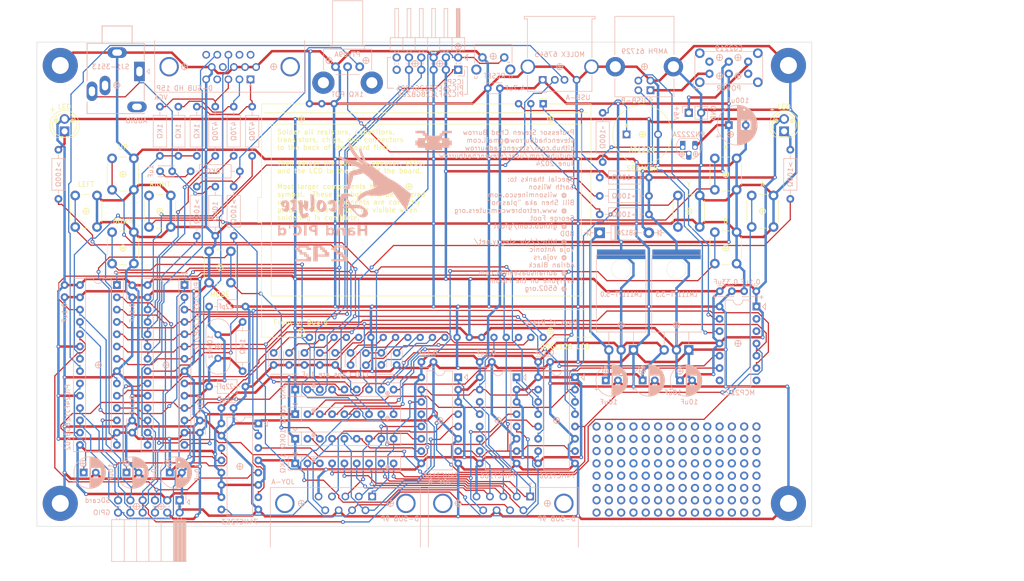
<source format=kicad_pcb>
(kicad_pcb (version 20221018) (generator pcbnew)
  (layers (0 "F.Cu" signal) (31 "B.Cu" signal) (34 "B.Paste" user) (35 "F.Paste" user) (36 "B.SilkS" user "B.Silkscreen") (37 "F.SilkS" user "F.Silkscreen") (38 "B.Mask" user) (39 "F.Mask" user) (44 "Edge.Cuts" user))
  (net 0 "")
  (net 1 "GND")
  (net 2 "+3V3")
  (net 3 "+5V")
  (net 4 "AUDIO-SOURCE-B")
  (net 5 "AUDIO-NEG")
  (net 6 "AUDIO-SOURCE-A")
  (net 7 "LED-MID-A")
  (net 8 "LED-MID-B")
  (net 9 "SPI-MOSI")
  (net 10 "SPI-CLK")
  (net 11 "RED")
  (net 12 "GREEN")
  (net 13 "BLUE")
  (net 18 "H-SYNC")
  (net 19 "V-SYNC")
  (net 21 "AUDIO-COMBINED")
  (net 22 "PIX-RED")
  (net 23 "PIX-GREEN")
  (net 24 "PIX-BLUE")
  (net 25 "PIX-INTENSITY")
  (net 26 "BUTTON-Y")
  (net 27 "BUTTON-X")
  (net 28 "BUTTON-B")
  (net 29 "BUTTON-A")
  (net 30 "BUTTON-RIGHT")
  (net 31 "BUTTON-LEFT")
  (net 32 "BUTTON-DOWN")
  (net 33 "BUTTON-UP")
  (net 34 "USB-B-D-")
  (net 35 "USB-B-D+")
  (net 36 "Net-(U3-A1+)")
  (net 37 "Net-(U3-A2+)")
  (net 38 "Net-(U3-A3+)")
  (net 39 "USB-A-D-")
  (net 40 "USB-A-D+")
  (net 41 "~{MCLR-C}")
  (net 42 "~{MCLR-D}")
  (net 43 "JOY-SELECT")
  (net 44 "JOY-UP-A")
  (net 45 "JOY-DOWN-A")
  (net 46 "JOY-LEFT-A")
  (net 47 "JOY-RIGHT-A")
  (net 48 "JOY-BUTTON1-A")
  (net 49 "JOY-BUTTON2-A")
  (net 50 "JOY-UP-B")
  (net 51 "JOY-DOWN-B")
  (net 52 "JOY-LEFT-B")
  (net 53 "JOY-RIGHT-B")
  (net 54 "JOY-BUTTON1-B")
  (net 55 "JOY-BUTTON2-B")
  (net 56 "VCAP-B")
  (net 57 "VCAP-A")
  (net 58 "~{MCLR-A}")
  (net 59 "GPIO-RA0")
  (net 60 "~{MCLR-B}")
  (net 61 "GPIO-RA4")
  (net 62 "GPIO-RA1")
  (net 63 "MCLKI")
  (net 64 "MCLKO")
  (net 65 "Net-(U3-CAP1N)")
  (net 66 "Net-(U3-CAP3P)")
  (net 67 "Net-(U3-CAP1P)")
  (net 68 "Net-(U3-CAP2N)")
  (net 69 "Net-(U3-CAP2P)")
  (net 70 "Net-(U3-V0)")
  (net 71 "Net-(U3-V1)")
  (net 72 "Net-(U3-V2)")
  (net 73 "Net-(U3-V3)")
  (net 74 "Net-(U3-V4)")
  (net 75 "Net-(U3-VOUT)")
  (net 76 "PWR-BAT")
  (net 77 "LED-B")
  (net 78 "GP0")
  (net 79 "GP1")
  (net 80 "GP2")
  (net 81 "GP3")
  (net 82 "Net-(Q1-E)")
  (net 83 "SPI-MISO")
  (net 84 "LED-A")
  (net 85 "RX-A{slash}TX-B")
  (net 86 "TX-A{slash}RX-B")
  (net 88 "ICSP-DAT")
  (net 89 "ICSP-CLK")
  (net 90 "BUTTON-MODE")
  (net 91 "SCL")
  (net 92 "AUDIO-OUT")
  (net 206 "SDA")
  (net 207 "V-REG")
  (net 208 "+9V")
  (net 209 "PWR-USB")
  (net 212 "DS-B")
  (net 213 "DS-A")
  (net 214 "SPI-SELECT")
  (net 215 "SPI-CS-A")
  (net 216 "SPI-CS-B")
  (net 217 "SPI-MISO-A")
  (net 218 "INTERRUPT")
  (net 219 "SPI-MISO-B")
  (net 220 "Net-(LS1-Pad1)")
  (net 221 "Net-(Q1-B)")
  (footprint "Display:EA_DOGL128-6" (layer "F.Cu") (at 168.04 76.22 -90)
    (fp_text reference "U3" hide)
    (fp_text value "EA_DOGL128X-6" hide)
  )
  (footprint "JustPIC:CustomLED" (layer "F.Cu") (at 69.215 81.915 90)
    (fp_text reference "D1" hide)
    (fp_text value "LED" hide)
  )
  (footprint "Button_Switch_THT:SW_PUSH_6mm_H5mm" (layer "F.Cu") (at 195.87 101.675 90)
    (fp_text reference "SW10" hide)
    (fp_text value "SW_Push" hide)
  )
  (footprint "Button_Switch_THT:SW_PUSH_6mm_H5mm" (layer "F.Cu") (at 79.03 109.2418 90)
    (fp_text reference "SW4" hide)
    (fp_text value "SW_Push" hide)
  )
  (footprint "JustPIC:CustomLED" (layer "F.Cu") (at 217.805 81.915 90)
    (fp_text reference "D2" hide)
    (fp_text value "LED" hide)
  )
  (footprint "Button_Switch_THT:SW_PUSH_6mm_H5mm" (layer "F.Cu") (at 103.56 106.68 -90)
    (fp_text reference "SW13" hide)
    (fp_text value "SW_Push" hide)
  )
  (footprint "Button_Switch_THT:SW_PUSH_6mm_H5mm" (layer "F.Cu") (at 211.11 101.675 90)
    (fp_text reference "SW7" hide)
    (fp_text value "SW_Push" hide)
  )
  (footprint "Button_Switch_THT:SW_PUSH_6mm_H5mm" (layer "F.Cu") (at 203.49 109.2418 90)
    (fp_text reference "SW8" hide)
    (fp_text value "SW_Push" hide)
  )
  (footprint "Button_Switch_THT:SW_PUSH_6mm_H5mm" (layer "F.Cu") (at 86.65 101.675 90)
    (fp_text reference "SW6" hide)
    (fp_text value "SW_Push" hide)
  )
  (footprint "JustPIC:ScrewHole-4-40" (layer "F.Cu") (at 68.326 68.326)
    (fp_text reference "TP5" hide)
    (fp_text value "TestPoint" hide)
  )
  (footprint "JustPIC:ScrewHole-4-40" (layer "F.Cu") (at 218.694 158.75)
    (fp_text reference "TP3" hide)
    (fp_text value "TestPoint" hide)
  )
  (footprint "Button_Switch_THT:SW_PUSH_6mm_H5mm" (layer "F.Cu") (at 71.41 101.675 90)
    (fp_text reference "SW5" hide)
    (fp_text value "SW_Push" hide)
  )
  (footprint "JustPIC:ScrewHole-4-40" (layer "F.Cu") (at 218.694 68.326)
    (fp_text reference "TP4" hide)
    (fp_text value "TestPoint" hide)
  )
  (footprint "Button_Switch_THT:SW_PUSH_6mm_H5mm" (layer "F.Cu") (at 79.03 94.0018 90)
    (fp_text reference "SW3" hide)
    (fp_text value "SW_Push" hide)
  )
  (footprint "JustPIC:ScrewHole-4-40" (layer "F.Cu") (at 68.326 158.75)
    (fp_text reference "TP2" hide)
    (fp_text value "TestPoint" hide)
  )
  (footprint "Button_Switch_THT:SW_PUSH_6mm_H5mm" (layer "F.Cu") (at 203.49 94.0018 90)
    (fp_text reference "SW9" hide)
    (fp_text value "SW_Push" hide)
  )
  (footprint "Buzzer_Beeper:MagneticBuzzer_ProSignal_ABT-410-RC" (layer "F.Cu") (at 185.27 82.55)
    (fp_text reference "LS1" hide)
    (fp_text value "Speaker" hide)
  )
  (footprint "Capacitor_THT:C_Disc_D3.0mm_W2.0mm_P2.50mm" (layer "B.Cu") (at 69.215 116.165 90)
    (fp_text reference "C2" hide)
    (fp_text value "C_Small" hide)
  )
  (footprint "Capacitor_THT:C_Disc_D3.0mm_W2.0mm_P2.50mm" (layer "B.Cu") (at 131.445 127.715 -90)
    (fp_text reference "C22" hide)
    (fp_text value "C_Small" hide)
  )
  (footprint "Capacitor_THT:C_Disc_D3.0mm_W2.0mm_P2.50mm" (layer "B.Cu") (at 156.611 73.025)
    (fp_text reference "C6" hide)
    (fp_text value "C_Small" hide)
  )
  (footprint "Package_DIP:DIP-28_W7.62mm_Socket" (layer "B.Cu") (at 93.98 113.665 180)
    (fp_text reference "U5" hide)
    (fp_text value "PIC24EP512GP202" hide)
  )
  (footprint "JustPIC:ModelNum" (layer "B.Cu") (at 121.92 107.315 180)
    (fp_text reference "G105" hide)
    (fp_text value "LOGO" hide)
  )
  (footprint "Capacitor_THT:CP_Radial_D6.3mm_P2.50mm" (layer "B.Cu") (at 180.975 133.35)
    (fp_text reference "C4" hide)
    (fp_text value "C_Polarized_Small_US" hide)
  )
  (footprint "Capacitor_THT:CP_Radial_D6.3mm_P2.50mm" (layer "B.Cu") (at 188.595 133.35)
    (fp_text reference "C15" hide)
    (fp_text value "C_Polarized_Small_US" hide)
  )
  (footprint "Resistor_THT:R_Axial_DIN0207_L6.3mm_D2.5mm_P10.16mm_Horizontal" (layer "B.Cu") (at 219.075 85.725 -90)
    (fp_text reference "R2" hide)
    (fp_text value "R_US" hide)
  )
  (footprint "Resistor_THT:R_Array_SIP9" (layer "B.Cu") (at 116.84 135.255)
    (fp_text reference "RN2" hide)
    (fp_text value "R_Network08_US" hide)
  )
  (footprint "Potentiometer_THT:Potentiometer_Bourns_PTV09A-2_Single_Horizontal" (layer "B.Cu") (at 125.16 68.58 90)
    (fp_text reference "RV1" hide)
    (fp_text value "R_Potentiometer_US" hide)
  )
  (footprint "Resistor_THT:R_Axial_DIN0207_L6.3mm_D2.5mm_P10.16mm_Horizontal" (layer "B.Cu") (at 107.95 86.995 90)
    (fp_text reference "R11" hide)
    (fp_text value "R_US" hide)
  )
  (footprint "Capacitor_THT:CP_Radial_D8.0mm_P3.50mm" (layer "B.Cu") (at 206.375 80.645)
    (fp_text reference "C5" hide)
    (fp_text value "C_Polarized_US" hide)
  )
  (footprint "Connector_Dsub:DSUB-9_Male_Horizontal_P2.77x2.84mm_EdgePinOffset7.70mm_Housed_MountingHolesOffset9.12mm" (layer "B.Cu") (at 165.36 157.33 180)
    (fp_text reference "J19" hide)
    (fp_text value "DE9_Plug" hide)
  )
  (footprint "Resistor_THT:R_Axial_DIN0207_L6.3mm_D2.5mm_P10.16mm_Horizontal" (layer "B.Cu") (at 104.14 93.345 -90)
    (fp_text reference "R9" hide)
    (fp_text value "R_US" hide)
  )
  (footprint "Resistor_THT:R_Axial_DIN0207_L6.3mm_D2.5mm_P10.16mm_Horizontal" (layer "B.Cu") (at 100.33 103.505 90)
    (fp_text reference "R7" hide)
    (fp_text value "R_US" hide)
  )
  (footprint "Package_DIP:DIP-14_W7.62mm" (layer "B.Cu") (at 212.09 118.11 180)
    (fp_text reference "U4" hide)
    (fp_text value "MCP2221AxSL" hide)
  )
  (footprint "Capacitor_THT:C_Disc_D3.0mm_W2.0mm_P2.50mm" (layer "B.Cu") (at 137.795 127.675 -90)
    (fp_text reference "C29" hide)
    (fp_text value "C_Small" hide)
  )
  (footprint "Resistor_THT:R_Axial_DIN0207_L6.3mm_D2.5mm_P10.16mm_Horizontal" (layer "B.Cu") (at 100.33 86.995 90)
    (fp_text reference "R13" hide)
    (fp_text value "R_US" hide)
  )
  (footprint "JustPIC:TO-220-3_Horizontal_TabDown-custom" (layer "B.Cu") (at 186.69 127.065 180)
    (fp_text reference "U2" hide)
    (fp_text value "LM1117T-5.0" hide)
    (fp_circle (center 2.55 16.65) (end 4.55 16.65) (stroke (width 0.05)) (fill none) (layer "Edge.Cuts"))
  )
  (footprint "Connector_USB:USB_A_Molex_67643_Horizontal" (layer "B.Cu") (at 167.95 71.29)
    (fp_text reference "J3" hide)
    (fp_text value "USB_A" hide)
  )
  (footprint "HandPICd2:BLANK-PinHeader_2x14_P2.54mm_Vertical" (layer "B.Cu") (at 179.07 142.875 -90)
    (fp_text reference "J13" hide)
    (fp_text value "Conn_02x14_Odd_Even" hide)
  )
  (footprint "Capacitor_THT:C_Disc_D3.0mm_W2.0mm_P2.50mm" (layer "B.Cu") (at 97.155 144.145 90)
    (fp_text reference "C1" hide)
    (fp_text value "C_Small" hide)
  )
  (footprint "JustPIC:HandPinching" (layer "B.Cu") (at 133.35 91.44 180)
    (fp_text reference "G106" hide)
    (fp_text value "LOGO" hide)
  )
  (footprint "Package_DIP:DIP-16_W7.62mm" (layer "B.Cu") (at 150.495 132.715 180)
    (fp_text reference "U9" hide)
    (fp_text value "74HCT166" hide)
  )
  (footprint "HandPICd2:BLANK-PinHeader_2x14_P2.54mm_Vertical" (layer "B.Cu") (at 179.07 147.955 -90)
    (fp_text reference "J12" hide)
    (fp_text value "Conn_02x14_Odd_Even" hide)
  )
  (footprint "Capacitor_THT:CP_Radial_D6.3mm_P2.50mm" (layer "B.Cu") (at 90.9402 152.4)
    (fp_text reference "C12" hide)
    (fp_text value "C_Polarized_Small_US" hide)
  )
  (footprint "Diode_THT:D_DO-41_SOD81_P10.16mm_Horizontal" (layer "B.Cu") (at 179.705 102.87)
    (fp_text reference "D3" hide)
    (fp_text value "D" hide)
  )
  (footprint "Capacitor_THT:C_Axial_L3.8mm_D2.6mm_P7.50mm_Horizontal" (layer "B.Cu") (at 99.06 134.62)
    (fp_text reference "C20" hide)
    (fp_text value "C" hide)
  )
  (footprint "Package_TO_SOT_THT:TO-92_HandSolder" (layer "B.Cu") (at 196.85 85.205)
    (fp_text reference "Q1" hide)
    (fp_text value "PN2222A" hide)
  )
  (footprint "Capacitor_THT:C_Disc_D3.0mm_W2.0mm_P2.50mm" (layer "B.Cu") (at 134.62 127.675 -90)
    (fp_text reference "C21" hide)
    (fp_text value "C_Small" hide)
  )
  (footprint "Crystal:Crystal_HC49-4H_Vertical" (layer "B.Cu") (at 100.905 123.915 -90)
    (fp_text reference "Y1" hide)
    (fp_text value "Crystal" hide)
  )
  (footprint "Library:Mystery" (layer "B.Cu") (at 145.415 83.82 180)
    (fp_text reference "G103" hide)
    (fp_text value "LOGO" hide)
  )
  (footprint "Capacitor_THT:C_Disc_D3.0mm_W2.0mm_P2.50mm" (layer "B.Cu") (at 167.005 129.54)
    (fp_text reference "C30" hide)
    (fp_text value "C_Small" hide)
  )
  (footprint "Capacitor_THT:CP_Radial_D6.3mm_P2.50mm" (layer "B.Cu") (at 73.1602 152.4)
    (fp_text reference "C9" hide)
    (fp_text value "C_Polarized_Small_US" hide)
  )
  (footprint "Capacitor_THT:C_Disc_D3.0mm_W2.0mm_P2.50mm" (layer "B.Cu") (at 142.895 129.54)
    (fp_text reference "C17" hide)
    (fp_text value "C_Small" hide)
  )
  (footprint "Capacitor_THT:C_Disc_D3.0mm_W2.0mm_P2.50mm" (layer "B.Cu") (at 128.27 127.675 -90)
    (fp_text reference "C23" hide)
    (fp_text value "C_Small" hide)
  )
  (footprint "Connector_USB:USB_B_Lumberg_2411_02_Horizontal" (layer "B.Cu") (at 190.195 73.44 90)
    (fp_text reference "J1" hide)
    (fp_text value "USB_B" hide)
  )
  (footprint "JustPIC:HandPickedTitle" (layer "B.Cu") (at 122.555 102.87 180)
    (fp_text reference "G102" hide)
    (fp_text value "LOGO" hide)
  )
  (footprint "Capacitor_THT:C_Disc_D3.0mm_W2.0mm_P2.50mm" (layer "B.Cu") (at 115.57 127.675 -90)
    (fp_text reference "C25" hide)
    (fp_text value "C_Small" hide)
  )
  (footprint "Capacitor_THT:C_Disc_D3.0mm_W2.0mm_P2.50mm" (layer "B.Cu") (at 209.55 114.935)
    (fp_text reference "C14" hide)
    (fp_text value "C_Small" hide)
  )
  (footprint "Resistor_THT:R_Axial_DIN0207_L6.3mm_D2.5mm_P10.16mm_Horizontal" (layer "B.Cu") (at 96.52 86.995 90)
    (fp_text reference "R14" hide)
    (fp_text value "R_US" hide)
  )
  (footprint "Capacitor_THT:C_Disc_D3.0mm_W2.0mm_P2.50mm" (layer "B.Cu") (at 91.44 90.17 180)
    (fp_text reference "C10" hide)
    (fp_text value "C_Small" hide)
  )
  (footprint "Resistor_THT:R_Axial_DIN0207_L6.3mm_D2.5mm_P10.16mm_Horizontal" (layer "B.Cu") (at 88.9 86.995 90)
    (fp_text reference "R16" hide)
    (fp_text value "R_US" hide)
  )
  (footprint "Capacitor_THT:C_Disc_D3.0mm_W2.0mm_P2.50mm" (layer "B.Cu") (at 118.745 127.675 -90)
    (fp_text reference "C26" hide)
    (fp_text value "C_Small" hide)
  )
  (footprint "Capacitor_THT:C_Disc_D3.0mm_W2.0mm_P2.50mm" (layer "B.Cu") (at 121.92 127.675 -90)
    (fp_text reference "C27" hide)
    (fp_text value "C_Small" hide)
  )
  (footprint "Resistor_THT:R_Axial_DIN0207_L6.3mm_D2.5mm_P10.16mm_Horizontal" (layer "B.Cu") (at 189.885 95.27 180)
    (fp_text reference "R18" hide)
    (fp_text value "R_US" hide)
  )
  (footprint "Capacitor_THT:C_Disc_D3.0mm_W2.0mm_P2.50mm" (layer "B.Cu") (at 154.94 129.54)
    (fp_text reference "C31" hide)
    (fp_text value "C_Small" hide)
  )
  (footprint "Connector_PinSocket_2.54mm:PinSocket_2x06_P2.54mm_Horizontal" (layer "B.Cu") (at 92.964 158.115 90)
    (fp_text reference "J7" hide)
    (fp_text value "Conn_02x06_Odd_Even" hide)
  )
  (footprint "Button_Switch_THT:SW_Tactile_SPST_Angled_PTS645Vx83-2LFS" (layer "B.Cu") (at 160.009 66.675 180)
    (fp_text reference "SW11" hide)
    (fp_text value "SW_Push" hide)
  )
  (footprint "JustPIC:BIGJack_3.5mm_Ledino_KB3SPRS_Horizontal" (layer "B.Cu") (at 84.6675 69.565 -90)
    (fp_text reference "J5" hide)
    (fp_text value "AudioJack3" hide)
  )
  (footprint "Capacitor_THT:C_Disc_D3.0mm_W2.0mm_P2.50mm" (layer "B.Cu") (at 207.01 114.935 180)
    (fp_text reference "C18" hide)
    (fp_text value "C_Small" hide)
  )
  (footprint "JustPIC:DSUB-15-HD_Female_Horizontal_P2.29x2.54mm_VGA" (layer "B.Cu") (at 107.62 71.1924)
    (fp_text reference "J6" hide)
    (fp_text value "DE15_Receptacle_HighDensity" hide)
  )
  (footprint "Resistor_THT:R_Axial_DIN0207_L6.3mm_D2.5mm_P10.16mm_Horizontal" (layer "B.Cu") (at 92.71 86.995 90)
    (fp_text reference "R15" hide)
    (fp_text value "R_US" hide)
  )
  (footprint "Connector_Dsub:DSUB-9_Male_Horizontal_P2.77x2.84mm_EdgePinOffset7.70mm_Housed_MountingHolesOffset9.12mm" (layer "B.Cu") (at 132.74 157.33 180)
    (fp_text reference "J4" hide)
    (fp_text value "DE9_Plug" hide)
  )
  (footprint "HandPICd2:BLANK-PinHeader_2x14_P2.54mm_Vertical" (layer "B.Cu") (at 179.07 153.035 -90)
    (fp_text reference "J11" hide)
    (fp_text value "Conn_02x14_Odd_Even" hide)
  )
  (footprint "JustPIC:TO-220-3_Horizontal_TabDown-custom" (layer "B.Cu") (at 198.12 127.065 180)
    (fp_text reference "U1" hide)
    (fp_text value "LM1117T-3.3" hide)
    (fp_circle (center 2.55 16.65) (end 4.55 16.65) (stroke (width 0.05)) (fill none) (layer "Edge.Cuts"))
  )
  (footprint "Connector_PinHeader_2.54mm:PinHeader_2x06_P2.54mm_Horizontal" (layer "B.Cu") (at 150.495 69.215 90)
    (fp_text reference "J14" hide)
    (fp_text value "Conn_02x06_Odd_Even" hide)
  )
  (footprint "Resistor_THT:R_Array_SIP9" (layer "B.Cu") (at 116.84 140.335)
    (fp_text reference "RN4" hide)
    (fp_text value "R_Network08_US" hide)
  )
  (footprint "Package_DIP:DIP-16_W7.62mm" (layer "B.Cu") (at 162.56 132.715 180)
    (fp_text reference "U7" hide)
    (fp_text value "74HCT166" hide)
  )
  (footprint "Resistor_THT:R_Axial_DIN0207_L6.3mm_D2.5mm_P10.16mm_Horizontal" (layer "B.Cu") (at 96.52 93.345 -90)
    (fp_text reference "R10" hide)
    (fp_text value "R_US" hide)
  )
  (footprint "Resistor_THT:R_Axial_DIN0207_L6.3mm_D2.5mm_P10.16mm_Horizontal" (layer "B.Cu") (at 189.885 91.46 180)
    (fp_text reference "R19" hide)
    (fp_text value "R_US" hide)
  )
  (footprint "Capacitor_THT:CP_Radial_D6.3mm_P2.50mm" (layer "B.Cu") (at 82.0026 152.4)
    (fp_text reference "C7" hide)
    (fp_text value "C_Polarized_Small_US" hide)
  )
  (footprint "Resistor_THT:R_Axial_DIN0207_L6.3mm_D2.5mm_P10.16mm_Horizontal" (layer "B.Cu") (at 105.985 121.285 -90)
    (fp_text reference "R1" hide)
    (fp_text value "R_US" hide)
  )
  (footprint "Capacitor_THT:C_Axial_L3.8mm_D2.6mm_P7.50mm_Horizontal" (layer "B.Cu") (at 99.06 118.11)
    (fp_text reference "C19" hide)
    (fp_text value "C" hide)
  )
  (footprint "Capacitor_THT:C_Disc_D3.0mm_W2.0mm_P2.50mm" (layer "B.Cu") (at 125.095 127.675 -90)
    (fp_text reference "C28" hide)
    (fp_text value "C_Small" hide)
  )
  (footprint "Resistor_THT:R_Axial_DIN0207_L6.3mm_D2.5mm_P10.16mm_Horizontal" (layer "B.Cu") (at 104.14 86.995 90)
    (fp_text reference "R12" hide)
    (fp_text value "R_US" hide)
  )
  (footprint "Resistor_THT:R_Array_SIP9" (layer "B.Cu") (at 116.84 150.495)
    (fp_text reference "RN3" hide)
    (fp_text value "R_Network08_US" hide)
  )
  (footprint "HandPICd2:BLANK-PinHeader_2x14_P2.54mm_Vertical" (layer "B.Cu") (at 179.07 158.115 -90)
    (fp_text reference "J9" hide)
    (fp_text value "Conn_02x14_Odd_Even" hide)
  )
  (footprint "Package_DIP:DIP-16_W7.62mm" (layer "B.Cu") (at 109.22 142.24 180)
    (fp_text reference "U10" hide)
    (fp_text value "74HCT253" hide)
  )
  (footprint "Package_DIP:DIP-16_W7.62mm" (layer "B.Cu") (at 174.625 132.715 180)
    (fp_text reference "U8" hide)
    (fp_text value "74HCT166" hide)
  )
  (footprint "Resistor_THT:R_Axial_DIN0207_L6.3mm_D2.5mm_P10.16mm_Horizontal" (layer "B.Cu") (at 189.885 99.08 180)
    (fp_text reference "R6" hide)
    (fp_text value "R_US" hide)
  )
  (footprint "Capacitor_THT:C_Disc_D3.0mm_W2.0mm_P2.50mm" (layer "B.Cu") (at 83.185 116.205 90)
    (fp_text reference "C13" hide)
    (fp_text value "C_Small" hide)
  )
  (footprint "Package_DIP:DIP-28_W7.62mm_Socket" (layer "B.Cu") (at 80.01 113.665 180)
    (fp_text reference "U6" hide)
    (fp_text value "PIC24FJ128GB202" hide)
  )
  (footprint "Resistor_THT:R_Axial_DIN0207_L6.3mm_D2.5mm_P10.16mm_Horizontal" (layer "B.Cu") (at 67.945 85.725 -90)
    (fp_text reference "R3" hide)
    (fp_text value "R_US" hide)
  )
  (footprint "Capacitor_THT:C_Disc_D3.0mm_W2.0mm_P2.50mm" (layer "B.Cu") (at 101.6 139.065)
    (fp_text reference "C16" hide)
    (fp_text value "C_Small" hide)
  )
  (footprint "Capacitor_THT:C_Disc_D3.0mm_W2.0mm_P2.50mm" (layer "B.Cu") (at 83.185 141.645 -90)
    (fp_text reference "C3" hide)
    (fp_text value "C_Small" hide)
  )
  (footprint "Resistor_THT:R_Axial_DIN0207_L6.3mm_D2.5mm_P10.16mm_Horizontal" (layer "B.Cu") (at 95.25 90.17)
    (fp_text reference "R8" hide)
    (fp_text value "R_US" hide)
  )
  (footprint "JustPIC:AcolyteTitle" (layer "B.Cu") (at 122.555 97.155 180)
    (fp_text reference "G101" hide)
    (fp_text value "LOGO" hide)
  )
  (footprint "Resistor_THT:R_Array_SIP9" (layer "B.Cu") (at 116.84 145.415)
    (fp_text reference "RN1" hide)
    (fp_text value "R_Network08_US" hide)
  )
  (footprint "Resistor_THT:R_Axial_DIN0207_L6.3mm_D2.5mm_P10.16mm_Horizontal" (layer "B.Cu") (at 180.34 88.265 90)
    (fp_text reference "R4" hide)
    (fp_text value "R_US" hide)
  )
  (footprint "Capacitor_THT:CP_Radial_D6.3mm_P2.50mm" (layer "B.Cu") (at 196.3026 133.35)
    (fp_text reference "C8" hide)
    (fp_text value "C_Polarized_Small_US" hide)
  )
  (footprint "Connector_PinHeader_2.54mm:PinHeader_1x02_P2.54mm_Vertical" (layer "B.Cu") (at 198.12 78.105 -90)
    (fp_text reference "J21" hide)
    (fp_text value "Conn_01x02" hide)
  )
  (footprint "Capacitor_THT:C_Disc_D3.0mm_W2.0mm_P2.50mm" (layer "B.Cu") (at 112.395 127.675 -90)
    (fp_text reference "C24" hide)
    (fp_text value "C_Small" hide)
  )
  (footprint "Button_Switch_THT:SW_E-Switch_EG2219_DPDT_Angled" (layer "B.Cu") (at 202.375 70.036)
    (fp_text reference "SW1" hide)
    (fp_text value "SW_Push_DPDT" hide)
  )
  (gr_line (start 84.709 159.385) (end 83.439 159.385) (stroke (width 0.15)) (layer "B.SilkS"))
  (gr_circle (center 136.525 158.75) (end 137.16 158.75) (stroke (width 0.15)) (fill none) (layer "B.SilkS"))
  (gr_line (start 192.405 102.235) (end 192.405 103.505) (stroke (width 0.15)) (layer "B.SilkS"))
  (gr_line (start 151.765 74.295) (end 152.4 74.295) (stroke (width 0.15)) (layer "B.SilkS"))
  (gr_line (start 205.105 66.675) (end 203.835 66.675) (stroke (width 0.15)) (layer "B.SilkS"))
  (gr_line (start 135.89 66.675) (end 136.525 66.675) (stroke (width 0.15)) (layer "B.SilkS"))
  (gr_circle (center 112.395 68.58) (end 113.03 68.58) (stroke (width 0.15)) (fill none) (layer "B.SilkS"))
  (gr_line (start 117.348 143.256) (end 116.84 143.764) (stroke (width 0.15)) (layer "B.SilkS"))
  (gr_circle (center 157.734 66.421) (end 158.369 66.421) (stroke (width 0.15)) (fill none) (layer "B.SilkS"))
  (gr_circle (center 120.65 149.733) (end 121.031 149.733) (stroke (width 0.15)) (fill none) (layer "B.SilkS"))
  (gr_line (start 124.46 67.31) (end 123.19 67.31) (stroke (width 0.15)) (layer "B.SilkS"))
  (gr_line (start 188.5074 132.08) (end 188.5074 130.81) (stroke (width 0.15)) (layer "B.SilkS"))
  (gr_line (start 106.045 151.13) (end 104.775 151.13) (stroke (width 0.15)) (layer "B.SilkS"))
  (gr_line (start 152.4 133.35) (end 151.765 132.715) (stroke (width 0.15)) (layer "B.SilkS"))
  (gr_line (start 117.348 148.336) (end 116.84 148.844) (stroke (width 0.15)) (layer "B.SilkS"))
  (gr_line (start 80.01 73.025) (end 80.01 71.755) (stroke (width 0.15)) (layer "B.SilkS"))
  (gr_line (start 84.074 160.02) (end 84.074 158.75) (stroke (width 0.15)) (layer "B.SilkS"))
  (gr_line (start 146.685 142.24) (end 146.685 140.97) (stroke (width 0.15)) (layer "B.SilkS"))
  (gr_circle (center 131.445 67.31) (end 132.08 67.31) (stroke (width 0.15)) (fill none) (layer "B.SilkS"))
  (gr_line (start 105.41 151.765) (end 105.41 150.495) (stroke (width 0.15)) (layer "B.SilkS"))
  (gr_line (start 170.815 142.24) (end 170.815 140.97) (stroke (width 0.15)) (layer "B.SilkS"))
  (gr_line (start 208.28 126.365) (end 208.28 125.095) (stroke (width 0.15)) (layer "B.SilkS"))
  (gr_line (start 120.65 149.352) (end 120.65 150.114) (stroke (width 0.15)) (layer "B.SilkS"))
  (gr_circle (center 135.89 141.097) (end 136.271 141.097) (stroke (width 0.15)) (fill none) (layer "B.SilkS"))
  (gr_circle (center 90.17 130.175) (end 90.805 130.175) (stroke (width 0.15)) (fill none) (layer "B.SilkS"))
  (gr_line (start 76.2 130.81) (end 76.2 129.54) (stroke (width 0.15)) (layer "B.SilkS"))
  (gr_line (start 94.996 157.988) (end 94.996 159.004) (stroke (width 0.15)) (layer "B.SilkS"))
  (gr_line (start 120.269 134.493) (end 121.031 134.493) (stroke (width 0.15)) (layer "B.SilkS"))
  (gr_line (start 116.332 138.176) (end 117.348 138.176) (stroke (width 0.15)) (layer "B.SilkS"))
  (gr_line (start 111.125 142.875) (end 110.49 142.24) (stroke (width 0.15)) (layer "B.SilkS"))
  (gr_line (start 113.03 68.58) (end 111.76 68.58) (stroke (width 0.15)) (layer "B.SilkS"))
  (gr_line (start 196.215 121.92) (end 194.945 121.92) (stroke (width 0.15)) (layer "B.SilkS"))
  (gr_circle (center 73.025 150.495) (end 73.66 150.495) (stroke (width 0.15)) (fill none) (layer "B.SilkS"))
  (gr_line (start 135.509 146.177) (end 136.271 146.177) (stroke (width 0.15)) (layer "B.SilkS"))
  (gr_line (start 208.915 70.485) (end 207.645 70.485) (stroke (width 0.15)) (layer "B.SilkS"))
  (gr_circle (center 204.47 66.675) (end 205.105 66.675) (stroke (width 0.15)) (fill none) (layer "B.SilkS"))
  (gr_line (start 80.645 111.125) (end 80.01 111.76) (stroke (width 0.15)) (layer "B.SilkS"))
  (gr_line (start 181.57 131.445) (end 180.3 131.445) (stroke (width 0.15)) (layer "B.SilkS"))
  (gr_line (start 177.8 102.87) (end 178.435 102.87) (stroke (width 0.15)) (layer "B.SilkS"))
  (gr_circle (center 81.915 150.495) (end 82.55 150.495) (stroke (width 0.15)) (fill none) (layer "B.SilkS"))
  (gr_line (start 116.84 143.764) (end 116.332 143.256) (stroke (width 0.15)) (layer "B.SilkS"))
  (gr_line (start 191.77 102.235) (end 191.77 103.505) (stroke (width 0.15)) (layer "B.SilkS"))
  (gr_line (start 177.165 102.87) (end 176.53 102.87) (stroke (width 0.15)) (layer "B.SilkS"))
  (gr_line (start 118.745 158.75) (end 117.475 158.75) (stroke (width 0.15)) (layer "B.SilkS"))
  (gr_line (start 81.915 151.13) (end 81.915 149.86) (stroke (width 0.15)) (layer "B.SilkS"))
  (gr_line (start 73.025 151.13) (end 73.025 149.86) (stroke (width 0.15)) (layer "B.SilkS"))
  (gr_line (start 90.17 130.81) (end 90.17 129.54) (stroke (width 0.15)) (layer "B.SilkS"))
  (gr_line (start 120.65 139.192) (end 120.65 139.954) (stroke (width 0.15)) (layer "B.SilkS"))
  (gr_line (start 91.44 150.495) (end 90.17 150.495) (stroke (width 0.15)) (layer "B.SilkS"))
  (gr_line (start 196.215 86.602) (end 197.231 86.602) (stroke (width 0.15)) (layer "B.SilkS"))
  (gr_circle (center 146.685 67.945) (end 147.32 67.945) (stroke (width 0.15)) (fill none) (layer "B.SilkS"))
  (gr_line (start 132.715 132.08) (end 138.43 132.08) (stroke (width 0.15)) (layer "B.SilkS"))
  (gr_line (start 151.13 64.389) (end 149.86 64.389) (stroke (width 0.15)) (layer "B.SilkS"))
  (gr_line (start 199.009 86.602) (end 200.025 86.602) (stroke (width 0.15)) (layer "B.SilkS"))
  (gr_line (start 151.13 158.75) (end 149.86 158.75) (stroke (width 0.15)) (layer "B.SilkS"))
  (gr_line (start 117.348 138.176) (end 116.84 138.684) (stroke (width 0.15)) (layer "B.SilkS"))
  (gr_line (start 123.825 67.945) (end 123.825 66.675) (stroke (width 0.15)) (layer "B.SilkS"))
  (gr_line (start 171.45 141.605) (end 170.18 141.605) (stroke (width 0.15)) (layer "B.SilkS"))
  (gr_line (start 171.45 69.215) (end 171.45 67.945) (stroke (width 0.15)) (layer "B.SilkS"))
  (gr_circle (center 170.815 141.605) (end 171.45 141.605) (stroke (width 0.15)) (fill none) (layer "B.SilkS"))
  (gr_line (start 116.332 148.336) (end 117.348 148.336) (stroke (width 0.15)) (layer "B.SilkS"))
  (gr_line (start 184.15 122.555) (end 184.15 121.285) (stroke (width 0.15)) (layer "B.SilkS"))
  (gr_line (start 112.395 69.215) (end 112.395 67.945) (stroke (width 0.15)) (layer "B.SilkS"))
  (gr_circle (center 195.58 121.92) (end 196.215 121.92) (stroke (width 0.15)) (fill none) (layer "B.SilkS"))
  (gr_circle (center 158.75 141.605) (end 159.385 141.605) (stroke (width 0.15)) (fill none) (layer "B.SilkS"))
  (gr_line (start 131.445 67.945) (end 131.445 66.675) (stroke (width 0.15)) (layer "B.SilkS"))
  (gr_line (start 135.509 136.017) (end 136.271 136.017) (stroke (width 0.15)) (layer "B.SilkS"))
  (gr_line (start 164.465 133.35) (end 163.83 132.715) (stroke (width 0.15)) (layer "B.SilkS"))
  (gr_line (start 176.53 133.35) (end 175.895 132.715) (stroke (width 0.15)) (layer "B.SilkS"))
  (gr_line (start 111.125 141.605) (end 111.125 142.875) (stroke (width 0.15)) (layer "B.SilkS"))
  (gr_circle (center 188.5074 131.445) (end 189.1424 131.445) (stroke (width 0.15)) (fill none) (layer "B.SilkS"))
  (gr_line (start 172.085 68.58) (end 170.815 68.58) (stroke (width 0.15)) (layer "B.SilkS"))
  (gr_line (start 135.89 150.876) (end 135.89 151.638) (stroke (width 0.15)) (layer "B.SilkS"))
  (gr_circle (center 80.01 72.39) (end 80.645 72.39) (stroke (width 0.15)) (fill none) (layer "B.SilkS"))
  (gr_line (start 157.734 67.056) (end 157.734 65.786) (stroke (width 0.15)) (layer "B.SilkS"))
  (gr_circle (center 146.685 141.605) (end 147.32 141.605) (stroke (width 0.15)) (fill none) (layer "B.SilkS"))
  (gr_line (start 152.4 68.58) (end 151.765 68.58) (stroke (width 0.15)) (layer "B.SilkS"))
  (gr_line (start 192.405 102.87) (end 193.04 102.87) (stroke (width 0.15)) (layer "B.SilkS"))
  (gr_circle (center 90.805 150.495) (end 91.44 150.495) (stroke (width 0.15)) (fill none) (layer "B.SilkS"))
  (gr_line (start 169.545 158.75) (end 168.275 158.75) (stroke (width 0.15)) (layer "B.SilkS"))
  (gr_line (start 135.509 141.097) (end 136.271 141.097) (stroke (width 0.15)) (layer "B.SilkS"))
  (gr_circle (center 120.65 139.573) (end 121.031 139.573) (stroke (width 0.15)) (fill none) (layer "B.SilkS"))
  (gr_line (start 196.723 87.11) (end 196.723 86.094) (stroke (width 0.15)) (layer "B.SilkS"))
  (gr_line (start 94.615 111.125) (end 93.98 111.76) (stroke (width 0.15)) (layer "B.SilkS"))
  (gr_line (start 116.84 148.844) (end 116.332 148.336) (stroke (width 0.15)) (layer "B.SilkS"))
  (gr_line (start 177.8 103.505) (end 177.165 102.87) (stroke (width 0.15)) (layer "B.SilkS"))
  (gr_line (start 135.89 135.636) (end 135.89 136.398) (stroke (width 0.15)) (layer "B.SilkS"))
  (gr_line (start 205.105 70.485) (end 203.835 70.485) (stroke (width 0.15)) (layer "B.SilkS"))
  (gr_line (start 150.495 65.024) (end 150.495 63.754) (stroke (width 0.15)) (layer "B.SilkS"))
  (gr_line (start 195.58 122.555) (end 195.58 121.285) (stroke (width 0.15)) (layer "B.SilkS"))
  (gr_line (start 136.525 159.385) (end 136.525 158.115) (stroke (width 0.15)) (layer "B.SilkS"))
  (gr_line (start 168.91 159.385) (end 168.91 158.115) (stroke (width 0.15)) (layer "B.SilkS"))
  (gr_line (start 117.475 132.08) (end 111.76 132.08) (stroke (width 0.15)) (layer "B.SilkS"))
  (gr_line (start 206.7 83.185) (end 206.7 81.915) (stroke (width 0.15)) (layer "B.SilkS"))
  (gr_line (start 116.332 133.096) (end 117.348 133.096) (stroke (width 0.15)) (layer "B.SilkS"))
  (gr_line (start 90.805 151.13) (end 90.805 149.86) (stroke (width 0.15)) (layer "B.SilkS"))
  (gr_line (start 191.77 102.87) (end 192.405 102.235) (stroke (width 0.15)) (layer "B.SilkS"))
  (gr_line (start 184.785 121.92) (end 183.515 121.92) (stroke (width 0.15)) (layer "B.SilkS"))
  (gr_line (start 204.47 71.12) (end 204.47 69.85) (stroke (width 0.15)) (layer "B.SilkS"))
  (gr_circle (center 188.976 68.58) (end 189.611 68.58) (stroke (width 0.15)) (fill none) (layer "B.SilkS"))
  (gr_line (start 94.488 158.496) (end 94.996 157.988) (stroke (width 0.15)) (layer "B.SilkS"))
  (gr_line (start 152.4 67.31) (end 151.765 66.675) (stroke (width 0.15)) (layer "B.SilkS"))
  (gr_line (start 146.685 68.58) (end 146.685 67.31) (stroke (width 0.15)) (layer "B.SilkS"))
  (gr_circle (center 118.11 158.75) (end 118.745 158.75) (stroke (width 0.15)) (fill none) (layer "B.SilkS"))
  (gr_line (start 89.154 160.02) (end 89.154 158.75) (stroke (width 0.15)) (layer "B.SilkS"))
  (gr_circle (center 196.302621 131.445) (end 196.937621 131.445) (stroke (width 0.15)) (fill none) (layer "B.SilkS"))
  (gr_circle (center 150.495 64.389) (end 151.13 64.389) (stroke (width 0.15)) (fill none) (layer "B.SilkS"))
  (gr_line (start 177.165 102.235) (end 177.165 103.505) (stroke (width 0.15)) (layer "B.SilkS"))
  (gr_line (start 213.32 118.11) (end 213.955 117.475) (stroke (width 0.15)) (layer "B.SilkS"))
  (gr_line (start 158.75 142.24) (end 158.75 140.97) (stroke (width 0.15)) (layer "B.SilkS"))
  (gr_circle (center 184.15 121.92) (end 184.785 121.92) (stroke (width 0.15)) (fill none) (layer "B.SilkS"))
  (gr_line (start 196.937621 131.445) (end 195.667621 131.445) (stroke (width 0.15)) (layer "B.SilkS"))
  (gr_circle (center 84.074 159.385) (end 84.709 159.385) (stroke (width 0.15)) (fill none) (layer "B.SilkS"))
  (gr_line (start 132.08 67.31) (end 130.81 67.31) (stroke (width 0.15)) (layer "B.SilkS"))
  (gr_line (start 152.4 132.08) (end 152.4 133.35) (stroke (width 0.15)) (layer "B.SilkS"))
  (gr_line (start 189.1424 131.445) (end 187.8724 131.445) (stroke (width 0.15)) (layer "B.SilkS"))
  (gr_circle (center 168.91 158.75) (end 169.545 158.75) (stroke (width 0.15)) (fill none) (layer "B.SilkS"))
  (gr_line (start 110.49 142.24) (end 111.125 141.605) (stroke (width 0.15)) (layer "B.SilkS"))
  (gr_line (start 82.55 150.495) (end 81.28 150.495) (stroke (width 0.15)) (layer "B.SilkS"))
  (gr_line (start 189.611 68.58) (end 188.341 68.58) (stroke (width 0.15)) (layer "B.SilkS"))
  (gr_line (start 147.32 67.945) (end 146.05 67.945) (stroke (width 0.15)) (layer "B.SilkS"))
  (gr_line (start 118.11 159.385) (end 118.11 158.115) (stroke (width 0.15)) (layer "B.SilkS"))
  (gr_line (start 120.269 139.573) (end 121.031 139.573) (stroke (width 0.15)) (layer "B.SilkS"))
  (gr_line (start 90.805 130.175) (end 89.535 130.175) (stroke (width 0.15)) (layer "B.SilkS"))
  (gr_line (start 93.98 69.215) (end 93.98 67.945) (stroke (width 0.15)) (layer "B.SilkS"))
  (gr_circle (center 123.825 67.31) (end 124.46 67.31) (stroke (width 0.15)) (fill none) (layer "B.SilkS"))
  (gr_line (start 142.24 67.945) (end 140.97 67.945) (stroke (width 0.15)) (layer "B.SilkS"))
  (gr_circle (center 180.935 131.445) (end 181.57 131.445) (stroke (width 0.15)) (fill none) (layer "B.SilkS"))
  (gr_line (start 120.269 144.653) (end 121.031 144.653) (stroke (width 0.15)) (layer "B.SilkS"))
  (gr_line (start 76.835 130.175) (end 75.565 130.175) (stroke (width 0.15)) (layer "B.SilkS"))
  (gr_line (start 135.89 73.025) (end 135.89 66.675) (stroke (width 0.15)) (layer "B.SilkS"))
  (gr_line (start 73.66 150.495) (end 72.39 150.495) (stroke (width 0.15)) (layer "B.SilkS"))
  (gr_line (start 93.345 111.125) (end 94.615 111.125) (stroke (width 0.15)) (layer "B.SilkS"))
  (gr_line (start 116.84 138.684) (end 116.332 138.176) (stroke (width 0.15)) (layer "B.SilkS"))
  (gr_line (start 213.955 118.745) (end 213.32 118.11) (stroke (width 0.15)) (layer "B.SilkS"))
  (gr_circle (center 105.41 151.13) (end 106.045 151.13) (stroke (width 0.15)) (fill none) (layer "B.SilkS"))
  (gr_line (start 207.335 82.55) (end 206.065 82.55) (stroke (width 0.15)) (layer "B.SilkS"))
  (gr_line (start 151.765 66.675) (end 152.4 66.04) (stroke (width 0.15)) (layer "B.SilkS"))
  (gr_line (start 79.375 111.125) (end 80.645 111.125) (stroke (width 0.15)) (layer "B.SilkS"))
  (gr_line (start 141.605 68.58) (end 141.605 67.31) (stroke (width 0.15)) (layer "B.SilkS"))
  (gr_circle (center 206.7 82.55) (end 207.335 82.55) (stroke (width 0.15)) (fill none) (layer "B.SilkS"))
  (gr_line (start 158.369 66.421) (end 157.099 66.421) (stroke (width 0.15)) (layer "B.SilkS"))
  (gr_line (start 204.47 67.31) (end 204.47 66.04) (stroke (width 0.15)) (layer "B.SilkS"))
  (gr_line (start 117.348 133.096) (end 116.84 133.604) (stroke (width 0.15)) (layer "B.SilkS"))
  (gr_line (start 208.28 67.31) (end 208.28 66.04) (stroke (width 0.15)) (layer "B.SilkS"))
  (gr_line (start 137.16 73.025) (end 135.89 73.025) (stroke (width 0.15)) (layer "B.SilkS"))
  (gr_line (start 192.405 103.505) (end 191.77 102.87) (stroke (width 0.15)) (layer "B.SilkS"))
  (gr_line (start 135.89 145.796) (end 135.89 146.558) (stroke (width 0.15)) (layer "B.SilkS"))
  (gr_line (start 175.895 132.715) (end 176.53 132.08) (stroke (width 0.15)) (layer "B.SilkS"))
  (gr_line (start 135.89 140.716) (end 135.89 141.478) (stroke (width 0.15)) (layer "B.SilkS"))
  (gr_circle (center 100.965 126.365) (end 101.6 126.365) (stroke (width 0.15)) (fill none) (layer "B.SilkS"))
  (gr_line (start 94.615 68.58) (end 93.345 68.58) (stroke (width 0.15)) (layer "B.SilkS"))
  (gr_line (start 163.83 132.715) (end 164.465 132.08) (stroke (width 0.15)) (layer "B.SilkS"))
  (gr_line (start 151.765 132.715) (end 152.4 132.08) (stroke (width 0.15)) (layer "B.SilkS"))
  (gr_line (start 120.269 149.733) (end 121.031 149.733) (stroke (width 0.15)) (layer "B.SilkS"))
  (gr_circle (center 135.89 151.257) (end 136.271 151.257) (stroke (width 0.15)) (fill none) (layer "B.SilkS"))
  (gr_line (start 208.915 66.675) (end 207.645 66.675) (stroke (width 0.15)) (layer "B.SilkS"))
  (gr_circle (center 135.89 136.017) (end 136.271 136.017) (stroke (width 0.15)) (fill none) (layer "B.SilkS"))
  (gr_circle (center 93.98 68.58) (end 94.615 68.58) (stroke (width 0.15)) (fill none) (layer "B.SilkS"))
  (gr_line (start 100.965 127) (end 100.965 125.73) (stroke (width 0.15)) (layer "B.SilkS"))
  (gr_circle (center 204.47 70.485) (end 205.105 70.485) (stroke (width 0.15)) (fill none) (layer "B.SilkS"))
  (gr_line (start 177.165 102.87) (end 177.8 102.235) (stroke (width 0.15)) (layer "B.SilkS"))
  (gr_circle (center 208.28 125.73) (end 208.915 125.73) (stroke (width 0.15)) (fill none) (layer "B.SilkS"))
  (gr_circle (center 150.495 158.75) (end 151.13 158.75) (stroke (width 0.15)) (fill none) (layer "B.SilkS"))
  (gr_circle (center 120.65 134.493) (end 121.031 134.493) (stroke (width 0.15)) (fill none) (layer "B.SilkS"))
  (gr_line (start 191.77 102.87) (end 191.135 102.87) (stroke (width 0.15)) (layer "B.SilkS"))
  (gr_line (start 180.935 132.08) (end 180.935 130.81) (stroke (width 0.15)) (layer "B.SilkS"))
  (gr_line (start 152.4 74.295) (end 152.4 68.58) (stroke (width 0.15)) (layer "B.SilkS"))
  (gr_line (start 208.28 71.12) (end 208.28 69.85) (stroke (width 0.15)) (layer "B.SilkS"))
  (gr_line (start 152.4 66.04) (end 152.4 67.31) (stroke (width 0.15)) (layer "B.SilkS"))
  (gr_circle (center 208.28 66.675) (end 208.915 66.675) (stroke (width 0.15)) (fill none) (layer "B.SilkS"))
  (gr_line (start 116.84 133.604) (end 116.332 133.096) (stroke (width 0.15)) (layer "B.SilkS"))
  (gr_line (start 116.332 143.256) (end 117.348 143.256) (stroke (width 0.15)) (layer "B.SilkS"))
  (gr_line (start 164.465 132.08) (end 164.465 133.35) (stroke (width 0.15)) (layer "B.SilkS"))
  (gr_circle (center 120.65 144.653) (end 121.031 144.653) (stroke (width 0.15)) (fill none) (layer "B.SilkS"))
  (gr_circle (center 135.89 146.177) (end 136.271 146.177) (stroke (width 0.15)) (fill none) (layer "B.SilkS"))
  (gr_line (start 208.915 125.73) (end 207.645 125.73) (stroke (width 0.15)) (layer "B.SilkS"))
  (gr_circle (center 89.154 159.385) (end 89.789 159.385) (stroke (width 0.15)) (fill none) (layer "B.SilkS"))
  (gr_line (start 176.53 132.08) (end 176.53 133.35) (stroke (width 0.15)) (layer "B.SilkS"))
  (gr_line (start 93.98 111.76) (end 93.345 111.125) (stroke (width 0.15)) (layer "B.SilkS"))
  (gr_line (start 120.65 144.272) (end 120.65 145.034) (stroke (width 0.15)) (layer "B.SilkS"))
  (gr_line (start 80.645 72.39) (end 79.375 72.39) (stroke (width 0.15)) (layer "B.SilkS"))
  (gr_circle (center 199.517 86.602) (end 199.009 86.602) (stroke (width 0.15)) (fill none) (layer "B.SilkS"))
  (gr_circle (center 208.28 70.485) (end 208.915 70.485) (stroke (width 0.15)) (fill none) (layer "B.SilkS"))
  (gr_line (start 213.955 117.475) (end 213.955 118.745) (stroke (width 0.15)) (layer "B.SilkS"))
  (gr_line (start 89.789 159.385) (end 88.519 159.385) (stroke (width 0.15)) (layer "B.SilkS"))
  (gr_circle (center 141.605 67.945) (end 142.24 67.945) (stroke (width 0.15)) (fill none) (layer "B.SilkS"))
  (gr_circle (center 196.723 86.602) (end 196.215 86.602) (stroke (width 0.15)) (fill none) (layer "B.SilkS"))
  (gr_line (start 80.01 111.76) (end 79.375 111.125) (stroke (width 0.15)) (layer "B.SilkS"))
  (gr_line (start 159.385 141.605) (end 158.115 141.605) (stroke (width 0.15)) (layer "B.SilkS"))
  (gr_line (start 137.16 158.75) (end 135.89 158.75) (stroke (width 0.15)) (layer "B.SilkS"))
  (gr_circle (center 76.2 130.175) (end 76.835 130.175) (stroke (width 0.15)) (fill none) (layer "B.SilkS"))
  (gr_line (start 196.302621 132.08) (end 196.302621 130.81) (stroke (width 0.15)) (layer "B.SilkS"))
  (gr_line (start 120.65 134.112) (end 120.65 134.874) (stroke (width 0.15)) (layer "B.SilkS"))
  (gr_line (start 101.6 126.365) (end 100.33 126.365) (stroke (width 0.15)) (layer "B.SilkS"))
  (gr_line (start 94.996 159.004) (end 94.488 158.496) (stroke (width 0.15)) (layer "B.SilkS"))
  (gr_line (start 150.495 159.385) (end 150.495 158.115) (stroke (width 0.15)) (layer "B.SilkS"))
  (gr_circle (center 171.45 68.58) (end 172.085 68.58) (stroke (width 0.15)) (fill none) (layer "B.SilkS"))
  (gr_line (start 188.976 69.215) (end 188.976 67.945) (stroke (width 0.15)) (layer "B.SilkS"))
  (gr_line (start 135.509 151.257) (end 136.271 151.257) (stroke (width 0.15)) (layer "B.SilkS"))
  (gr_line (start 199.517 87.11) (end 199.517 86.094) (stroke (width 0.15)) (layer "B.SilkS"))
  (gr_line (start 147.32 141.605) (end 146.05 141.605) (stroke (width 0.15)) (layer "B.SilkS"))
  (gr_line (start 177.8 102.235) (end 177.8 103.505) (stroke (width 0.15)) (layer "B.SilkS"))
  (gr_line (start 198.755 98.425) (end 197.485 98.425) (stroke (width 0.15)) (layer "F.SilkS"))
  (gr_line (start 170.18 123.19) (end 168.91 123.19) (stroke (width 0.15)) (layer "F.SilkS"))
  (gr_circle (center 169.545 79.375) (end 168.91 79.375) (stroke (width 0.15)) (fill none) (layer "F.SilkS"))
  (gr_circle (center 81.28 106.045) (end 80.645 106.045) (stroke (width 0.15)) (fill none) (layer "F.SilkS"))
  (gr_line (start 219.456 80.137) (end 219.456 79.375) (stroke (width 0.15)) (layer "F.SilkS"))
  (gr_line (start 188.52 81.915) (end 188.52 83.185) (stroke (width 0.15)) (layer "F.SilkS"))
  (gr_circle (center 188.52 82.55) (end 187.885 82.55) (stroke (width 0.15)) (fill none) (layer "F.SilkS"))
  (gr_circle (center 219.456 79.756) (end 219.075 79.756) (stroke (width 0.15)) (fill none) (layer "F.SilkS"))
  (gr_circle (center 118.11 79.375) (end 117.475 79.375) (stroke (width 0.15)) (fill none) (layer "F.SilkS"))
  (gr_line (start 216.154 80.137) (end 216.154 79.375) (stroke (width 0.15)) (layer "F.SilkS"))
  (gr_line (start 70.485 79.756) (end 71.247 79.756) (stroke (width 0.15)) (layer "F.SilkS"))
  (gr_line (start 215.773 79.756) (end 216.535 79.756) (stroke (width 0.15)) (layer "F.SilkS"))
  (gr_circle (center 205.74 90.805) (end 205.105 90.805) (stroke (width 0.15)) (fill none) (layer "F.SilkS"))
  (gr_line (start 169.545 122.555) (end 169.545 123.825) (stroke (width 0.15)) (layer "F.SilkS"))
  (gr_line (start 70.866 80.137) (end 70.866 79.375) (stroke (width 0.15)) (layer "F.SilkS"))
  (gr_line (start 81.915 106.045) (end 80.645 106.045) (stroke (width 0.15)) (layer "F.SilkS"))
  (gr_line (start 110.49 118.745) (end 177.165 118.745) (stroke (width 0.15)) (layer "F.SilkS"))
  (gr_line (start 81.28 90.17) (end 81.28 91.44) (stroke (width 0.15)) (layer "F.SilkS"))
  (gr_line (start 118.745 123.19) (end 117.475 123.19) (stroke (width 0.15)) (layer "F.SilkS"))
  (gr_line (start 118.11 122.555) (end 118.11 123.825) (stroke (width 0.15)) (layer "F.SilkS"))
  (gr_circle (center 140.335 93.345) (end 139.7 93.345) (stroke (width 0.15)) (fill none) (layer "F.SilkS"))
  (gr_line (start 101.31 110.64) (end 101.31 109.37) (stroke (width 0.15)) (layer "F.SilkS"))
  (gr_line (start 213.36 97.79) (end 213.36 99.06) (stroke (width 0.15)) (layer "F.SilkS"))
  (gr_line (start 140.335 92.71) (end 140.335 93.98) (stroke (width 0.15)) (layer "F.SilkS"))
  (gr_circle (center 70.866 79.756) (end 70.485 79.756) (stroke (width 0.15)) (fill none) (layer "F.SilkS"))
  (gr_line (start 81.28 105.41) (end 81.28 106.68) (stroke (width 0.15)) (layer "F.SilkS"))
  (gr_circle (center 213.36 98.425) (end 212.725 98.425) (stroke (width 0.15)) (fill none) (layer "F.SilkS"))
  (gr_line (start 206.375 90.805) (end 205.105 90.805) (stroke (width 0.15)) (layer "F.SilkS"))
  (gr_circle (center 101.31 110.005) (end 101.945 110.005) (stroke (width 0.15)) (fill none) (layer "F.SilkS"))
  (gr_circle (center 67.564 79.756) (end 67.183 79.756) (stroke (width 0.15)) (fill none) (layer "F.SilkS"))
  (gr_line (start 67.183 79.756) (end 67.945 79.756) (stroke (width 0.15)) (layer "F.SilkS"))
  (gr_line (start 74.295 98.425) (end 73.025 98.425) (stroke (width 0.15)) (layer "F.SilkS"))
  (gr_line (start 170.18 79.375) (end 168.91 79.375) (stroke (width 0.15)) (layer "F.SilkS"))
  (gr_line (start 118.745 79.375) (end 117.475 79.375) (stroke (width 0.15)) (layer "F.SilkS"))
  (gr_line (start 189.155 82.55) (end 187.885 82.55) (stroke (width 0.15)) (layer "F.SilkS"))
  (gr_line (start 219.075 79.756) (end 219.837 79.756) (stroke (width 0.15)) (layer "F.SilkS"))
  (gr_line (start 205.74 105.41) (end 205.74 106.68) (stroke (width 0.15)) (layer "F.SilkS"))
  (gr_circle (center 216.154 79.756) (end 215.773 79.756) (stroke (width 0.15)) (fill none) (layer "F.SilkS"))
  (gr_line (start 81.915 90.805) (end 80.645 90.805) (stroke (width 0.15)) (layer "F.SilkS"))
  (gr_circle (center 81.28 90.805) (end 80.645 90.805) (stroke (width 0.15)) (fill none) (layer "F.SilkS"))
  (gr_line (start 88.9 97.79) (end 88.9 99.06) (stroke (width 0.15)) (layer "F.SilkS"))
  (gr_line (start 198.12 97.79) (end 198.12 99.06) (stroke (width 0.15)) (layer "F.SilkS"))
  (gr_line (start 110.49 78.105) (end 177.165 78.105) (stroke (width 0.15)) (layer "F.SilkS"))
  (gr_circle (center 88.9 98.425) (end 88.265 98.425) (stroke (width 0.15)) (fill none) (layer "F.SilkS"))
  (gr_line (start 206.375 106.045) (end 205.105 106.045) (stroke (width 0.15)) (layer "F.SilkS"))
  (gr_line (start 140.97 93.345) (end 139.7 93.345) (stroke (width 0.15)) (layer "F.SilkS"))
  (gr_circle (center 198.12 98.425) (end 197.485 98.425) (stroke (width 0.15)) (fill none) (layer "F.SilkS"))
  (gr_circle (center 73.66 98.425) (end 73.025 98.425) (stroke (width 0.15)) (fill none) (layer "F.SilkS"))
  (gr_line (start 67.564 80.137) (end 67.564 79.375) (stroke (width 0.15)) (layer "F.SilkS"))
  (gr_line (start 169.545 78.74) (end 169.545 80.01) (stroke (width 0.15)) (layer "F.SilkS"))
  (gr_circle (center 205.74 106.045) (end 205.105 106.045) (stroke (width 0.15)) (fill none) (layer "F.SilkS"))
  (gr_line (start 213.995 98.425) (end 212.725 98.425) (stroke (width 0.15)) (layer "F.SilkS"))
  (gr_circle (center 118.11 123.19) (end 117.475 123.19) (stroke (width 0.15)) (fill none) (layer "F.SilkS"))
  (gr_circle (center 169.545 123.19) (end 168.91 123.19) (stroke (width 0.15)) (fill none) (layer "F.SilkS"))
  (gr_line (start 205.74 90.17) (end 205.74 91.44) (stroke (width 0.15)) (layer "F.SilkS"))
  (gr_line (start 89.535 98.425) (end 88.265 98.425) (stroke (width 0.15)) (layer "F.SilkS"))
  (gr_line (start 118.11 78.74) (end 118.11 80.01) (stroke (width 0.15)) (layer "F.SilkS"))
  (gr_line (start 100.675 110.005) (end 101.945 110.005) (stroke (width 0.15)) (layer "F.SilkS"))
  (gr_line (start 73.66 97.79) (end 73.66 99.06) (stroke (width 0.15)) (layer "F.SilkS"))
  (gr_line (start 63.5 63.5) (end 63.5 163.5) (stroke (width 0.1)) (layer "Edge.Cuts"))
  (gr_line (start 223.5 163.5) (end 223.5 63.5) (stroke (width 0.1)) (layer "Edge.Cuts"))
  (gr_line (start 223.5 63.5) (end 63.5 63.5) (stroke (width 0.1)) (layer "Edge.Cuts"))
  (gr_line (start 63.5 163.5) (end 223.5 163.5) (stroke (width 0.1)) (layer "Edge.Cuts"))
  (gr_text "LCD Caps are 1uF" (at 132.08 132.715) (layer "B.SilkS") (effects (font (size 1 1)) (justify left bottom mirror)))
  (gr_text "Professor Steven Chad Burrow\nstevenchadburrow@gmail.com\ngithub.com/stevenchadburrow\nyoutube.com/user/stevenchadburrow\nJune 2024\n\nSpecial thanks to:\nGarth Wilson \n  @ wilsonminesco.com\nBill Shen aka {dblquote}plasmo{dblquote} \n  @ www.retrobrewcomputers.org\nGeorge Foot \n  @ github.com/gfoot\nBDD \n  @ http://sbc.steggy.net/\nVoja Antonic \n  @ voja.rs\nAdrian Black\n  @ adriansbasement.com\nEveryone on the Forum\n  @ 6502.org" (at 174.625 114.935) (layer "B.SilkS") (effects (font (size 1 1)) (justify left bottom mirror)))
  (gr_text "Back of Board" (at 175.26 121.92) (layer "B.SilkS") (effects (font (size 1 1)) (justify left bottom mirror)))
  (gr_text "Front of Board" (at 112.268 121.92) (layer "F.SilkS") (effects (font (size 1 1)) (justify left bottom)))
  (gr_text "Solder all resistors, capacitors, \ntransistors, chips, and connectors\nto the back of the board first.\n\nThen solder the buttons, speaker, LEDs,\nand the LCD to the front of the board.\n\nMost larger components have the   \nsymbol.  These symbols will be covered\nup when the components are correctly\nplaced.  None should be visible when\nsoldering is complete." (at 113.03 100.33) (layer "F.SilkS") (effects (font (size 1 1)) (justify left bottom)))
  (segment (start 207.99 94.0018) (end 208.99 93.0018) (width 0.508) (layer "F.Cu") (net 1))
  (segment (start 187.325 100.965) (end 175.26 100.965) (width 0.508) (layer "F.Cu") (net 1))
  (segment (start 83.53 87.5018) (end 85.3068 85.725) (width 0.508) (layer "F.Cu") (net 1))
  (segment (start 184.215 129.54) (end 186.69 127.065) (width 0.508) (layer "F.Cu") (net 1))
  (segment (start 205.923 100.675) (end 208.99 103.742) (width 0.508) (layer "F.Cu") (net 1))
  (segment (start 92.091 153.654) (end 85.7566 153.654) (width 0.508) (layer "F.Cu") (net 1))
  (segment (start 146.649 130.794) (end 145.395 129.54) (width 0.508) (layer "F.Cu") (net 1))
  (segment (start 125.095 118.11) (end 106.56 118.11) (width 0.508) (layer "F.Cu") (net 1))
  (segment (start 128.369 65.371) (end 144.111 65.371) (width 0.508) (layer "F.Cu") (net 1))
  (segment (start 81.3568 96.175) (end 83.53 94.0018) (width 0.508) (layer "F.Cu") (net 1))
  (segment (start 132.739 131.469) (end 132.715 131.445) (width 0.508) (layer "F.Cu") (net 1))
  (segment (start 80.0675 65.665) (end 70.987 65.665) (width 0.508) (layer "F.Cu") (net 1))
  (segment (start 205.817 96.175) (end 207.99 94.0018) (width 0.508) (layer "F.Cu") (net 1))
  (segment (start 85.7566 153.654) (end 84.5026 152.4) (width 0.508) (layer "F.Cu") (net 1))
  (segment (start 108.763 68.65) (end 112.042 65.371) (width 0.508) (layer "F.Cu") (net 1))
  (segment (start 175.26 100.965) (end 156.845 100.965) (width 0.508) (layer "F.Cu") (net 1))
  (segment (start 158.435 160.17) (end 159.689 161.424) (width 0.508) (layer "F.Cu") (net 1))
  (segment (start 125.095 87.63) (end 110.49 87.63) (width 0.508) (layer "F.Cu") (net 1))
  (segment (start 194.524 100.965) (end 187.325 100.965) (width 0.508) (layer "F.Cu") (net 1))
  (segment (start 78.74 132.715) (end 80.01 131.445) (width 0.508) (layer "F.Cu") (net 1))
  (segment (start 132.715 131.445) (end 132.691 131.469) (width 0.508) (layer "F.Cu") (net 1))
  (segment (start 215.485 161.959) (end 218.694 158.75) (width 0.508) (layer "F.Cu") (net 1))
  (segment (start 182.945 68.58) (end 187.335 68.58) (width 0.508) (layer "F.Cu") (net 1))
  (segment (start 84.5026 152.408) (end 83.2566 153.654) (width 0.508) (layer "F.Cu") (net 1))
  (segment (start 175.26 161.29) (end 175.929 161.959) (width 0.508) (layer "F.Cu") (net 1))
  (segment (start 186.69 127.112) (end 189.118 129.54) (width 0.508) (layer "F.Cu") (net 1))
  (segment (start 145.415 118.11) (end 132.715 118.11) (width 0.508) (layer "F.Cu") (net 1))
  (segment (start 83.185 116.205) (end 86.36 116.205) (width 0.508) (layer "F.Cu") (net 1))
  (segment (start 200.073 134.62) (end 205.74 134.62) (width 0.508) (layer "F.Cu") (net 1))
  (segment (start 75.91 95.175) (end 76.91 96.175) (width 0.508) (layer "F.Cu") (net 1))
  (segment (start 84.53 103.742) (end 83.53 102.742) (width 0.508) (layer "F.Cu") (net 1))
  (segment (start 213.543 103.742) (end 215.61 101.675) (width 0.508) (layer "F.Cu") (net 1))
  (segment (start 189.865 118.11) (end 175.26 118.11) (width 0.508) (layer "F.Cu") (net 1))
  (segment (start 175.26 87.63) (end 156.845 87.63) (width 0.508) (layer "F.Cu") (net 1))
  (segment (start 145.415 76.2) (end 153.436 76.2) (width 0.508) (layer "F.Cu") (net 1))
  (segment (start 175.929 161.959) (end 215.485 161.959) (width 0.508) (layer "F.Cu") (net 1))
  (segment (start 70.987 65.665) (end 68.326 68.326) (width 0.508) (layer "F.Cu") (net 1))
  (segment (start 97.727739 160.02) (end 98.997739 161.29) (width 0.508) (layer "F.Cu") (net 1))
  (segment (start 168.251 130.794) (end 158.694 130.794) (width 0.508) (layer "F.Cu") (net 1))
  (segment (start 179.821 87.011) (end 179.202 87.63) (width 0.508) (layer "F.Cu") (net 1))
  (segment (start 84.5026 152.4) (end 84.5026 152.408) (width 0.508) (layer "F.Cu") (net 1))
  (segment (start 145.415 87.63) (end 125.095 87.63) (width 0.508) (layer "F.Cu") (net 1))
  (segment (start 181.478 87.63) (end 180.859 87.011) (width 0.508) (layer "F.Cu") (net 1))
  (segment (start 200.37 101.675) (end 198.916 100.221) (width 0.508) (layer "F.Cu") (net 1))
  (segment (start 145.395 76.22) (end 145.415 76.2) (width 0.508) (layer "F.Cu") (net 1))
  (segment (start 120.015 65.405) (end 121.985 65.405) (width 0.508) (layer "F.Cu") (net 1))
  (segment (start 189.865 118.11) (end 204.47 118.11) (width 0.508) (layer "F.Cu") (net 1))
  (segment (start 107.95 134.62) (end 112.395 130.175) (width 0.508) (layer "F.Cu") (net 1))
  (segment (start 109.839 141.621) (end 144.129 141.621) (width 0.508) (layer "F.Cu") (net 1))
  (segment (start 208.99 93.0018) (end 213.437 93.0018) (width 0.508) (layer "F.Cu") (net 1))
  (segment (start 179.202 87.63) (end 175.26 87.63) (width 0.508) (layer "F.Cu") (net 1))
  (segment (start 72.39 116.205) (end 73.644 114.951) (width 0.508) (layer "F.Cu") (net 1))
  (segment (start 163.814 151.749) (end 173.371 151.749) (width 0.508) (layer "F.Cu") (net 1))
  (segment (start 76.91 100.675) (end 75.91 101.675) (width 0.508) (layer "F.Cu") (net 1))
  (segment (start 169.505 129.54) (end 168.251 130.794) (width 0.508) (layer "F.Cu") (net 1))
  (segment (start 198.185 127) (end 205.74 127) (width 0.508) (layer "F.Cu") (net 1))
  (segment (start 118.745 130.175) (end 115.57 130.175) (width 0.508) (layer "F.Cu") (net 1))
  (segment (start 84.399 142.859) (end 95.941 142.859) (width 0.508) (layer "F.Cu") (net 1))
  (segment (start 200.66 88.9) (end 200.716 88.9558) (width 0.508) (layer "F.Cu") (net 1))
  (segment (start 104.185 68.65) (end 102.931 69.904) (width 0.508) (layer "F.Cu") (net 1))
  (segment (start 191.095 133.35) (end 192.349 134.604) (width 0.508) (layer "F.Cu") (net 1))
  (segment (start 175.128 133.985) (end 175.763 134.62) (width 0.508) (layer "F.Cu") (net 1))
  (segment (start 186.69 87.63) (end 181.478 87.63) (width 0.508) (layer "F.Cu") (net 1))
  (segment (start 102.87 100.965) (end 100.33 103.505) (width 0.508) (layer "F.Cu") (net 1))
  (segment (start 214.7 64.332) (end 218.694 68.326) (width 0.508) (layer "F.Cu") (net 1))
  (segment (start 100.859 69.904) (end 99.605 68.65) (width 0.508) (layer "F.Cu") (net 1))
  (segment (start 91.3605 65.665) (end 80.0675 65.665) (width 0.508) (layer "F.Cu") (net 1))
  (segment (start 159.689 161.424) (end 175.126 161.424) (width 0.508) (layer "F.Cu") (net 1))
  (segment (start 182.945 68.58) (end 178.02 68.58) (width 0.508) (layer "F.Cu") (net 1))
  (segment (start 156.845 100.965) (end 145.415 100.965) (width 0.508) (layer "F.Cu") (net 1))
  (segment (start 93.599 160.02) (end 97.727739 160.02) (width 0.508) (layer "F.Cu") (net 1))
  (segment (start 100.33 103.505) (end 98.5 101.675) (width 0.508) (layer "F.Cu") (net 1))
  (segment (start 155.509 66.675) (end 154.205 65.371) (width 0.508) (layer "F.Cu") (net 1))
  (segment (start 194.945 68.58) (end 199.193 64.332) (width 0.508) (layer "F.Cu") (net 1))
  (segment (start 150.495 161.424) (end 127.069 161.424) (width 0.508) (layer "F.Cu") (net 1))
  (segment (start 93.4402 152.4) (end 93.345 152.4) (width 0.508) (layer "F.Cu") (net 1))
  (segment (start 206.536 88.9558) (end 207.99 87.5018) (width 0.508) (layer "F.Cu") (net 1))
  (segment (start 88.9768 93.0018) (end 91.15 95.175) (width 0.508) (layer "F.Cu") (net 1))
  (segment (start 92.964 160.655) (end 93.599 160.02) (width 0.508) (layer "F.Cu") (net 1))
  (segment (start 156.186 130.794) (end 146.649 130.794) (width 0.508) (layer "F.Cu") (net 1))
  (segment (start 119.78 76.22) (end 122.32 76.22) (width 0.508) (layer "F.Cu") (net 1))
  (segment (start 85.3068 85.725) (end 98.425 85.725) (width 0.508) (layer "F.Cu") (net 1))
  (segment (start 98.997739 161.29) (end 107.95 161.29) (width 0.508) (layer "F.Cu") (net 1))
  (segment (start 69.215 116.165) (end 72.35 116.165) (width 0.508) (layer "F.Cu") (net 1))
  (segment (start 200.716 88.9558) (end 206.536 88.9558) (width 0.508) (layer "F.Cu") (net 1))
  (segment (start 108.763 68.65) (end 106.475 68.65) (width 0.508) (layer "F.Cu") (net 1))
  (segment (start 125.095 100.965) (end 102.87 100.965) (width 0.508) (layer "F.Cu") (net 1))
  (segment (start 197.549 134.604) (end 198.8026 133.3504) (width 0.508) (layer "F.Cu") (net 1))
  (segment (start 69.215 132.715) (end 78.74 132.715) (width 0.508) (layer "F.Cu") (net 1))
  (segment (start 145.395 129.54) (end 144.141 130.794) (width 0.508) (layer "F.Cu") (net 1))
  (segment (start 191.095 133.35) (end 189.841 134.604) (width 0.508) (layer "F.Cu") (net 1))
  (segment (start 200.604 88.9558) (end 200.66 88.9) (width 0.508) (layer "F.Cu") (net 1))
  (segment (start 187.325 88.265) (end 186.69 87.63) (width 0.508) (layer "F.Cu") (net 1))
  (segment (start 125.815 160.17) (end 124.561 161.424) (width 0.508) (layer "F.Cu") (net 1))
  (segment (start 199.193 64.332) (end 214.7 64.332) (width 0.508) (layer "F.Cu") (net 1))
  (segment (start 73.644 114.951) (end 81.931 114.951) (width 0.508) (layer "F.Cu") (net 1))
  (segment (start 121.985 65.405) (end 125.16 68.58) (width 0.508) (layer "F.Cu") (net 1))
  (segment (start 186.706 134.604) (end 186.69 134.62) (width 0.508) (layer "F.Cu") (net 1))
  (segment (start 94.3455 68.65) (end 91.3605 65.665) (width 0.508) (layer "F.Cu") (net 1))
  (segment (start 198.8026 133.3504) (end 198.803 133.35) (width 0.508) (layer "F.Cu") (net 1))
  (segment (start 198.8026 133.3504) (end 198.8026 133.35) (width 0.25) (layer "F.Cu") (net 1))
  (segment (start 175.26 129.54) (end 184.215 129.54) (width 0.508) (layer "F.Cu") (net 1))
  (segment (start 182.205 134.62) (end 183.475 133.35) (width 0.508) (layer "F.Cu") (net 1))
  (segment (start 161.306 151.749) (end 162.56 150.495) (width 0.508) (layer "F.Cu") (net 1))
  (segment (start 158.694 130.794) (end 157.44 129.54) (width 0.508) (layer "F.Cu") (net 1))
  (segment (start 81.955 142.875) (end 69.215 142.875) (width 0.508) (layer "F.Cu") (net 1))
  (segment (start 175.26 129.54) (end 169.505 129.54) (width 0.508) (layer "F.Cu") (net 1))
  (segment (start 201.37 96.175) (end 205.817 96.175) (width 0.508) (layer "F.Cu") (net 1))
  (segment (start 192.349 134.604) (end 197.549 134.604) (width 0.508) (layer "F.Cu") (net 1))
  (segment (start 109.22 142.24) (end 109.839 141.621) (width 0.508) (layer "F.Cu") (net 1))
  (segment (start 107.95 161.29) (end 109.22 160.02) (width 0.508) (layer "F.Cu") (net 1))
  (segment (start 72.35 116.165) (end 72.39 116.205) (width 0.508) (layer "F.Cu") (net 1))
  (segment (start 92.71 132.715) (end 93.98 131.445) (width 0.508) (layer "F.Cu") (net 1))
  (segment (start 200.66 78.105) (end 201.295 77.47) (width 0.508) (layer "F.Cu") (net 1))
  (segment (start 189.841 134.604) (end 186.706 134.604) (width 0.508) (layer "F.Cu") (net 1))
  (segment (start 81.28 132.715) (end 92.71 132.715) (width 0.508) (layer "F.Cu") (net 1))
  (segment (start 213.437 93.0018) (end 215.61 95.175) (width 0.508) (layer "F.Cu") (net 1))
  (segment (start 83.2566 153.654) (end 76.9142 153.654) (width 0.508) (layer "F.Cu") (net 1))
  (segment (start 81.931 114.951) (end 83.185 116.205) (width 0.508) (layer "F.Cu") (net 1))
  (segment (start 169.505 133.985) (end 175.128 133.985) (width 0.508) (layer "F.Cu") (net 1))
  (segment (start 200.37 95.175) (end 201.37 96.175) (width 0.508) (layer "F.Cu") (net 1))
  (segment (start 187.325 88.265) (end 188.016 88.9558) (width 0.508) (layer "F.Cu") (net 1))
  (segment (start 144.111 65.371) (end 145.415 66.675) (width 0.508) (layer "F.Cu") (net 1))
  (segment (start 91.15 101.675) (end 89.0832 103.742) (width 0.508) (layer "F.Cu") (net 1))
  (segment (start 137.795 130.175) (end 136.501 131.469) (width 0.508) (layer "F.Cu") (net 1))
  (segment (start 208.99 103.742) (end 213.543 103.742) (width 0.508) (layer "F.Cu") (net 1))
  (segment (start 125.095 130.175) (end 121.92 130.175) (width 0.508) (layer "F.Cu") (net 1))
  (segment (start 156.845 118.11) (end 150.495 118.11) (width 0.508) (layer "F.Cu") (net 1))
  (segment (start 110.49 87.63) (end 108.585 85.725) (width 0.508) (layer "F.Cu") (net 1))
  (segment (start 175.26 118.11) (end 156.845 118.11) (width 0.508) (layer "F.Cu") (net 1))
  (segment (start 112.042 65.371) (end 119.981 65.371) (width 0.508) (layer "F.Cu") (net 1))
  (segment (start 173.371 151.749) (end 174.625 150.495) (width 0.508) (layer "F.Cu") (net 1))
  (segment (start 198.12 127.065) (end 198.185 127) (width 0.508) (layer "F.Cu") (net 1))
  (segment (start 76.91 96.175) (end 81.3568 96.175) (width 0.508) (layer "F.Cu") (net 1))
  (segment (start 99.06 113.18) (end 103.99 118.11) (width 0.508) (layer "F.Cu") (net 1))
  (segment (start 205.74 134.62) (end 218.44 134.62) (width 0.508) (layer "F.Cu") (net 1))
  (segment (start 195.645 129.54) (end 198.12 127.065) (width 0.508) (layer "F.Cu") (net 1))
  (segment (start 201.37 100.675) (end 205.923 100.675) (width 0.508) (layer "F.Cu") (net 1))
  (segment (start 144.129 141.621) (end 145.415 140.335) (width 0.508) (layer "F.Cu") (net 1))
  (segment (start 172.24 68.58) (end 164.88 68.58) (width 0.508) (layer "F.Cu") (net 1))
  (segment (start 187.335 68.58) (end 190.195 71.44) (width 0.508) (layer "F.Cu") (net 1))
  (segment (start 191.77 88.9) (end 191.826 88.9558) (width 0.508) (layer "F.Cu") (net 1))
  (segment (start 151.749 151.749) (end 161.306 151.749) (width 0.508) (layer "F.Cu") (net 1))
  (segment (start 145.415 100.965) (end 125.095 100.965) (width 0.508) (layer "F.Cu") (net 1))
  (segment (start 106.56 134.62) (end 107.95 134.62) (width 0.508) (layer "F.Cu") (net 1))
  (segment (start 95.885 114.935) (end 87.63 114.935) (width 0.508) (layer "F.Cu") (net 1))
  (segment (start 150.495 161.424) (end 157.181 161.424) (width 0.508) (layer "F.Cu") (net 1))
  (segment (start 188.016 88.9558) (end 191.714 88.9558) (width 0.508) (layer "F.Cu") (net 1))
  (segment (start 209.55 77.47) (end 219.075 77.47) (width 0.508) (layer "F.Cu") (net 1))
  (segment (start 184.729 134.604) (end 183.475 133.35) (width 0.508) (layer "F.Cu") (net 1))
  (segment (start 83.185 136.525) (end 86.36 136.525) (width 0.508) (layer "F.Cu") (net 1))
  (segment (start 144.141 130.794) (end 138.414 130.794) (width 0.508) (layer "F.Cu") (net 1))
  (segment (start 106.475 68.65) (end 104.185 68.65) (width 0.508) (layer "F.Cu") (net 1))
  (segment (start 127.069 161.424) (end 125.815 160.17) (width 0.508) (layer "F.Cu") (net 1))
  (segment (start 186.69 134.62) (end 186.674 134.604) (width 0.508) (layer "F.Cu") (net 1))
  (segment (start 76.9142 153.654) (end 75.6602 152.4) (width 0.508) (layer "F.Cu") (net 1))
  (segment (start 87.63 114.935) (end 86.36 116.205) (width 0.508) (layer "F.Cu") (net 1))
  (segment (start 157.44 129.54) (end 156.186 130.794) (width 0.508) (layer "F.Cu") (net 1))
  (segment (start 126.389 131.469) (end 125.095 130.175) (width 0.508) (layer "F.Cu") (net 1))
  (segment (start 158.967 70.669) (end 156.611 73.025) (width 0.508) (layer "F.Cu") (net 1))
  (segment (start 157.181 161.424) (end 158.435 160.17) (width 0.508) (layer "F.Cu") (net 1))
  (segment (start 175.31 71.29) (end 178.02 68.58) (width 0.508) (layer "F.Cu") (net 1))
  (segment (start 93.345 152.4) (end 92.091 153.654) (width 0.508) (layer "F.Cu") (net 1))
  (segment (start 74.4062 153.654) (end 70.469 153.654) (width 0.508) (layer "F.Cu") (net 1))
  (segment (start 174.95 71.29) (end 175.31 71.29) (width 0.508) (layer "F.Cu") (net 1))
  (segment (start 83.53 102.742) (end 81.4632 100.675) (width 0.508) (layer "F.Cu") (net 1))
  (segment (start 124.86 76.22) (end 145.395 76.22) (width 0.508) (layer "F.Cu") (net 1))
  (segment (start 132.691 131.469) (end 126.389 131.469) (width 0.508) (layer "F.Cu") (net 1))
  (segment (start 191.714 88.9558) (end 191.77 88.9) (width 0.508) (layer "F.Cu") (net 1))
  (segment (start 180.859 87.011) (end 179.821 87.011) (width 0.508) (layer "F.Cu") (net 1))
  (segment (start 70.469 153.654) (end 69.215 152.4) (width 0.508) (layer "F.Cu") (net 1))
  (segment (start 175.126 161.424) (end 175.26 161.29) (width 0.508) (layer "F.Cu") (net 1))
  (segment (start 174.95 71.29) (end 172.24 68.58) (width 0.508) (layer "F.Cu") (net 1))
  (segment (start 201.295 77.47) (end 209.55 77.47) (width 0.508) (layer "F.Cu") (net 1))
  (segment (start 190.195 71.44) (end 192.085 71.44) (width 0.508) (layer "F.Cu") (net 1))
  (segment (start 162.56 150.495) (end 163.814 151.749) (width 0.508) (layer "F.Cu") (net 1))
  (segment (start 209.55 114.935) (end 207.01 114.935) (width 0.508) (layer "F.Cu") (net 1))
  (segment (start 162.791 70.669) (end 158.967 70.669) (width 0.508) (layer "F.Cu") (net 1))
  (segment (start 83.53 94.0018) (end 84.53 93.0018) (width 0.508) (layer "F.Cu") (net 1))
  (segment (start 99.605 68.65) (end 94.3455 68.65) (width 0.508) (layer "F.Cu") (net 1))
  (segment (start 156.845 87.63) (end 145.415 87.63) (width 0.508) (layer "F.Cu") (net 1))
  (segment (start 150.495 150.495) (end 151.749 151.749) (width 0.508) (layer "F.Cu") (net 1))
  (segment (start 110.624 161.424) (end 109.22 160.02) (width 0.508) (layer "F.Cu") (net 1))
  (segment (start 122.32 76.22) (end 124.86 76.22) (width 0.508) (layer "F.Cu") (net 1))
  (segment (start 121.92 130.175) (end 118.745 130.175) (width 0.508) (layer "F.Cu") (net 1))
  (segment (start 136.501 131.469) (end 132.739 131.469) (width 0.508) (layer "F.Cu") (net 1))
  (segment (start 89.0832 103.742) (end 84.53 103.742) (width 0.508) (layer "F.Cu") (net 1))
  (segment (start 124.561 161.424) (end 110.624 161.424) (width 0.508) (layer "F.Cu") (net 1))
  (segment (start 125.16 68.58) (end 128.369 65.371) (width 0.508) (layer "F.Cu") (net 1))
  (segment (start 98.5 101.675) (end 91.15 101.675) (width 0.508) (layer "F.Cu") (net 1))
  (segment (start 164.88 68.58) (end 162.791 70.669) (width 0.508) (layer "F.Cu") (net 1))
  (segment (start 132.715 118.11) (end 125.095 118.11) (width 0.508) (layer "F.Cu") (net 1))
  (segment (start 119.981 65.371) (end 120.015 65.405) (width 0.508) (layer "F.Cu") (net 1))
  (segment (start 198.916 100.221) (end 195.268 100.221) (width 0.508) (layer "F.Cu") (net 1))
  (segment (start 150.495 118.11) (end 145.415 118.11) (width 0.508) (layer "F.Cu") (net 1))
  (segment (start 103.99 118.11) (end 106.56 118.11) (width 0.508) (layer "F.Cu") (net 1))
  (segment (start 146.719 65.371) (end 145.415 66.675) (width 0.508) (layer "F.Cu") (net 1))
  (segment (start 195.268 100.221) (end 194.524 100.965) (width 0.508) (layer "F.Cu") (net 1))
  (segment (start 186.69 127.065) (end 186.69 127.112) (width 0.508) (layer "F.Cu") (net 1))
  (segment (start 102.931 69.904) (end 100.859 69.904) (width 0.508) (layer "F.Cu") (net 1))
  (segment (start 80.01 131.445) (end 81.28 132.715) (width 0.508) (layer "F.Cu") (net 1))
  (segment (start 192.085 71.44) (end 194.945 68.58) (width 0.508) (layer "F.Cu") (net 1))
  (segment (start 138.414 130.794) (end 137.795 130.175) (width 0.508) (layer "F.Cu") (net 1))
  (segment (start 191.826 88.9558) (end 200.604 88.9558) (width 0.508) (layer "F.Cu") (net 1))
  (segment (start 175.763 134.62) (end 182.205 134.62) (width 0.508) (layer "F.Cu") (net 1))
  (segment (start 83.185 141.645) (end 84.399 142.859) (width 0.508) (layer "F.Cu") (net 1))
  (segment (start 189.118 129.54) (end 195.645 129.54) (width 0.508) (layer "F.Cu") (net 1))
  (segment (start 186.674 134.604) (end 184.729 134.604) (width 0.508) (layer "F.Cu") (net 1))
  (segment (start 97.305 114.935) (end 99.06 113.18) (width 0.508) (layer "F.Cu") (net 1))
  (segment (start 198.803 133.35) (end 200.073 134.62) (width 0.508) (layer "F.Cu") (net 1))
  (segment (start 83.185 141.645) (end 81.955 142.875) (width 0.508) (layer "F.Cu") (net 1))
  (segment (start 95.885 114.935) (end 97.305 114.935) (width 0.508) (layer "F.Cu") (net 1))
  (segment (start 84.53 93.0018) (end 88.9768 93.0018) (width 0.508) (layer "F.Cu") (net 1))
  (segment (start 115.57 130.175) (end 112.395 130.175) (width 0.508) (layer "F.Cu") (net 1))
  (segment (start 200.37 101.675) (end 201.37 100.675) (width 0.508) (layer "F.Cu") (net 1))
  (segment (start 81.4632 100.675) (end 76.91 100.675) (width 0.508) (layer "F.Cu") (net 1))
  (segment (start 98.465 141.645) (end 101.6 144.78) (width 0.508) (layer "F.Cu") (net 1))
  (segment (start 153.436 76.2) (end 156.611 73.025) (width 0.508) (layer "F.Cu") (net 1))
  (segment (start 104.14 142.24) (end 109.22 142.24) (width 0.508) (layer "F.Cu") (net 1))
  (segment (start 108.585 85.725) (end 98.425 85.725) (width 0.508) (layer "F.Cu") (net 1))
  (segment (start 75.6602 152.4) (end 74.4062 153.654) (width 0.508) (layer "F.Cu") (net 1))
  (segment (start 97.155 141.645) (end 98.465 141.645) (width 0.508) (layer "F.Cu") (net 1))
  (segment (start 95.941 142.859) (end 97.155 141.645) (width 0.508) (layer "F.Cu") (net 1))
  (segment (start 154.205 65.371) (end 146.719 65.371) (width 0.508) (layer "F.Cu") (net 1))
  (via (at 156.845 100.965) (size 0.8) (drill 0.4) (layers "F.Cu" "B.Cu") (net 1))
  (via (at 145.415 100.965) (size 0.8) (drill 0.4) (layers "F.Cu" "B.Cu") (net 1))
  (via (at 69.215 142.875) (size 0.8) (drill 0.4) (layers "F.Cu" "B.Cu") (net 1))
  (via (at 175.26 118.11) (size 0.8) (drill 0.4) (layers "F.Cu" "B.Cu") (net 1))
  (via (at 95.885 114.935) (size 0.8) (drill 0.4) (layers "F.Cu" "B.Cu") (net 1))
  (via (at 145.415 118.11) (size 0.8) (drill 0.4) (layers "F.Cu" "B.Cu") (net 1))
  (via (at 132.715 131.445) (size 0.8) (drill 0.4) (layers "F.Cu" "B.Cu") (net 1))
  (via (at 205.74 127) (size 0.8) (drill 0.4) (layers "F.Cu" "B.Cu") (net 1))
  (via (at 120.015 65.405) (size 0.8) (drill 0.4) (layers "F.Cu" "B.Cu") (net 1))
  (via (at 200.66 88.9) (size 0.8) (drill 0.4) (layers "F.Cu" "B.Cu") (net 1))
  (via (at 150.495 130.81) (size 0.8) (drill 0.4) (layers "F.Cu" "B.Cu") (net 1))
  (via (at 187.325 100.965) (size 0.8) (drill 0.4) (layers "F.Cu" "B.Cu") (net 1))
  (via (at 175.26 161.29) (size 0.8) (drill 0.4) (layers "F.Cu" "B.Cu") (net 1))
  (via (at 69.215 152.4) (size 0.8) (drill 0.4) (layers "F.Cu" "B.Cu") (net 1))
  (via (at 191.77 88.9) (size 0.8) (drill 0.4) (layers "F.Cu" "B.Cu") (net 1))
  (via (at 150.495 161.424) (size 0.8) (drill 0.4) (layers "F.Cu" "B.Cu") (net 1))
  (via (at 125.095 118.11) (size 0.8) (drill 0.4) (layers "F.Cu" "B.Cu") (net 1))
  (via (at 169.505 133.985) (size 0.8) (drill 0.4) (layers "F.Cu" "B.Cu") (net 1))
  (via (at 145.415 76.2) (size 0.8) (drill 0.4) (layers "F.Cu" "B.Cu") (net 1))
  (via (at 175.26 129.54) (size 0.8) (drill 0.4) (layers "F.Cu" "B.Cu") (net 1))
  (via (at 125.095 100.965) (size 0.8) (drill 0.4) (layers "F.Cu" "B.Cu") (net 1))
  (via (at 175.26 87.63) (size 0.8) (drill 0.4) (layers "F.Cu" "B.Cu") (net 1))
  (via (at 150.495 118.11) (size 0.8) (drill 0.4) (layers "F.Cu" "B.Cu") (net 1))
  (via (at 187.325 88.265) (size 0.8) (drill 0.4) (layers "F.Cu" "B.Cu") (net 1))
  (via (at 219.075 77.47) (size 0.8) (drill 0.4) (layers "F.Cu" "B.Cu") (net 1))
  (via (at 189.865 118.11) (size 0.8) (drill 0.4) (layers "F.Cu" "B.Cu") (net 1))
  (via (at 145.415 87.63) (size 0.8) (drill 0.4) (layers "F.Cu" "B.Cu") (net 1))
  (via (at 186.69 134.62) (size 0.8) (drill 0.4) (layers "F.Cu" "B.Cu") (net 1))
  (via (at 132.715 118.11) (size 0.8) (drill 0.4) (layers "F.Cu" "B.Cu") (net 1))
  (via (at 104.14 142.24) (size 0.8) (drill 0.4) (layers "F.Cu" "B.Cu") (net 1))
  (via (at 69.215 132.715) (size 0.8) (drill 0.4) (layers "F.Cu" "B.Cu") (net 1))
  (via (at 209.55 77.47) (size 0.8) (drill 0.4) (layers "F.Cu" "B.Cu") (net 1))
  (via (at 125.095 87.63) (size 0.8) (drill 0.4) (layers "F.Cu" "B.Cu") (net 1))
  (via (at 83.185 136.525) (size 0.8) (drill 0.4) (layers "F.Cu" "B.Cu") (net 1))
  (via (at 205.74 134.62) (size 0.8) (drill 0.4) (layers "F.Cu" "B.Cu") (net 1))
  (via (at 145.415 140.335) (size 0.8) (drill 0.4) (layers "F.Cu" "B.Cu") (net 1))
  (via (at 156.845 118.11) (size 0.8) (drill 0.4) (layers "F.Cu" "B.Cu") (net 1))
  (via (at 175.26 100.965) (size 0.8) (drill 0.4) (layers "F.Cu" "B.Cu") (net 1))
  (via (at 218.44 134.62) (size 0.8) (drill 0.4) (layers "F.Cu" "B.Cu") (net 1))
  (via (at 98.425 85.725) (size 0.8) (drill 0.4) (layers "F.Cu" "B.Cu") (net 1))
  (via (at 156.845 87.63) (size 0.8) (drill 0.4) (layers "F.Cu" "B.Cu") (net 1))
  (segment (start 97.155 141.645) (end 95.885 140.375) (width 0.508) (layer "B.Cu") (net 1))
  (segment (start 219.075 68.834) (end 218.694 68.834) (width 0.508) (layer "B.Cu") (net 1))
  (segment (start 207.99 109.242) (end 207.99 109.2418) (width 0.508) (layer "B.Cu") (net 1))
  (segment (start 107.966 151.146) (end 107.966 158.766) (width 0.508) (layer "B.Cu") (net 1))
  (segment (start 145.415 100.965) (end 145.415 118.11) (width 0.508) (layer "B.Cu") (net 1))
  (segment (start 126.06 75.02) (end 124.86 76.22) (width 0.508) (layer "B.Cu") (net 1))
  (segment (start 83.53 109.2418) (end 83.53 102.7418) (width 0.508) (layer "B.Cu") (net 1))
  (segment (start 218.694 134.874) (end 218.694 158.75) (width 0.508) (layer "B.Cu") (net 1))
  (segment (start 187.325 100.965) (end 187.325 103.582) (width 0.508) (layer "B.Cu") (net 1))
  (segment (start 194.945 68.58) (end 200.66 74.295) (width 0.508) (layer "B.Cu") (net 1))
  (segment (start 107.36 118.91) (end 107.36 133.82) (width 0.508) (layer "B.Cu") (net 1))
  (segment (start 93.4402 152.4) (end 93.4402 157.639) (width 0.508) (layer "B.Cu") (net 1))
  (segment (start 220.329 78.724) (end 220.329 90.456) (width 0.508) (layer "B.Cu") (net 1))
  (segment (start 132.48 124.48) (end 132.48 118.345) (width 0.508) (layer "B.Cu") (net 1))
  (segment (start 200.37 95.175) (end 200.37 101.675) (width 0.508) (layer "B.Cu") (net 1))
  (segment (start 69.215 153.67) (end 69.215 157.861) (width 0.508) (layer "B.Cu") (net 1))
  (segment (start 95.901 149.939) (end 95.901 142.899) (width 0.508) (layer "B.Cu") (net 1))
  (segment (start 83.53 102.7418) (end 83.53 94.0018) (width 0.508) (layer "B.Cu") (net 1))
  (segment (start 161.306 149.241) (end 162.56 150.495) (width 0.508) (layer "B.Cu") (net 1))
  (segment (start 174.625 145.415) (end 173.371 146.669) (width 0.508) (layer "B.Cu") (net 1))
  (segment (start 190.703 71.44) (end 190.195 71.44) (width 0.508) (layer "B.Cu") (net 1))
  (segment (start 207.99 109.2418) (end 207.99 102.7418) (width 0.508) (layer "B.Cu") (net 1))
  (segment (start 80.0675 65.665) (end 80.0675 84.0393) (width 0.508) (layer "B.Cu") (net 1))
  (segment (start 189.865 106.122) (end 189.865 118.11) (width 0.508) (layer "B.Cu") (net 1))
  (segment (start 95.901 142.899) (end 97.155 141.645) (width 0.508) (layer "B.Cu") (net 1))
  (segment (start 162.56 145.415) (end 161.306 146.669) (width 0.508) (layer "B.Cu") (net 1))
  (segment (start 132.48 124.48) (end 132.715 124.715) (width 0.508) (layer "B.Cu") (net 1))
  (segment (start 119.78 65.64) (end 120.015 65.405) (width 0.508) (layer "B.Cu") (net 1))
  (segment (start 98.425 85.725) (end 98.425 101.6) (width 0.508) (layer "B.Cu") (net 1))
  (segment (start 219.075 77.47) (end 219.075 68.834) (width 0.508) (layer "B.Cu") (net 1))
  (segment (start 99.06 106.68) (end 99.06 113.18) (width 0.508) (layer "B.Cu") (net 1))
  (segment (start 175.26 161.29) (end 175.26 151.13) (width 0.508) (layer "B.Cu") (net 1))
  (segment (start 99.605 68.65) (end 99.605 70.0356) (width 0.508) (layer "B.Cu") (net 1))
  (segment (start 81.931 149.828) (end 84.5026 152.4) (width 0.508) (layer "B.Cu") (net 1))
  (segment (start 175.26 100.965) (end 175.26 118.11) (width 0.508) (layer "B.Cu") (net 1))
  (segment (start 91.15 95.175) (end 91.15 101.675) (width 0.508) (layer "B.Cu") (net 1))
  (segment (start 100.33 103.505) (end 100.33 105.41) (width 0.508) (layer "B.Cu") (net 1))
  (segment (start 69.215 142.875) (end 69.215 152.4) (width 0.508) (layer "B.Cu") (net 1))
  (segment (start 150.495 161.424) (end 150.495 150.495) (width 0.508) (layer "B.Cu") (net 1))
  (segment (start 83.185 128.27) (end 80.01 131.445) (width 0.508) (layer "B.Cu") (net 1))
  (segment (start 101.6 144.78) (end 107.966 151.146) (width 0.508) (layer "B.Cu") (net 1))
  (segment (start 204.47 118.11) (end 205.724 119.364) (width 0.508) (layer "B.Cu") (net 1))
  (segment (start 95.885 133.35) (end 93.98 131.445) (width 0.508) (layer "B.Cu") (net 1))
  (segment (start 189.865 118.11) (end 189.865 123.89) (width 0.508) (layer "B.Cu") (net 1))
  (segment (start 156.611 87.396) (end 156.845 87.63) (width 0.508) (layer "B.Cu") (net 1))
  (segment (start 95.885 129.54) (end 93.98 131.445) (width 0.508) (layer "B.Cu") (net 1))
  (segment (start 191.77 72.507) (end 190.703 71.44) (width 0.508) (layer "B.Cu") (net 1))
  (segment (start 125.095 100.965) (end 125.095 118.11) (width 0.508) (layer "B.Cu") (net 1))
  (segment (start 187.325 88.265) (end 187.325 100.965) (width 0.508) (layer "B.Cu") (net 1))
  (segment (start 209.875 85.6168) (end 209.875 80.645) (width 0.508) (layer "B.Cu") (net 1))
  (segment (start 124.86 87.395) (end 125.095 87.63) (width 0.508) (layer "B.Cu") (net 1))
  (segment (start 125.16 68.58) (end 126.06 69.48) (width 0.508) (layer "B.Cu") (net 1))
  (segment (start 218.44 134.62) (end 218.694 134.874) (width 0.508) (layer "B.Cu") (net 1))
  (segment (start 145.415 140.335) (end 150.495 145.415) (width 0.508) (layer "B.Cu") (net 1))
  (segment (start 156.611 73.025) (end 156.611 87.396) (width 0.508) (layer "B.Cu") (net 1))
  (segment (start 149.241 146.669) (end 149.241 149.241) (width 0.508) (layer "B.Cu") (net 1))
  (segment (start 132.715 124.715) (end 132.715 131.445) (width 0.508) (layer "B.Cu") (net 1))
  (segment (start 125.095 87.63) (end 125.095 100.965) (width 0.508) (layer "B.Cu") (net 1))
  (segment (start 81.931 114.951) (end 81.931 110.841) (width 0.508) (layer "B.Cu") (net 1))
  (segment (start 106.56 134.62) (end 106.56 136.605) (width 0.508) (layer "B.Cu") (net 1))
  (segment (start 95.885 114.935) (end 95.885 129.54) (width 0.508) (layer "B.Cu") (net 1))
  (segment (start 124.86 76.22) (end 124.86 87.395) (width 0.508) (layer "B.Cu") (net 1))
  (segment (start 83.53 109.242) (end 83.53 109.2418) (width 0.508) (layer "B.Cu") (net 1))
  (segment (start 200.66 88.9) (end 200.37 89.19) (width 0.508) (layer "B.Cu") (net 1))
  (segment (start 205.724 126.984) (end 205.74 127) (width 0.508) (layer "B.Cu") (net 1))
  (segment (start 150.26 124.48) (end 150.26 118.345) (width 0.508) (layer "B.Cu") (net 1))
  (segment (start 99.605 70.0356) (end 98.4506 71.19) (width 0.508) (layer "B.Cu") (net 1))
  (segment (start 156.611 73.025) (end 156.611 67.777) (width 0.508) (layer "B.Cu") (net 1))
  (segment (start 95.885 140.375) (end 95.885 133.35) (width 0.508) (layer "B.Cu") (net 1))
  (segment (start 98.425 85.725) (end 98.4506 85.6994) (width 0.508) (layer "B.Cu") (net 1))
  (segment (start 204.47 117.475) (end 207.01 114.935) (width 0.508) (layer "B.Cu") (net 1))
  (segment (start 107.36 133.82) (end 106.56 134.62) (width 0.508) (layer "B.Cu") (net 1))
  (segment (start 175.26 118.11) (end 175.26 129.54) (width 0.508) (layer "B.Cu") (net 1))
  (segment (start 145.395 129.54) (end 145.395 140.315) (width 0.508) (layer "B.Cu") (net 1))
  (segment (start 209.55 114.935) (end 209.55 110.802) (width 0.508) (layer "B.Cu") (net 1))
  (segment (start 81.931 110.841) (end 83.53 109.242) (width 0.508) (layer "B.Cu") (net 1))
  (segment (start 169.505 133.985) (end 169.505 129.54) (width 0.508) (layer "B.Cu") (net 1))
  (segment (start 145.415 69.215) (end 145.415 76.2) (width 0.508) (layer "B.Cu") (net 1))
  (segment (start 69.215 152.4) (end 69.215 153.67) (width 0.508) (layer "B.Cu") (net 1))
  (segment (start 209.875 77.795) (end 209.55 77.47) (width 0.508) (layer "B.Cu") (net 1))
  (segment (start 215.61 95.175) (end 215.61 101.675) (width 0.508) (layer "B.Cu") (net 1))
  (segment (start 189.865 123.89) (end 186.69 127.065) (width 0.508) (layer "B.Cu") (net 1))
  (segment (start 93.4402 152.4) (end 95.901 149.939) (width 0.508) (layer "B.Cu") (net 1))
  (segment (start 209.55 110.802) (end 207.99 109.242) (width 0.508) (layer "B.Cu") (net 1))
  (segment (start 219.075 77.47) (end 220.329 78.724) (width 0.508) (layer "B.Cu") (net 1))
  (segment (start 69.215 132.715) (end 69.215 142.875) (width 0.508) (layer "B.Cu") (net 1))
  (segment (start 175.26 151.13) (end 174.625 150.495) (width 0.508) (layer "B.Cu") (net 1))
  (segment (start 100.33 105.41) (end 99.06 106.68) (width 0.508) (layer "B.Cu") (net 1))
  (segment (start 175.26 87.63) (end 175.26 100.965) (width 0.508) (layer "B.Cu") (net 1))
  (segment (start 106.56 136.605) (end 104.1 139.065) (width 0.508) (layer "B.Cu") (net 1))
  (segment (start 126.06 69.48) (end 126.06 75.02) (width 0.508) (layer "B.Cu") (net 1))
  (segment (start 69.215 157.861) (end 68.326 158.75) (width 0.508) (layer "B.Cu") (net 1))
  (segment (start 198.12 127.065) (end 198.12 132.667) (width 0.508) (layer "B.Cu") (net 1))
  (segment (start 75.91 95.175) (end 75.91 101.675) (width 0.508) (layer "B.Cu") (net 1))
  (segment (start 150.495 145.415) (end 149.241 146.669) (width 0.508) (layer "B.Cu") (net 1))
  (segment (start 83.185 134.62) (end 80.01 131.445) (width 0.508) (layer "B.Cu") (net 1))
  (segment (start 92.964 160.655) (end 92.964 158.115) (width 0.508) (layer "B.Cu") (net 1))
  (segment (start 104.1 139.065) (end 104.14 142.24) (width 0.508) (layer "B.Cu") (net 1))
  (segment (start 150.26 118.345) (end 150.495 118.11) (width 0.508) (layer "B.Cu") (net 1))
  (segment (start 198.12 132.667) (end 198.803 133.35) (width 0.508) (layer "B.Cu") (net 1))
  (segment (start 83.185 116.205) (end 83.185 128.27) (width 0.508) (layer "B.Cu") (net 1))
  (segment (start 174.95 87.32) (end 175.26 87.63) (width 0.508) (layer "B.Cu") (net 1))
  (segment (start 81.931 142.899) (end 81.931 149.828) (width 0.508) (layer "B.Cu") (net 1))
  (segment (start 83.185 141.645) (end 83.185 136.525) (width 0.508) (layer "B.Cu") (net 1))
  (segment (start 205.724 127.016) (end 205.724 134.604) (width 0.508) (layer "B.Cu") (net 1))
  (segment (start 161.306 146.669) (end 161.306 149.241) (width 0.508) (layer "B.Cu") (net 1))
  (segment (start 204.47 118.11) (end 204.47 117.475) (width 0.508) (layer "B.Cu") (net 1))
  (segment (start 156.845 100.965) (end 156.845 118.11) (width 0.508) (layer "B.Cu") (net 1))
  (segment (start 207.99 87.5018) (end 207.99 94.0018) (width 0.508) (layer "B.Cu") (net 1))
  (segment (start 145.415 76.2) (end 145.415 87.63) (width 0.508) (layer "B.Cu") (net 1))
  (segment (start 169.505 140.295) (end 174.625 145.415) (width 0.508) (layer "B.Cu") (net 1))
  (segment (start 157.44 140.295) (end 162.56 145.415) (width 0.508) (layer "B.Cu") (net 1))
  (segment (start 200.66 74.295) (end 200.66 78.105) (width 0.508) (layer "B.Cu") (net 1))
  (segment (start 98.4506 85.6994) (end 98.4506 71.19) (width 0.508) (layer "B.Cu") (net 1))
  (segment (start 83.185 116.205) (end 81.931 114.951) (width 0.508) (layer "B.Cu") (net 1))
  (segment (start 205.74 127) (end 205.724 127.016) (width 0.508) (layer "B.Cu") (net 1))
  (segment (start 83.53 87.5018) (end 83.53 94.0018) (width 0.508) (layer "B.Cu") (net 1))
  (segment (start 200.66 78.105) (end 200.66 88.9) (width 0.508) (layer "B.Cu") (net 1))
  (segment (start 83.185 136.525) (end 83.185 134.62) (width 0.508) (layer "B.Cu") (net 1))
  (segment (start 149.241 149.241) (end 150.495 150.495) (width 0.508) (layer "B.Cu") (net 1))
  (segment (start 191.77 82.55) (end 191.77 72.507) (width 0.508) (layer "B.Cu") (net 1))
  (segment (start 207.99 87.5018) (end 209.875 85.6168) (width 0.508) (layer "B.Cu") (net 1))
  (segment (start 157.44 129.54) (end 157.44 140.295) (width 0.508) (layer "B.Cu") (net 1))
  (segment (start 80.0675 84.0393) (end 83.53 87.5018) (width 0.508) (layer "B.Cu") (net 1))
  (segment (start 156.611 67.777) (end 155.509 66.675) (width 0.508) (layer "B.Cu") (net 1))
  (segment (start 205.724 119.364) (end 205.724 126.984) (width 0.508) (layer "B.Cu") (net 1))
  (segment (start 107.966 158.766) (end 109.22 160.02) (width 0.508) (layer "B.Cu") (net 1))
  (segment (start 156.845 100.965) (end 156.845 87.63) (width 0.508) (layer "B.Cu") (net 1))
  (segment (start 145.395 140.315) (end 145.415 140.335) (width 0.508) (layer "B.Cu") (net 1))
  (segment (start 186.69 127.065) (end 186.69 134.62) (width 0.508) (layer "B.Cu") (net 1))
  (segment (start 98.425 101.6) (end 100.33 103.505) (width 0.508) (layer "B.Cu") (net 1))
  (segment (start 173.371 146.669) (end 173.371 149.241) (width 0.508) (layer "B.Cu") (net 1))
  (segment (start 174.95 71.29) (end 174.95 87.32) (width 0.508) (layer "B.Cu") (net 1))
  (segment (start 145.415 87.63) (end 145.415 100.965) (width 0.508) (layer "B.Cu") (net 1))
  (segment (start 187.325 103.582) (end 189.865 106.122) (width 0.508) (layer "B.Cu") (net 1))
  (segment (start 132.48 118.345) (end 132.715 118.11) (width 0.508) (layer "B.Cu") (net 1))
  (segment (start 209.875 80.645) (end 209.875 77.795) (width 0.508) (layer "B.Cu") (net 1))
  (segment (start 191.77 88.9) (end 191.77 82.55) (width 0.508) (layer "B.Cu") (net 1))
  (segment (start 220.329 90.456) (end 215.61 95.175) (width 0.508) (layer "B.Cu") (net 1))
  (segment (start 83.185 141.645) (end 81.931 142.899) (width 0.508) (layer "B.Cu") (net 1))
  (segment (start 104.14 142.24) (end 101.6 144.78) (width 0.508) (layer "B.Cu") (net 1))
  (segment (start 119.78 76.22) (end 119.78 65.64) (width 0.508) (layer "B.Cu") (net 1))
  (segment (start 169.505 133.985) (end 169.505 140.295) (width 0.508) (layer "B.Cu") (net 1))
  (segment (start 200.37 89.19) (end 200.37 95.175) (width 0.508) (layer "B.Cu") (net 1))
  (segment (start 150.26 130.575) (end 150.495 130.81) (width 0.508) (layer "B.Cu") (net 1))
  (segment (start 69.215 116.165) (end 69.215 132.715) (width 0.508) (layer "B.Cu") (net 1))
  (segment (start 205.724 134.604) (end 205.74 134.62) (width 0.508) (layer "B.Cu") (net 1))
  (segment (start 106.56 118.11) (end 107.36 118.91) (width 0.508) (layer "B.Cu") (net 1))
  (segment (start 150.26 124.48) (end 150.26 130.575) (width 0.508) (layer "B.Cu") (net 1))
  (segment (start 145.415 66.675) (end 145.415 69.215) (width 0.508) (layer "B.Cu") (net 1))
  (segment (start 207.99 102.7418) (end 207.99 94.0018) (width 0.508) (layer "B.Cu") (net 1))
  (segment (start 93.4402 157.639) (end 92.964 158.115) (width 0.508) (layer "B.Cu") (net 1))
  (segment (start 173.371 149.241) (end 174.625 150.495) (width 0.508) (layer "B.Cu") (net 1))
  (segment (start 69.215 113.665) (end 72.39 113.665) (width 0.508) (layer "F.Cu") (net 2))
  (segment (start 204.51 114.935) (end 205.764 113.681) (width 0.508) (layer "F.Cu") (net 2))
  (segment (start 91.728 161.959) (end 90.424 160.655) (width 0.508) (layer "F.Cu") (net 2))
  (segment (start 210.796 113.681) (end 212.05 114.935) (width 0.508) (layer "F.Cu") (net 2))
  (segment (start 203.2 132.08) (end 203.184 132.096) (width 0.508) (layer "F.Cu") (net 2))
  (segment (start 67.945 126.365) (end 72.39 126.365) (width 0.508) (layer "F.Cu") (net 2))
  (segment (start 147.971 112.411) (end 147.955 112.395) (width 0.508) (layer "F.Cu") (net 2))
  (segment (start 90.789 145.399) (end 90.805 145.415) (width 0.508) (layer "F.Cu") (net 2))
  (segment (start 147.955 79.375) (end 189.865 79.375) (width 0.508) (layer "F.Cu") (net 2))
  (segment (start 190.5 80.01) (end 202.565 80.01) (width 0.508) (layer "F.Cu") (net 2))
  (segment (start 67.945 136.525) (end 72.39 136.525) (width 0.508) (layer "F.Cu") (net 2))
  (segment (start 86.32 113.705) (end 86.36 113.665) (width 0.508) (layer "F.Cu") (net 2))
  (segment (start 80.01 144.145) (end 78.74 145.415) (width 0.508) (layer "F.Cu") (net 2))
  (segment (start 83.185 144.145) (end 84.439 145.399) (width 0.508) (layer "F.Cu") (net 2))
  (segment (start 180.34 90.17) (end 147.955 90.17) (width 0.508) (layer "F.Cu") (net 2))
  (segment (start 189.865 79.375) (end 190.5 80.01) (width 0.508) (layer "F.Cu") (net 2))
  (segment (start 73.644 112.411) (end 81.891 112.411) (width 0.508) (layer "F.Cu") (net 2))
  (segment (start 204.351 125.611) (end 204.47 125.73) (width 0.508) (layer "F.Cu") (net 2))
  (segment (start 92.2102 151.13) (end 97.155 151.13) (width 0.508) (layer "F.Cu") (net 2))
  (segment (start 157.265 122.555) (end 191.07 122.555) (width 0.508) (layer "F.Cu") (net 2))
  (segment (start 90.821 145.399) (end 92.726 145.399) (width 0.508) (layer "F.Cu") (net 2))
  (segment (start 202.565 80.01) (end 203.2 79.375) (width 0.508) (layer "F.Cu") (net 2))
  (segment (start 147.955 112.395) (end 116.84 112.395) (width 0.508) (layer "F.Cu") (net 2))
  (segment (start 97.155 112.411) (end 87.614 112.411) (width 0.508) (layer "F.Cu") (net 2))
  (segment (start 155.34 124.48) (end 157.265 122.555) (width 0.508) (layer "F.Cu") (net 2))
  (segment (start 205.764 113.681) (end 210.796 113.681) (width 0.508) (layer "F.Cu") (net 2))
  (segment (start 78.74 145.415) (end 67.945 145.415) (width 0.508) (layer "F.Cu") (net 2))
  (segment (start 69.215 79.375) (end 116.84 79.375) (width 0.508) (layer "F.Cu") (net 2))
  (segment (start 116.84 112.395) (end 116.171 111.726) (width 0.508) (layer "F.Cu") (net 2))
  (segment (start 96.52 161.29) (end 95.851 161.959) (width 0.508) (layer "F.Cu") (net 2))
  (segment (start 203.184 132.096) (end 197.557 132.096) (width 0.508) (layer "F.Cu") (net 2))
  (segment (start 84.439 145.399) (end 90.789 145.399) (width 0.508) (layer "F.Cu") (net 2))
  (segment (start 191.07 122.555) (end 195.58 127.065) (width 0.508) (layer "F.Cu") (net 2))
  (segment (start 116.84 79.375) (end 147.955 79.375) (width 0.508) (layer "F.Cu") (net 2))
  (segment (start 205.74 124.46) (end 213.36 124.46) (width 0.508) (layer "F.Cu") (net 2))
  (segment (start 181.021 114.935) (end 195.58 114.935) (width 0.508) (layer "F.Cu") (net 2))
  (segment (start 215.88 91.46) (end 189.885 91.46) (width 0.508) (layer "F.Cu") (net 2))
  (segment (start 153.035 112.411) (end 178.497 112.411) (width 0.508) (layer "F.Cu") (net 2))
  (segment (start 215.9 91.44) (end 215.88 91.46) (width 0.508) (layer "F.Cu") (net 2))
  (segment (start 72.39 113.665) (end 73.644 112.411) (width 0.508) (layer "F.Cu") (net 2))
  (segment (start 204.47 125.73) (end 205.74 124.46) (width 0.508) (layer "F.Cu") (net 2))
  (segment (start 150.875 122.555) (end 152.8 124.48) (width 0.508) (layer "F.Cu") (net 2))
  (segment (start 97.155 144.145) (end 93.98 144.145) (width 0.508) (layer "F.Cu") (net 2))
  (segment (start 153.035 112.411) (end 147.971 112.411) (width 0.508) (layer "F.Cu") (net 2))
  (segment (start 98.425 140.335) (end 116.84 140.335) (width 0.508) (layer "F.Cu") (net 2))
  (segment (start 87.614 112.411) (end 86.36 113.665) (width 0.508) (layer "F.Cu") (net 2))
  (segment (start 83.185 144.145) (end 80.01 144.145) (width 0.508) (layer "F.Cu") (net 2))
  (segment (start 197.557 132.096) (end 196.303 133.35) (width 0.508) (layer "F.Cu") (net 2))
  (segment (start 92.726 145.399) (end 93.98 144.145) (width 0.508) (layer "F.Cu") (net 2))
  (segment (start 196.714 125.611) (end 204.351 125.611) (width 0.508) (layer "F.Cu") (net 2))
  (segment (start 83.185 113.705) (end 86.32 113.705) (width 0.508) (layer "F.Cu") (net 2))
  (segment (start 116.84 122.555) (end 150.875 122.555) (width 0.508) (layer "F.Cu") (net 2))
  (segment (start 90.805 145.415) (end 90.821 145.399) (width 0.508) (layer "F.Cu") (net 2))
  (segment (start 195.58 126.744) (end 196.714 125.611) (width 0.508) (layer "F.Cu") (net 2))
  (segment (start 189.885 91.46) (end 181.63 91.46) (width 0.508) (layer "F.Cu") (net 2))
  (segment (start 152.8 124.48) (end 155.34 124.48) (width 0.508) (layer "F.Cu") (net 2))
  (segment (start 95.851 161.959) (end 91.728 161.959) (width 0.508) (layer "F.Cu") (net 2))
  (segment (start 81.891 112.411) (end 83.185 113.705) (width 0.508) (layer "F.Cu") (net 2))
  (segment (start 195.58 114.935) (end 204.51 114.935) (width 0.508) (layer "F.Cu") (net 2))
  (segment (start 203.2 79.375) (end 217.805 79.375) (width 0.508) (layer "F.Cu") (net 2))
  (segment (start 90.9402 152.4) (end 92.2102 151.13) (width 0.508) (layer "F.Cu") (net 2))
  (segment (start 181.63 91.46) (end 180.34 90.17) (width 0.508) (layer "F.Cu") (net 2))
  (segment (start 178.497 112.411) (end 181.021 114.935) (width 0.508) (layer "F.Cu") (net 2))
  (segment (start 116.171 111.726) (end 97.84 111.726) (width 0.508) (layer "F.Cu") (net 2))
  (segment (start 97.84 111.726) (end 97.155 112.411) (width 0.508) (layer "F.Cu") (net 2))
  (via (at 90.805 145.415) (size 0.8) (drill 0.4) (layers "F.Cu" "B.Cu") (net 2))
  (via (at 96.52 161.29) (size 0.8) (drill 0.4) (layers "F.Cu" "B.Cu") (net 2))
  (via (at 147.955 79.375) (size 0.8) (drill 0.4) (layers "F.Cu" "B.Cu") (net 2))
  (via (at 116.84 122.555) (size 0.8) (drill 0.4) (layers "F.Cu" "B.Cu") (net 2))
  (via (at 189.865 79.375) (size 0.8) (drill 0.4) (layers "F.Cu" "B.Cu") (net 2))
  (via (at 213.36 124.46) (size 0.8) (drill 0.4) (layers "F.Cu" "B.Cu") (net 2))
  (via (at 215.9 91.44) (size 0.8) (drill 0.4) (layers "F.Cu" "B.Cu") (net 2))
  (via (at 97.155 151.13) (size 0.8) (drill 0.4) (layers "F.Cu" "B.Cu") (net 2))
  (via (at 203.2 132.08) (size 0.8) (drill 0.4) (layers "F.Cu" "B.Cu") (net 2))
  (via (at 67.945 145.415) (size 0.8) (drill 0.4) (layers "F.Cu" "B.Cu") (net 2))
  (via (at 97.155 112.411) (size 0.8) (drill 0.4) (layers "F.Cu" "B.Cu") (net 2))
  (via (at 98.425 140.335) (size 0.8) (drill 0.4) (layers "F.Cu" "B.Cu") (net 2))
  (via (at 67.945 126.365) (size 0.8) (drill 0.4) (layers "F.Cu" "B.Cu") (net 2))
  (via (at 153.035 112.411) (size 0.8) (drill 0.4) (layers "F.Cu" "B.Cu") (net 2))
  (via (at 116.84 112.395) (size 0.8) (drill 0.4) (layers "F.Cu" "B.Cu") (net 2))
  (via (at 195.58 114.935) (size 0.8) (drill 0.4) (layers "F.Cu" "B.Cu") (net 2))
  (via (at 147.955 112.395) (size 0.8) (drill 0.4) (layers "F.Cu" "B.Cu") (net 2))
  (via (at 67.945 136.525) (size 0.8) (drill 0.4) (layers "F.Cu" "B.Cu") (net 2))
  (via (at 116.84 79.375) (size 0.8) (drill 0.4) (layers "F.Cu" "B.Cu") (net 2))
  (via (at 147.955 90.17) (size 0.8) (drill 0.4) (layers "F.Cu" "B.Cu") (net 2))
  (segment (start 83.185 113.705) (end 84.439 114.959) (width 0.508) (layer "B.Cu") (net 2))
  (segment (start 198.12 111.76) (end 198.12 109.175) (width 0.508) (layer "B.Cu") (net 2))
  (segment (start 98.409 140.405) (end 98.409 142.891) (width 0.508) (layer "B.Cu") (net 2))
  (segment (start 116.84 79.375) (end 116.84 112.395) (width 0.508) (layer "B.Cu") (net 2))
  (segment (start 153.035 112.411) (end 152.8 112.646) (width 0.508) (layer "B.Cu") (net 2))
  (segment (start 189.885 99.08) (end 189.885 95.27) (width 0.508) (layer "B.Cu") (net 2))
  (segment (start 217.17 79.375) (end 217.805 79.375) (width 0.508) (layer "B.Cu") (net 2))
  (segment (start 97.155 144.145) (end 97.155 151.13) (width 0.508) (layer "B.Cu") (net 2))
  (segment (start 116.84 135.255) (end 116.84 122.555) (width 0.508) (layer "B.Cu") (net 2))
  (segment (start 195.58 114.3) (end 198.12 111.76) (width 0.508) (layer "B.Cu") (net 2))
  (segment (start 98.3392 140.335) (end 98.425 140.335) (width 0.508) (layer "B.Cu") (net 2))
  (segment (start 67.761 83.7676) (end 69.215 85.2216) (width 0.508) (layer "B.Cu") (net 2))
  (segment (start 215.9 80.645) (end 217.17 79.375) (width 0.508) (layer "B.Cu") (net 2))
  (segment (start 204.47 125.73) (end 203.2 127) (width 0.508) (layer "B.Cu") (net 2))
  (segment (start 116.84 140.335) (end 116.84 135.255) (width 0.508) (layer "B.Cu") (net 2))
  (segment (start 90.805 145.415) (end 90.9402 145.55) (width 0.508) (layer "B.Cu") (net 2))
  (segment (start 215.9 91.44) (end 213.995 93.345) (width 0.508) (layer "B.Cu") (net 2))
  (segment (start 204.51 114.935) (end 203.216 116.229) (width 0.508) (layer "B.Cu") (net 2))
  (segment (start 98.425 140.421) (end 98.409 140.405) (width 0.508) (layer "B.Cu") (net 2))
  (segment (start 97.155 160.655) (end 96.52 161.29) (width 0.508) (layer "B.Cu") (net 2))
  (segment (start 97.155 151.13) (end 97.155 160.655) (width 0.508) (layer "B.Cu") (net 2))
  (segment (start 97.155 139.151) (end 98.3392 140.335) (width 0.508) (layer "B.Cu") (net 2))
  (segment (start 198.12 109.175) (end 196.26 107.315) (width 0.508) (layer "B.Cu") (net 2))
  (segment (start 189.885 95.27) (end 189.885 91.46) (width 0.508) (layer "B.Cu") (net 2))
  (segment (start 69.215 85.2216) (end 69.215 113.665) (width 0.508) (layer "B.Cu") (net 2))
  (segment (start 212.05 114.935) (end 212.05 118.07) (width 0.508) (layer "B.Cu") (net 2))
  (segment (start 116.84 122.555) (end 116.84 112.395) (width 0.508) (layer "B.Cu") (net 2))
  (segment (start 67.945 126.365) (end 67.945 114.935) (width 0.508) (layer "B.Cu") (net 2))
  (segment (start 195.58 132.627) (end 196.3026 133.3496) (width 0.508) (layer "B.Cu") (net 2))
  (segment (start 203.2 127) (end 203.2 132.08) (width 0.508) (layer "B.Cu") (net 2))
  (segment (start 213.995 93.345) (end 213.995 112.99) (width 0.508) (layer "B.Cu") (net 2))
  (segment (start 67.945 136.525) (end 67.945 126.365) (width 0.508) (layer "B.Cu") (net 2))
  (segment (start 189.885 91.46) (end 189.885 79.395) (width 0.508) (layer "B.Cu") (net 2))
  (segment (start 84.439 114.959) (end 84.439 142.891) (width 0.508) (layer "B.Cu") (net 2))
  (segment (start 195.58 127.065) (end 195.58 114.935) (width 0.508) (layer "B.Cu") (net 2))
  (segment (start 147.955 66.675) (end 147.955 69.215) (width 0.508) (layer "B.Cu") (net 2))
  (segment (start 195.58 127.065) (end 195.58 132.627) (width 0.508) (layer "B.Cu") (net 2))
  (segment (start 203.216 116.229) (end 203.216 124.476) (width 0.508) (layer "B.Cu") (net 2))
  (segment (start 213.36 124.46) (end 213.36 119.38) (width 0.508) (layer "B.Cu") (net 2))
  (segment (start 212.05 118.07) (end 212.09 118.11) (width 0.508) (layer "B.Cu") (net 2))
  (segment (start 98.409 142.891) (end 97.155 144.145) (width 0.508) (layer "B.Cu") (net 2))
  (segment (start 69.215 79.375) (end 68.847 79.375) (width 0.508) (layer "B.Cu") (net 2))
  (segment (start 196.3026 133.3496) (end 196.3026 133.35) (width 0.25) (layer "B.Cu") (net 2))
  (segment (start 195.58 104.775) (end 189.885 99.08) (width 0.508) (layer "B.Cu") (net 2))
  (segment (start 213.995 112.99) (end 212.05 114.935) (width 0.508) (layer "B.Cu") (net 2))
  (segment (start 147.955 90.17) (end 147.955 112.395) (width 0.508) (layer "B.Cu") (net 2))
  (segment (start 213.36 119.38) (end 212.09 118.11) (width 0.508) (layer "B.Cu") (net 2))
  (segment (start 147.955 69.215) (end 147.955 79.375) (width 0.508) (layer "B.Cu") (net 2))
  (segment (start 84.439 142.891) (end 83.185 144.145) (width 0.508) (layer "B.Cu") (net 2))
  (segment (start 90.9402 145.55) (end 90.9402 152.4) (width 0.508) (layer "B.Cu") (net 2))
  (segment (start 152.8 112.646) (end 152.8 124.48) (width 0.508) (layer "B.Cu") (net 2))
  (segment (start 195.58 114.935) (end 195.58 114.3) (width 0.508) (layer "B.Cu") (net 2))
  (segment (start 196.3026 133.3496) (end 196.303 133.35) (width 0.508) (layer "B.Cu") (net 2))
  (segment (start 97.155 112.411) (end 97.155 139.151) (width 0.508) (layer "B.Cu") (net 2))
  (segment (start 67.945 145.415) (end 67.945 136.525) (width 0.508) (layer "B.Cu") (net 2))
  (segment (start 68.847 79.375) (end 67.761 80.461) (width 0.508) (layer "B.Cu") (net 2))
  (segment (start 215.9 91.44) (end 215.9 80.645) (width 0.508) (layer "B.Cu") (net 2))
  (segment (start 196.26 107.315) (end 195.58 107.315) (width 0.508) (layer "B.Cu") (net 2))
  (segment (start 67.761 80.461) (end 67.761 83.7676) (width 0.508) (layer "B.Cu") (net 2))
  (segment (start 195.58 107.315) (end 195.58 104.775) (width 0.508) (layer "B.Cu") (net 2))
  (segment (start 203.216 124.476) (end 204.47 125.73) (width 0.508) (layer "B.Cu") (net 2))
  (segment (start 147.955 79.375) (end 147.955 90.17) (width 0.508) (layer "B.Cu") (net 2))
  (segment (start 189.885 79.395) (end 189.865 79.375) (width 0.508) (layer "B.Cu") (net 2))
  (segment (start 98.425 140.335) (end 98.425 140.421) (width 0.508) (layer "B.Cu") (net 2))
  (segment (start 67.945 114.935) (end 69.215 113.665) (width 0.508) (layer "B.Cu") (net 2))
  (segment (start 191.586 125.611) (end 193.04 127.065) (width 0.508) (layer "F.Cu") (net 3))
  (segment (start 73.694 156.811) (end 73.66 156.845) (width 0.508) (layer "F.Cu") (net 3))
  (segment (start 142.895 129.54) (end 144.149 128.286) (width 0.508) (layer "F.Cu") (net 3))
  (segment (start 89.12 156.811) (end 73.694 156.811) (width 0.508) (layer "F.Cu") (net 3))
  (segment (start 184.15 126.744) (end 185.284 125.611) (width 0.508) (layer "F.Cu") (net 3))
  (segment (start 187.341 132.096) (end 188.595 133.35) (width 0.508) (layer "F.Cu") (net 3))
  (segment (start 99.679 147.939) (end 100.33 148.59) (width 0.508) (layer "F.Cu") (net 3))
  (segment (start 183.515 76.2) (end 206.375 76.2) (width 0.508) (layer "F.Cu") (net 3))
  (segment (start 101.6 157.48) (end 100.8 156.68) (width 0.508) (layer "F.Cu") (net 3))
  (segment (start 185.284 125.611) (end 191.586 125.611) (width 0.508) (layer "F.Cu") (net 3))
  (segment (start 123.206 151.749) (end 141.621 151.749) (width 0.508) (layer "F.Cu") (net 3))
  (segment (start 168.275 149.225) (end 175.895 149.225) (width 0.508) (layer "F.Cu") (net 3))
  (segment (start 73.644 147.939) (end 99.679 147.939) (width 0.508) (layer "F.Cu") (net 3))
  (segment (start 165.735 149.225) (end 163.814 149.225) (width 0.508) (layer "F.Cu") (net 3))
  (segment (start 172.86 76.2) (end 167.95 71.29) (width 0.508) (layer "F.Cu") (net 3))
  (segment (start 167.005 150.495) (end 168.275 149.225) (width 0.508) (layer "F.Cu") (net 3))
  (segment (start 90.424 158.115) (end 89.12 156.811) (width 0.508) (layer "F.Cu") (net 3))
  (segment (start 170.934 125.611) (end 182.696 125.611) (width 0.508) (layer "F.Cu") (net 3))
  (segment (start 163.814 149.225) (end 156.21 149.225) (width 0.508) (layer "F.Cu") (net 3))
  (segment (start 91.859 156.68) (end 90.424 158.115) (width 0.508) (layer "F.Cu") (net 3))
  (segment (start 118.094 151.749) (end 123.174 151.749) (width 0.508) (layer "F.Cu") (net 3))
  (segment (start 167.005 150.495) (end 165.735 149.225) (width 0.508) (layer "F.Cu") (net 3))
  (segment (start 154.94 150.495) (end 153.67 149.225) (width 0.508) (layer "F.Cu") (net 3))
  (segment (start 123.19 151.765) (end 123.206 151.749) (width 0.508) (layer "F.Cu") (net 3))
  (segment (start 72.39 146.685) (end 73.644 147.939) (width 0.508) (layer "F.Cu") (net 3))
  (segment (start 152.4 135.255) (end 154.94 132.715) (width 0.508) (layer "F.Cu") (net 3))
  (segment (start 156.194 128.286) (end 165.751 128.286) (width 0.508) (layer "F.Cu") (net 3))
  (segment (start 144.149 128.286) (end 153.686 128.286) (width 0.508) (layer "F.Cu") (net 3))
  (segment (start 153.67 149.225) (end 151.765 149.225) (width 0.508) (layer "F.Cu") (net 3))
  (segment (start 116.205 149.86) (end 116.84 150.495) (width 0.508) (layer "F.Cu") (net 3))
  (segment (start 104.791 135.874) (end 101.6 139.065) (width 0.508) (layer "F.Cu") (net 3))
  (segment (start 167.005 129.54) (end 170.934 125.611) (width 0.508) (layer "F.Cu") (net 3))
  (segment (start 164.465 135.255) (end 167.005 132.715) (width 0.508) (layer "F.Cu") (net 3))
  (segment (start 184.15 132.08) (end 184.166 132.096) (width 0.508) (layer "F.Cu") (net 3))
  (segment (start 109.22 149.86) (end 116.205 149.86) (width 0.508) (layer "F.Cu") (net 3))
  (segment (start 151.765 149.225) (end 144.145 149.225) (width 0.508) (layer "F.Cu") (net 3))
  (segment (start 111.76 132.715) (end 108.601 135.874) (width 0.508) (layer "F.Cu") (net 3))
  (segment (start 116.84 150.495) (end 118.094 151.749) (width 0.508) (layer "F.Cu") (net 3))
  (segment (start 150.495 135.255) (end 152.4 135.255) (width 0.508) (layer "F.Cu") (net 3))
  (segment (start 159.111 104.775) (end 184.15 104.775) (width 0.508) (layer "F.Cu") (net 3))
  (segment (start 184.166 132.096) (end 187.341 132.096) (width 0.508) (layer "F.Cu") (net 3))
  (segment (start 156.21 149.225) (end 154.94 150.495) (width 0.508) (layer "F.Cu") (net 3))
  (segment (start 101.6 154.94) (end 109.22 154.94) (width 0.508) (layer "F.Cu") (net 3))
  (segment (start 108.601 135.874) (end 104.791 135.874) (width 0.508) (layer "F.Cu") (net 3))
  (segment (start 199.39 85.205) (end 203.95 80.645) (width 0.508) (layer "F.Cu") (net 3))
  (segment (start 206.375 104.775) (end 184.15 104.775) (width 0.508) (layer "F.Cu") (net 3))
  (segment (start 159.111 73.025) (end 166.215 73.025) (width 0.508) (layer "F.Cu") (net 3))
  (segment (start 183.515 76.2) (end 172.86 76.2) (width 0.508) (layer "F.Cu") (net 3))
  (segment (start 154.94 129.54) (end 156.194 128.286) (width 0.508) (layer "F.Cu") (net 3))
  (segment (start 141.621 151.749) (end 142.875 150.495) (width 0.508) (layer "F.Cu") (net 3))
  (segment (start 203.95 80.645) (end 206.375 80.645) (width 0.508) (layer "F.Cu") (net 3))
  (segment (start 166.215 73.025) (end 167.95 71.29) (width 0.508) (layer "F.Cu") (net 3))
  (segment (start 162.56 135.255) (end 164.465 135.255) (width 0.508) (layer "F.Cu") (net 3))
  (segment (start 165.751 128.286) (end 167.005 129.54) (width 0.508) (layer "F.Cu") (net 3))
  (segment (start 184.134 132.096) (end 184.15 132.08) (width 0.508) (layer "F.Cu") (net 3))
  (segment (start 175.244 132.096) (end 184.134 132.096) (width 0.508) (layer "F.Cu") (net 3))
  (segment (start 100.8 156.68) (end 91.859 156.68) (width 0.508) (layer "F.Cu") (net 3))
  (segment (start 153.686 128.286) (end 154.94 129.54) (width 0.508) (layer "F.Cu") (net 3))
  (segment (start 115.57 132.715) (end 111.76 132.715) (width 0.508) (layer "F.Cu") (net 3))
  (segment (start 167.005 132.715) (end 174.625 132.715) (width 0.508) (layer "F.Cu") (net 3))
  (segment (start 174.625 132.715) (end 175.244 132.096) (width 0.508) (layer "F.Cu") (net 3))
  (segment (start 182.696 125.611) (end 184.15 127.065) (width 0.508) (layer "F.Cu") (net 3))
  (segment (start 123.174 151.749) (end 123.19 151.765) (width 0.508) (layer "F.Cu") (net 3))
  (segment (start 144.145 149.225) (end 142.875 150.495) (width 0.508) (layer "F.Cu") (net 3))
  (segment (start 142.875 132.715) (end 115.57 132.715) (width 0.508) (layer "F.Cu") (net 3))
  (via (at 183.515 76.2) (size 0.8) (drill 0.4) (layers "F.Cu" "B.Cu") (net 3))
  (via (at 123.19 151.765) (size 0.8) (drill 0.4) (layers "F.Cu" "B.Cu") (net 3))
  (via (at 73.66 156.845) (size 0.8) (drill 0.4) (layers "F.Cu" "B.Cu") (net 3))
  (via (at 206.375 104.775) (size 0.8) (drill 0.4) (layers "F.Cu" "B.Cu") (net 3))
  (via (at 100.33 148.59) (size 0.8) (drill 0.4) (layers "F.Cu" "B.Cu") (net 3))
  (via (at 175.895 149.225) (size 0.8) (drill 0.4) (layers "F.Cu" "B.Cu") (net 3))
  (via (at 184.15 104.775) (size 0.8) (drill 0.4) (layers "F.Cu" "B.Cu") (net 3))
  (via (at 115.57 132.715) (size 0.8) (drill 0.4) (layers "F.Cu" "B.Cu") (net 3))
  (via (at 206.375 76.2) (size 0.8) (drill 0.4) (layers "F.Cu" "B.Cu") (net 3))
  (via (at 159.111 104.775) (size 0.8) (drill 0.4) (layers "F.Cu" "B.Cu") (net 3))
  (via (at 163.814 149.225) (size 0.8) (drill 0.4) (layers "F.Cu" "B.Cu") (net 3))
  (via (at 151.765 149.225) (size 0.8) (drill 0.4) (layers "F.Cu" "B.Cu") (net 3))
  (via (at 184.15 132.08) (size 0.8) (drill 0.4) (layers "F.Cu" "B.Cu") (net 3))
  (segment (start 156.664 127.816) (end 154.94 129.54) (width 0.508) (layer "B.Cu") (net 3))
  (segment (start 184.15 107.315) (end 184.15 104.775) (width 0.508) (layer "B.Cu") (net 3))
  (segment (start 154.28 151.155) (end 154.94 150.495) (width 0.508) (layer "B.Cu") (net 3))
  (segment (start 159.111 117.749) (end 156.664 120.196) (width 0.508) (layer "B.Cu") (net 3))
  (segment (start 186.69 109.22) (end 184.785 107.315) (width 0.508) (layer "B.Cu") (net 3))
  (segment (start 100.33 148.59) (end 100.33 151.13) (width 0.508) (layer "B.Cu") (net 3))
  (segment (start 154.28 157.33) (end 154.28 151.155) (width 0.508) (layer "B.Cu") (net 3))
  (segment (start 174.625 132.715) (end 175.879 133.969) (width 0.508) (layer "B.Cu") (net 3))
  (segment (start 142.895 129.54) (end 142.895 132.695) (width 0.508) (layer "B.Cu") (net 3))
  (segment (start 73.66 156.845) (end 71.9062 155.091) (width 0.508) (layer "B.Cu") (net 3))
  (segment (start 183.515 104.14) (end 184.15 104.775) (width 0.508) (layer "B.Cu") (net 3))
  (segment (start 184.15 127.065) (end 184.15 132.08) (width 0.508) (layer "B.Cu") (net 3))
  (segment (start 115.57 144.145) (end 116.84 145.415) (width 0.508) (layer "B.Cu") (net 3))
  (segment (start 167.005 129.54) (end 167.005 132.715) (width 0.508) (layer "B.Cu") (net 3))
  (segment (start 183.515 76.2) (end 183.515 104.14) (width 0.508) (layer "B.Cu") (net 3))
  (segment (start 184.15 114.3) (end 186.69 111.76) (width 0.508) (layer "B.Cu") (net 3))
  (segment (start 121.66 153.295) (end 121.66 157.33) (width 0.508) (layer "B.Cu") (net 3))
  (segment (start 110.474 151.114) (end 109.22 149.86) (width 0.508) (layer "B.Cu") (net 3))
  (segment (start 162.56 135.255) (end 162.56 137.795) (width 0.508) (layer "B.Cu") (net 3))
  (segment (start 150.495 135.255) (end 150.495 137.795) (width 0.508) (layer "B.Cu") (net 3))
  (segment (start 141.621 133.969) (end 141.621 149.241) (width 0.508) (layer "B.Cu") (net 3))
  (segment (start 71.9062 155.091) (end 71.9062 147.169) (width 0.508) (layer "B.Cu") (net 3))
  (segment (start 175.879 133.969) (end 175.879 149.209) (width 0.508) (layer "B.Cu") (net 3))
  (segment (start 163.814 149.225) (end 163.814 139.049) (width 0.508) (layer "B.Cu") (net 3))
  (segment (start 154.94 129.54) (end 154.94 132.715) (width 0.508) (layer "B.Cu") (net 3))
  (segment (start 123.19 151.765) (end 121.66 153.295) (width 0.508) (layer "B.Cu") (net 3))
  (segment (start 175.879 149.209) (end 175.895 149.225) (width 0.508) (layer "B.Cu") (net 3))
  (segment (start 71.9062 147.169) (end 72.39 146.685) (width 0.508) (layer "B.Cu") (net 3))
  (segment (start 100.33 143.51) (end 100.33 148.59) (width 0.508) (layer "B.Cu") (net 3))
  (segment (start 101.6 154.94) (end 101.6 157.48) (width 0.508) (layer "B.Cu") (net 3))
  (segment (start 206.375 76.2) (end 206.375 80.645) (width 0.508) (layer "B.Cu") (net 3))
  (segment (start 101.6 152.4) (end 101.6 154.94) (width 0.508) (layer "B.Cu") (net 3))
  (segment (start 156.664 120.196) (end 156.664 127.816) (width 0.508) (layer "B.Cu") (net 3))
  (segment (start 141.621 149.241) (end 142.875 150.495) (width 0.508) (layer "B.Cu") (net 3))
  (segment (start 101.6 139.065) (end 101.6 142.24) (width 0.508) (layer "B.Cu") (net 3))
  (segment (start 184.15 127.065) (end 184.15 114.3) (width 0.508) (layer "B.Cu") (net 3))
  (segment (start 142.875 132.715) (end 141.621 133.969) (width 0.508) (layer "B.Cu") (net 3))
  (segment (start 100.33 151.13) (end 101.6 152.4) (width 0.508) (layer "B.Cu") (net 3))
  (segment (start 188.595 131.51) (end 193.04 127.065) (width 0.508) (layer "B.Cu") (net 3))
  (segment (start 110.474 153.686) (end 110.474 151.114) (width 0.508) (layer "B.Cu") (net 3))
  (segment (start 151.749 139.049) (end 151.749 149.209) (width 0.508) (layer "B.Cu") (net 3))
  (segment (start 159.111 104.775) (end 159.111 117.749) (width 0.508) (layer "B.Cu") (net 3))
  (segment (start 101.6 142.24) (end 100.33 143.51) (width 0.508) (layer "B.Cu") (net 3))
  (segment (start 206.375 70.036) (end 206.375 76.2) (width 0.508) (layer "B.Cu") (net 3))
  (segment (start 151.749 149.209) (end 151.765 149.225) (width 0.508) (layer "B.Cu") (net 3))
  (segment (start 206.375 80.645) (end 206.375 104.775) (width 0.508) (layer "B.Cu") (net 3))
  (segment (start 159.111 104.775) (end 159.111 73.025) (width 0.508) (layer "B.Cu") (net 3))
  (segment (start 142.895 132.695) (end 142.875 132.715) (width 0.508) (layer "B.Cu") (net 3))
  (segment (start 109.22 154.94) (end 110.474 153.686) (width 0.508) (layer "B.Cu") (net 3))
  (segment (start 188.595 133.35) (end 188.595 131.51) (width 0.508) (layer "B.Cu") (net 3))
  (segment (start 186.69 111.76) (end 186.69 109.22) (width 0.508) (layer "B.Cu") (net 3))
  (segment (start 115.57 132.715) (end 115.57 144.145) (width 0.508) (layer "B.Cu") (net 3))
  (segment (start 163.814 139.049) (end 162.56 137.795) (width 0.508) (layer "B.Cu") (net 3))
  (segment (start 150.495 137.795) (end 151.749 139.049) (width 0.508) (layer "B.Cu") (net 3))
  (segment (start 184.785 107.315) (end 184.15 107.315) (width 0.508) (layer "B.Cu") (net 3))
  (segment (start 116.84 150.495) (end 116.84 145.415) (width 0.508) (layer "B.Cu") (net 3))
  (segment (start 95.5252 130.175) (end 98.0766 127.6236) (width 0.25) (layer "F.Cu") (net 4))
  (segment (start 93.2159 130.175) (end 95.5252 130.175) (width 0.25) (layer "F.Cu") (net 4))
  (segment (start 91.9459 131.445) (end 93.2159 130.175) (width 0.25) (layer "F.Cu") (net 4))
  (segment (start 86.36 131.445) (end 91.9459 131.445) (width 0.25) (layer "F.Cu") (net 4))
  (segment (start 98.0766 127.6236) (end 103.5332 127.6236) (width 0.25) (layer "F.Cu") (net 4))
  (via (at 103.5332 127.6236) (size 0.8) (drill 0.4) (layers "F.Cu" "B.Cu") (net 4))
  (segment (start 104.8854 120.3394) (end 103.5332 121.6916) (width 0.25) (layer "B.Cu") (net 4))
  (segment (start 104.14 103.505) (end 104.14 104.6303) (width 0.25) (layer "B.Cu") (net 4))
  (segment (start 104.8854 105.3757) (end 104.8854 120.3394) (width 0.25) (layer "B.Cu") (net 4))
  (segment (start 103.5332 121.6916) (end 103.5332 127.6236) (width 0.25) (layer "B.Cu") (net 4))
  (segment (start 104.14 104.6303) (end 104.8854 105.3757) (width 0.25) (layer "B.Cu") (net 4))
  (segment (start 94.1234 91.2966) (end 90.0666 91.2966) (width 0.25) (layer "F.Cu") (net 5))
  (segment (start 95.25 90.17) (end 94.1234 91.2966) (width 0.25) (layer "F.Cu") (net 5))
  (segment (start 90.0666 91.2966) (end 88.94 90.17) (width 0.25) (layer "F.Cu") (net 5))
  (segment (start 86.36 128.905) (end 86.36 127.7797) (width 0.25) (layer "B.Cu") (net 6))
  (segment (start 89.2865 116.951) (end 89.2865 111.8638) (width 0.25) (layer "B.Cu") (net 6))
  (segment (start 88.8547 125.4893) (end 88.8547 117.3828) (width 0.25) (layer "B.Cu") (net 6))
  (segment (start 88.8547 117.3828) (end 89.2865 116.951) (width 0.25) (layer "B.Cu") (net 6))
  (segment (start 86.36 127.7797) (end 86.5643 127.7797) (width 0.25) (layer "B.Cu") (net 6))
  (segment (start 89.2865 111.8638) (end 96.52 104.6303) (width 0.25) (layer "B.Cu") (net 6))
  (segment (start 96.52 103.505) (end 96.52 104.6303) (width 0.25) (layer "B.Cu") (net 6))
  (segment (start 86.5643 127.7797) (end 88.8547 125.4893) (width 0.25) (layer "B.Cu") (net 6))
  (segment (start 69.215 84.455) (end 67.945 85.725) (width 0.508) (layer "F.Cu") (net 7))
  (segment (start 69.215 81.915) (end 69.215 84.455) (width 0.508) (layer "F.Cu") (net 7))
  (segment (start 219.075 83.185) (end 217.805 81.915) (width 0.508) (layer "B.Cu") (net 8))
  (segment (start 219.075 85.725) (end 219.075 83.185) (width 0.508) (layer "B.Cu") (net 8))
  (segment (start 86.5193 160.0982) (end 86.5193 161.0087) (width 0.25) (layer "F.Cu") (net 9))
  (segment (start 76.6314 139.4484) (end 77.379 140.196) (width 0.25) (layer "F.Cu") (net 9))
  (segment (start 145.1256 136.3803) (end 144.0003 135.255) (width 0.25) (layer "F.Cu") (net 9))
  (segment (start 85.5988 159.1777) (end 86.5193 160.0982) (width 0.25) (layer "F.Cu") (net 9))
  (segment (start 126.6672 162.56) (end 126.6912 162.584) (width 0.25) (layer "F.Cu") (net 9))
  (segment (start 142.875 135.255) (end 144.0003 135.255) (width 0.25) (layer "F.Cu") (net 9))
  (segment (start 86.5193 161.0087) (end 88.0706 162.56) (width 0.25) (layer "F.Cu") (net 9))
  (segment (start 153.8147 135.255) (end 152.6894 136.3803) (width 0.25) (layer "F.Cu") (net 9))
  (segment (start 157.1906 136.3803) (end 156.0653 135.255) (width 0.25) (layer "F.Cu") (net 9))
  (segment (start 86.36 141.605) (end 85.2347 141.605) (width 0.25) (layer "F.Cu") (net 9))
  (segment (start 152.6894 136.3803) (end 145.1256 136.3803) (width 0.25) (layer "F.Cu") (net 9))
  (segment (start 154.94 135.255) (end 156.0653 135.255) (width 0.25) (layer "F.Cu") (net 9))
  (segment (start 85.344 158.115) (end 85.344 159.1777) (width 0.25) (layer "F.Cu") (net 9))
  (segment (start 88.0706 162.56) (end 126.6672 162.56) (width 0.25) (layer "F.Cu") (net 9))
  (segment (start 85.344 159.1777) (end 85.5988 159.1777) (width 0.25) (layer "F.Cu") (net 9))
  (segment (start 77.379 140.196) (end 83.8257 140.196) (width 0.25) (layer "F.Cu") (net 9))
  (segment (start 164.7544 136.3803) (end 157.1906 136.3803) (width 0.25) (layer "F.Cu") (net 9))
  (segment (start 154.94 135.255) (end 153.8147 135.255) (width 0.25) (layer "F.Cu") (net 9))
  (segment (start 165.8797 135.255) (end 164.7544 136.3803) (width 0.25) (layer "F.Cu") (net 9))
  (segment (start 83.8257 140.196) (end 85.2347 141.605) (width 0.25) (layer "F.Cu") (net 9))
  (segment (start 167.005 135.255) (end 165.8797 135.255) (width 0.25) (layer "F.Cu") (net 9))
  (via (at 126.6912 162.584) (size 0.8) (drill 0.4) (layers "F.Cu" "B.Cu") (net 9))
  (via (at 76.6314 139.4484) (size 0.8) (drill 0.4) (layers "F.Cu" "B.Cu") (net 9))
  (segment (start 86.6414 142.7303) (end 87.9815 144.0704) (width 0.25) (layer "B.Cu") (net 9))
  (segment (start 76.6314 126.3704) (end 76.6314 139.4484) (width 0.25) (layer "B.Cu") (net 9))
  (segment (start 142.875 136.3803) (end 143.1564 136.3803) (width 0.25) (layer "B.Cu") (net 9))
  (segment (start 154.94 134.1297) (end 155.2214 134.1297) (width 0.25) (layer "B.Cu") (net 9))
  (segment (start 72.6713 122.4103) (end 76.6314 126.3704) (width 0.25) (layer "B.Cu") (net 9))
  (segment (start 140.038 154.5981) (end 132.0521 162.584) (width 0.25) (layer "B.Cu") (net 9))
  (segment (start 87.9815 153.6653) (end 85.344 156.3028) (width 0.25) (layer "B.Cu") (net 9))
  (segment (start 154.94 135.255) (end 154.94 134.1297) (width 0.25) (layer "B.Cu") (net 9))
  (segment (start 72.39 122.4103) (end 72.6713 122.4103) (width 0.25) (layer "B.Cu") (net 9))
  (segment (start 144.0003 141.3897) (end 145.5532 142.9426) (width 0.25) (layer "B.Cu") (net 9))
  (segment (start 86.36 142.7303) (end 86.6414 142.7303) (width 0.25) (layer "B.Cu") (net 9))
  (segment (start 72.39 121.285) (end 72.39 122.4103) (width 0.25) (layer "B.Cu") (net 9))
  (segment (start 145.5532 142.9426) (end 145.5532 151.0543) (width 0.25) (layer "B.Cu") (net 9))
  (segment (start 155.2214 134.1297) (end 156.0653 133.2858) (width 0.25) (layer "B.Cu") (net 9))
  (segment (start 143.1564 136.3803) (end 144.0003 137.2242) (width 0.25) (layer "B.Cu") (net 9))
  (segment (start 142.875 135.255) (end 142.875 136.3803) (width 0.25) (layer "B.Cu") (net 9))
  (segment (start 85.344 156.3028) (end 85.344 156.9397) (width 0.25) (layer "B.Cu") (net 9))
  (segment (start 85.344 158.115) (end 85.344 156.9397) (width 0.25) (layer "B.Cu") (net 9))
  (segment (start 142.0094 154.5981) (end 140.038 154.5981) (width 0.25) (layer "B.Cu") (net 9))
  (segment (start 87.9815 144.0704) (end 87.9815 153.6653) (width 0.25) (layer "B.Cu") (net 9))
  (segment (start 156.0653 129.2788) (end 157.88 127.4641) (width 0.25) (layer "B.Cu") (net 9))
  (segment (start 132.0521 162.584) (end 126.6912 162.584) (width 0.25) (layer "B.Cu") (net 9))
  (segment (start 144.0003 137.2242) (end 144.0003 141.3897) (width 0.25) (layer "B.Cu") (net 9))
  (segment (start 86.36 141.605) (end 86.36 142.7303) (width 0.25) (layer "B.Cu") (net 9))
  (segment (start 156.0653 133.2858) (end 156.0653 129.2788) (width 0.25) (layer "B.Cu") (net 9))
  (segment (start 145.5532 151.0543) (end 142.0094 154.5981) (width 0.25) (layer "B.Cu") (net 9))
  (segment (start 157.88 127.4641) (end 157.88 124.48) (width 0.25) (layer "B.Cu") (net 9))
  (segment (start 160.7451 147.955) (end 156.6606 147.955) (width 0.25) (layer "F.Cu") (net 10))
  (segment (start 72.39 118.745) (end 70.1929 118.745) (width 0.25) (layer "F.Cu") (net 10))
  (segment (start 96.7086 111.8316) (end 97.4173 111.1229) (width 0.25) (layer "F.Cu") (net 10))
  (segment (start 163.6853 147.955) (end 164.8106 146.8297) (width 0.25) (layer "F.Cu") (net 10))
  (segment (start 68.0418 113.2014) (end 69.4116 111.8316) (width 0.25) (layer "F.Cu") (net 10))
  (segment (start 155.5244 149.0912) (end 154.4201 149.0912) (width 0.25) (layer "F.Cu") (net 10))
  (segment (start 70.1929 118.745) (end 68.0418 116.5939) (width 0.25) (layer "F.Cu") (net 10))
  (segment (start 68.0418 116.5939) (end 68.0418 113.2014) (width 0.25) (layer "F.Cu") (net 10))
  (segment (start 153.2839 147.955) (end 150.495 147.955) (width 0.25) (layer "F.Cu") (net 10))
  (segment (start 97.4173 111.1229) (end 116.5183 111.1229) (width 0.25) (layer "F.Cu") (net 10))
  (segment (start 116.5183 111.1229) (end 117.0218 111.6264) (width 0.25) (layer "F.Cu") (net 10))
  (segment (start 117.0218 111.6264) (end 159.8898 111.6264) (width 0.25) (layer "F.Cu") (net 10))
  (segment (start 160.7451 147.955) (end 162.56 147.955) (width 0.25) (layer "F.Cu") (net 10))
  (segment (start 164.8106 146.8297) (end 172.3744 146.8297) (width 0.25) (layer "F.Cu") (net 10))
  (segment (start 154.4201 149.0912) (end 153.2839 147.955) (width 0.25) (layer "F.Cu") (net 10))
  (segment (start 174.625 147.955) (end 173.4997 147.955) (width 0.25) (layer "F.Cu") (net 10))
  (segment (start 162.56 147.955) (end 163.6853 147.955) (width 0.25) (layer "F.Cu") (net 10))
  (segment (start 69.4116 111.8316) (end 96.7086 111.8316) (width 0.25) (layer "F.Cu") (net 10))
  (segment (start 156.6606 147.955) (end 155.5244 149.0912) (width 0.25) (layer "F.Cu") (net 10))
  (segment (start 160.7451 147.955) (end 160.7451 142.3596) (width 0.25) (layer "F.Cu") (net 10))
  (segment (start 159.8898 111.6264) (end 159.9849 111.5313) (width 0.25) (layer "F.Cu") (net 10))
  (segment (start 172.3744 146.8297) (end 173.4997 147.955) (width 0.25) (layer "F.Cu") (net 10))
  (via (at 159.9849 111.5313) (size 0.8) (drill 0.4) (layers "F.Cu" "B.Cu") (net 10))
  (via (at 160.7451 142.3596) (size 0.8) (drill 0.4) (layers "F.Cu" "B.Cu") (net 10))
  (segment (start 160.42 142.0345) (end 160.7451 142.3596) (width 0.25) (layer "B.Cu") (net 10))
  (segment (start 72.39 118.745) (end 72.39 119.8703) (width 0.25) (layer "B.Cu") (net 10))
  (segment (start 83.0126 155.4854) (end 87.5312 150.9668) (width 0.25) (layer "B.Cu") (net 10))
  (segment (start 80.7854 150.6021) (end 80.7854 149.5805) (width 0.25) (layer "B.Cu") (net 10))
  (segment (start 72.6713 119.8703) (end 72.39 119.8703) (width 0.25) (layer "B.Cu") (net 10))
  (segment (start 159.9849 111.5313) (end 159.9849 124.0449) (width 0.25) (layer "B.Cu") (net 10))
  (segment (start 160.42 124.48) (end 160.42 142.0345) (width 0.25) (layer "B.Cu") (net 10))
  (segment (start 87.5312 145.3162) (end 86.36 144.145) (width 0.25) (layer "B.Cu") (net 10))
  (segment (start 77.7943 124.9933) (end 72.6713 119.8703) (width 0.25) (layer "B.Cu") (net 10))
  (segment (start 80.7908 150.6075) (end 80.7854 150.6021) (width 0.25) (layer "B.Cu") (net 10))
  (segment (start 83.0126 155.4855) (end 83.0126 156.7311) (width 0.25) (layer "B.Cu") (net 10))
  (segment (start 83.0126 155.4854) (end 80.7908 153.2637) (width 0.25) (layer "B.Cu") (net 10))
  (segment (start 77.7943 146.5894) (end 77.7943 124.9933) (width 0.25) (layer "B.Cu") (net 10))
  (segment (start 159.9849 124.0449) (end 160.42 124.48) (width 0.25) (layer "B.Cu") (net 10))
  (segment (start 83.0126 156.7311) (end 82.804 156.9397) (width 0.25) (layer "B.Cu") (net 10))
  (segment (start 82.804 158.115) (end 82.804 156.9397) (width 0.25) (layer "B.Cu") (net 10))
  (segment (start 87.5312 150.9668) (end 87.5312 145.3162) (width 0.25) (layer "B.Cu") (net 10))
  (segment (start 80.7908 153.2637) (end 80.7908 150.6075) (width 0.25) (layer "B.Cu") (net 10))
  (segment (start 80.7854 149.5805) (end 77.7943 146.5894) (width 0.25) (layer "B.Cu") (net 10))
  (segment (start 83.0126 155.4854) (end 83.0126 155.4855) (width 0.25) (layer "B.Cu") (net 10))
  (segment (start 105.2491 78.4106) (end 106.8247 76.835) (width 0.25) (layer "F.Cu") (net 11))
  (segment (start 96.52 76.835) (end 97.6453 76.835) (width 0.25) (layer "F.Cu") (net 11))
  (segment (start 107.95 76.835) (end 107.95 75.7097) (width 0.25) (layer "F.Cu") (net 11))
  (segment (start 107.95 76.835) (end 106.8247 76.835) (width 0.25) (layer "F.Cu") (net 11))
  (segment (start 99.2209 78.4106) (end 105.2491 78.4106) (width 0.25) (layer "F.Cu") (net 11))
  (segment (start 107.6106 71.19) (end 107.6106 75.3703) (width 0.25) (layer "F.Cu") (net 11))
  (segment (start 107.6106 75.3703) (end 107.95 75.7097) (width 0.25) (layer "F.Cu") (net 11))
  (segment (start 97.6453 76.835) (end 99.2209 78.4106) (width 0.25) (layer "F.Cu") (net 11))
  (segment (start 104.14 76.835) (end 103.0147 76.835) (width 0.25) (layer "F.Cu") (net 12))
  (segment (start 94.9606 75.7097) (end 93.8353 76.835) (width 0.25) (layer "F.Cu") (net 12))
  (segment (start 92.71 76.835) (end 93.8353 76.835) (width 0.25) (layer "F.Cu") (net 12))
  (segment (start 103.0147 76.835) (end 101.8894 77.9603) (width 0.25) (layer "F.Cu") (net 12))
  (segment (start 99.8318 77.9603) (end 97.5812 75.7097) (width 0.25) (layer "F.Cu") (net 12))
  (segment (start 101.8894 77.9603) (end 99.8318 77.9603) (width 0.25) (layer "F.Cu") (net 12))
  (segment (start 97.5812 75.7097) (end 94.9606 75.7097) (width 0.25) (layer "F.Cu") (net 12))
  (segment (start 104.14 76.835) (end 104.14 75.7097) (width 0.25) (layer "B.Cu") (net 12))
  (segment (start 105.3206 74.5291) (end 104.14 75.7097) (width 0.25) (layer "B.Cu") (net 12))
  (segment (start 105.3206 71.19) (end 105.3206 74.5291) (width 0.25) (layer "B.Cu") (net 12))
  (segment (start 100.33 75.7097) (end 99.8797 75.2594) (width 0.25) (layer "F.Cu") (net 13))
  (segment (start 103.0306 71.19) (end 103.0306 73.0091) (width 0.25) (layer "F.Cu") (net 13))
  (segment (start 103.0306 73.0091) (end 100.33 75.7097) (width 0.25) (layer "F.Cu") (net 13))
  (segment (start 100.33 76.835) (end 100.33 75.7097) (width 0.25) (layer "F.Cu") (net 13))
  (segment (start 99.8797 75.2594) (end 91.6009 75.2594) (width 0.25) (layer "F.Cu") (net 13))
  (segment (start 91.6009 75.2594) (end 90.0253 76.835) (width 0.25) (layer "F.Cu") (net 13))
  (segment (start 88.9 76.835) (end 90.0253 76.835) (width 0.25) (layer "F.Cu") (net 13))
  (segment (start 99.1754 146.3595) (end 95.4308 146.3595) (width 0.25) (layer "F.Cu") (net 18))
  (segment (start 95.4308 146.3595) (end 95.1053 146.685) (width 0.25) (layer "F.Cu") (net 18))
  (segment (start 93.98 146.685) (end 95.1053 146.685) (width 0.25) (layer "F.Cu") (net 18))
  (via (at 99.1754 146.3595) (size 0.8) (drill 0.4) (layers "F.Cu" "B.Cu") (net 18))
  (segment (start 97.9346 116.2156) (end 97.9346 138.6191) (width 0.25) (layer "B.Cu") (net 18))
  (segment (start 97.9346 138.6191) (end 99.1754 139.8599) (width 0.25) (layer "B.Cu") (net 18))
  (segment (start 101.4617 101.9909) (end 101.4617 112.6885) (width 0.25) (layer "B.Cu") (net 18))
  (segment (start 99.1754 139.8599) (end 99.1754 146.3595) (width 0.25) (layer "B.Cu") (net 18))
  (segment (start 101.1872 101.7164) (end 101.4617 101.9909) (width 0.25) (layer "B.Cu") (net 18))
  (segment (start 101.8857 98.9195) (end 101.1872 99.618) (width 0.25) (layer "B.Cu") (net 18))
  (segment (start 101.4617 112.6885) (end 97.9346 116.2156) (width 0.25) (layer "B.Cu") (net 18))
  (segment (start 101.8857 70.2913) (end 101.8857 98.9195) (width 0.25) (layer "B.Cu") (net 18))
  (segment (start 103.04 69.137) (end 101.8857 70.2913) (width 0.25) (layer "B.Cu") (net 18))
  (segment (start 103.04 66.1124) (end 103.04 69.137) (width 0.25) (layer "B.Cu") (net 18))
  (segment (start 101.1872 99.618) (end 101.1872 101.7164) (width 0.25) (layer "B.Cu") (net 18))
  (segment (start 86.0786 145.5597) (end 85.2347 144.7158) (width 0.25) (layer "B.Cu") (net 19))
  (segment (start 100.5317 66.1124) (end 100.75 66.1124) (width 0.25) (layer "B.Cu") (net 19))
  (segment (start 89.3051 117.5693) (end 89.7368 117.1376) (width 0.25) (layer "B.Cu") (net 19))
  (segment (start 97.2902 69.3539) (end 100.5317 66.1124) (width 0.25) (layer "B.Cu") (net 19))
  (segment (start 85.2347 144.7158) (end 85.2347 130.9179) (width 0.25) (layer "B.Cu") (net 19))
  (segment (start 86.7207 130.175) (end 89.3051 127.5906) (width 0.25) (layer "B.Cu") (net 19))
  (segment (start 85.2347 130.9179) (end 85.9776 130.175) (width 0.25) (layer "B.Cu") (net 19))
  (segment (start 89.7368 117.1376) (end 89.7368 113.6946) (width 0.25) (layer "B.Cu") (net 19))
  (segment (start 89.7368 113.6946) (end 97.6454 105.786) (width 0.25) (layer "B.Cu") (net 19))
  (segment (start 97.2902 73.1891) (end 97.2902 69.3539) (width 0.25) (layer "B.Cu") (net 19))
  (segment (start 97.6454 105.786) (end 97.6454 73.5443) (width 0.25) (layer "B.Cu") (net 19))
  (segment (start 86.36 146.685) (end 86.36 145.5597) (width 0.25) (layer "B.Cu") (net 19))
  (segment (start 85.9776 130.175) (end 86.7207 130.175) (width 0.25) (layer "B.Cu") (net 19))
  (segment (start 89.3051 127.5906) (end 89.3051 117.5693) (width 0.25) (layer "B.Cu") (net 19))
  (segment (start 97.6454 73.5443) (end 97.2902 73.1891) (width 0.25) (layer "B.Cu") (net 19))
  (segment (start 86.36 145.5597) (end 86.0786 145.5597) (width 0.25) (layer "B.Cu") (net 19))
  (segment (start 105.41 91.2953) (end 104.14 92.5653) (width 0.25) (layer "F.Cu") (net 21))
  (segment (start 105.41 90.17) (end 105.41 91.2953) (width 0.25) (layer "F.Cu") (net 21))
  (segment (start 103.7833 92.2086) (end 104.14 92.5653) (width 0.25) (layer "F.Cu") (net 21))
  (segment (start 104.14 92.5653) (end 104.14 93.345) (width 0.25) (layer "F.Cu") (net 21))
  (segment (start 96.52 93.345) (end 97.6564 92.2086) (width 0.25) (layer "F.Cu") (net 21))
  (segment (start 97.6564 92.2086) (end 103.7833 92.2086) (width 0.25) (layer "F.Cu") (net 21))
  (segment (start 126.2303 64.6503) (end 119.6751 64.6503) (width 0.25) (layer "B.Cu") (net 21))
  (segment (start 119.6751 64.6503) (end 118.8248 65.5006) (width 0.25) (layer "B.Cu") (net 21))
  (segment (start 118.8248 73.9018) (end 105.41 87.3166) (width 0.25) (layer "B.Cu") (net 21))
  (segment (start 105.41 87.3166) (end 105.41 90.17) (width 0.25) (layer "B.Cu") (net 21))
  (segment (start 118.8248 65.5006) (end 118.8248 73.9018) (width 0.25) (layer "B.Cu") (net 21))
  (segment (start 130.16 68.58) (end 126.2303 64.6503) (width 0.25) (layer "B.Cu") (net 21))
  (segment (start 107.95 91.1993) (end 99.7644 99.3849) (width 0.25) (layer "F.Cu") (net 22))
  (segment (start 107.95 86.995) (end 107.95 91.1993) (width 0.25) (layer "F.Cu") (net 22))
  (segment (start 89.5112 99.3849) (end 89.1992 99.0729) (width 0.25) (layer "F.Cu") (net 22))
  (segment (start 99.7644 99.3849) (end 89.5112 99.3849) (width 0.25) (layer "F.Cu") (net 22))
  (via (at 89.1992 99.0729) (size 0.8) (drill 0.4) (layers "F.Cu" "B.Cu") (net 22))
  (segment (start 86.36 117.6197) (end 86.5369 117.6197) (width 0.25) (layer "B.Cu") (net 22))
  (segment (start 87.5403 104.3403) (end 89.1991 102.6815) (width 0.25) (layer "B.Cu") (net 22))
  (segment (start 87.5403 116.6163) (end 87.5403 104.3403) (width 0.25) (layer "B.Cu") (net 22))
  (segment (start 89.1991 99.0729) (end 89.1992 99.0729) (width 0.25) (layer "B.Cu") (net 22))
  (segment (start 86.5369 117.6197) (end 87.5403 116.6163) (width 0.25) (layer "B.Cu") (net 22))
  (segment (start 89.1991 102.6815) (end 89.1991 99.0729) (width 0.25) (layer "B.Cu") (net 22))
  (segment (start 86.36 118.745) (end 86.36 117.6197) (width 0.25) (layer "B.Cu") (net 22))
  (segment (start 94.7561 96.5004) (end 92.651 98.6055) (width 0.25) (layer "F.Cu") (net 23))
  (segment (start 104.14 86.995) (end 100.5752 90.5598) (width 0.25) (layer "F.Cu") (net 23))
  (segment (start 97.7137 90.5598) (end 94.7561 93.5174) (width 0.25) (layer "F.Cu") (net 23))
  (segment (start 94.7561 93.5174) (end 94.7561 96.5004) (width 0.25) (layer "F.Cu") (net 23))
  (segment (start 100.5752 90.5598) (end 97.7137 90.5598) (width 0.25) (layer "F.Cu") (net 23))
  (via (at 92.651 98.6055) (size 0.8) (drill 0.4) (layers "F.Cu" "B.Cu") (net 23))
  (segment (start 87.9356 118.8655) (end 87.9356 117.0281) (width 0.25) (layer "B.Cu") (net 23))
  (segment (start 86.36 121.285) (end 86.36 120.1597) (width 0.25) (layer "B.Cu") (net 23))
  (segment (start 87.9356 117.0281) (end 88.3858 116.5779) (width 0.25) (layer "B.Cu") (net 23))
  (segment (start 86.36 120.1597) (end 86.6414 120.1597) (width 0.25) (layer "B.Cu") (net 23))
  (segment (start 92.651 103.6862) (end 92.651 98.6055) (width 0.25) (layer "B.Cu") (net 23))
  (segment (start 88.3858 116.5779) (end 88.3858 107.9514) (width 0.25) (layer "B.Cu") (net 23))
  (segment (start 86.6414 120.1597) (end 87.9356 118.8655) (width 0.25) (layer "B.Cu") (net 23))
  (segment (start 88.3858 107.9514) (end 92.651 103.6862) (width 0.25) (layer "B.Cu") (net 23))
  (segment (start 100.33 86.995) (end 94.0229 93.3021) (width 0.25) (layer "F.Cu") (net 24))
  (segment (start 94.0229 93.3021) (end 94.0229 93.4868) (width 0.25) (layer "F.Cu") (net 24))
  (via (at 94.0229 93.4868) (size 0.8) (drill 0.4) (layers "F.Cu" "B.Cu") (net 24))
  (segment (start 88.4043 117.1963) (end 88.8362 116.7644) (width 0.25) (layer "B.Cu") (net 24))
  (segment (start 86.36 123.825) (end 86.36 122.6997) (width 0.25) (layer "B.Cu") (net 24))
  (segment (start 88.8362 108.2151) (end 94.0229 103.0284) (width 0.25) (layer "B.Cu") (net 24))
  (segment (start 86.36 122.6997) (end 86.6413 122.6997) (width 0.25) (layer "B.Cu") (net 24))
  (segment (start 86.6413 122.6997) (end 88.4043 120.9367) (width 0.25) (layer "B.Cu") (net 24))
  (segment (start 88.8362 116.7644) (end 88.8362 108.2151) (width 0.25) (layer "B.Cu") (net 24))
  (segment (start 94.0229 103.0284) (end 94.0229 93.4868) (width 0.25) (layer "B.Cu") (net 24))
  (segment (start 88.4043 120.9367) (end 88.4043 117.1963) (width 0.25) (layer "B.Cu") (net 24))
  (segment (start 92.71 86.995) (end 96.52 86.995) (width 0.25) (layer "F.Cu") (net 25))
  (segment (start 88.9 86.995) (end 92.71 86.995) (width 0.25) (layer "F.Cu") (net 25))
  (segment (start 86.36 126.365) (end 86.36 125.2397) (width 0.25) (layer "B.Cu") (net 25))
  (segment (start 88.9 86.995) (end 85.2347 90.6603) (width 0.25) (layer "B.Cu") (net 25))
  (segment (start 85.2347 124.3958) (end 86.0786 125.2397) (width 0.25) (layer "B.Cu") (net 25))
  (segment (start 86.0786 125.2397) (end 86.36 125.2397) (width 0.25) (layer "B.Cu") (net 25))
  (segment (start 85.2347 90.6603) (end 85.2347 124.3958) (width 0.25) (layer "B.Cu") (net 25))
  (segment (start 169.8264 138.9283) (end 173.4997 135.255) (width 0.25) (layer "F.Cu") (net 26))
  (segment (start 136.1572 136.6384) (end 144.1767 136.6384) (width 0.25) (layer "F.Cu") (net 26))
  (segment (start 183.8656 97.175) (end 193.87 97.175) (width 0.25) (layer "F.Cu") (net 26))
  (segment (start 174.625 135.255) (end 173.4997 135.255) (width 0.25) (layer "F.Cu") (net 26))
  (segment (start 119.38 140.335) (end 120.5053 140.335) (width 0.25) (layer "F.Cu") (net 26))
  (segment (start 193.87 97.175) (end 195.87 95.175) (width 0.25) (layer "F.Cu") (net 26))
  (segment (start 123.1515 137.4075) (end 135.3881 137.4075) (width 0.25) (layer "F.Cu") (net 26))
  (segment (start 135.3881 137.4075) (end 136.1572 136.6384) (width 0.25) (layer "F.Cu") (net 26))
  (segment (start 120.5053 140.0537) (end 123.1515 137.4075) (width 0.25) (layer "F.Cu") (net 26))
  (segment (start 181.9415 99.0991) (end 183.8656 97.175) (width 0.25) (layer "F.Cu") (net 26))
  (segment (start 144.1767 136.6384) (end 146.4666 138.9283) (width 0.25) (layer "F.Cu") (net 26))
  (segment (start 120.5053 140.335) (end 120.5053 140.0537) (width 0.25) (layer "F.Cu") (net 26))
  (segment (start 146.4666 138.9283) (end 169.8264 138.9283) (width 0.25) (layer "F.Cu") (net 26))
  (via (at 181.9415 99.0991) (size 0.8) (drill 0.4) (layers "F.Cu" "B.Cu") (net 26))
  (segment (start 180.4071 100.6335) (end 181.9415 99.0991) (width 0.25) (layer "B.Cu") (net 26))
  (segment (start 174.625 135.255) (end 174.625 134.1297) (width 0.25) (layer "B.Cu") (net 26))
  (segment (start 173.9217 134.1297) (end 173.4772 133.6852) (width 0.25) (layer "B.Cu") (net 26))
  (segment (start 174.625 134.1297) (end 173.9217 134.1297) (width 0.25) (layer "B.Cu") (net 26))
  (segment (start 176.3707 129.483) (end 176.3707 103.4992) (width 0.25) (layer "B.Cu") (net 26))
  (segment (start 179.2364 100.6335) (end 180.4071 100.6335) (width 0.25) (layer "B.Cu") (net 26))
  (segment (start 195.87 95.175) (end 195.87 101.675) (width 0.25) (layer "B.Cu") (net 26))
  (segment (start 173.4772 133.6852) (end 173.4772 131.7837) (width 0.25) (layer "B.Cu") (net 26))
  (segment (start 174.1791 131.0818) (end 174.7719 131.0818) (width 0.25) (layer "B.Cu") (net 26))
  (segment (start 174.7719 131.0818) (end 176.3707 129.483) (width 0.25) (layer "B.Cu") (net 26))
  (segment (start 176.3707 103.4992) (end 179.2364 100.6335) (width 0.25) (layer "B.Cu") (net 26))
  (segment (start 173.4772 131.7837) (end 174.1791 131.0818) (width 0.25) (layer "B.Cu") (net 26))
  (segment (start 170.2877 123.935) (end 167.2951 126.9276) (width 0.25) (layer "F.Cu") (net 27))
  (segment (start 138.2289 137.39) (end 137.6032 138.0157) (width 0.25) (layer "F.Cu") (net 27))
  (segment (start 193.3631 100.2396) (end 174.1991 100.2396) (width 0.25) (layer "F.Cu") (net 27))
  (segment (start 123.0453 140.0537) (end 123.0453 140.335) (width 0.25) (layer "F.Cu") (net 27))
  (segment (start 173.9066 123.935) (end 170.2877 123.935) (width 0.25) (layer "F.Cu") (net 27))
  (segment (start 203.3062 93.818) (end 199.7847 93.818) (width 0.25) (layer "F.Cu") (net 27))
  (segment (start 167.2951 126.9276) (end 143.6533 126.9276) (width 0.25) (layer "F.Cu") (net 27))
  (segment (start 137.6032 138.0157) (end 125.0833 138.0157) (width 0.25) (layer "F.Cu") (net 27))
  (segment (start 121.92 140.335) (end 123.0453 140.335) (width 0.25) (layer "F.Cu") (net 27))
  (segment (start 125.0833 138.0157) (end 123.0453 140.0537) (width 0.25) (layer "F.Cu") (net 27))
  (segment (start 203.49 94.0018) (end 203.3062 93.818) (width 0.25) (layer "F.Cu") (net 27))
  (segment (start 199.7847 93.818) (end 193.3631 100.2396) (width 0.25) (layer "F.Cu") (net 27))
  (segment (start 174.1991 100.2396) (end 174.0621 100.1026) (width 0.25) (layer "F.Cu") (net 27))
  (via (at 174.0621 100.1026) (size 0.8) (drill 0.4) (layers "F.Cu" "B.Cu") (net 27))
  (via (at 143.6533 126.9276) (size 0.8) (drill 0.4) (layers "F.Cu" "B.Cu") (net 27))
  (via (at 138.2289 137.39) (size 0.8) (drill 0.4) (layers "F.Cu" "B.Cu") (net 27))
  (via (at 173.9066 123.935) (size 0.8) (drill 0.4) (layers "F.Cu" "B.Cu") (net 27))
  (segment (start 143.2438 126.9276) (end 143.6533 126.9276) (width 0.25) (layer "B.Cu") (net 27))
  (segment (start 174.625 136.6697) (end 174.4425 136.6697) (width 0.25) (layer "B.Cu") (net 27))
  (segment (start 174.625 137.795) (end 174.625 136.6697) (width 0.25) (layer "B.Cu") (net 27))
  (segment (start 174.0621 123.7795) (end 174.0621 100.1026) (width 0.25) (layer "B.Cu") (net 27))
  (segment (start 174.4425 136.6697) (end 173.0269 135.2541) (width 0.25) (layer "B.Cu") (net 27))
  (segment (start 173.0269 135.2541) (end 173.0269 124.8147) (width 0.25) (layer "B.Cu") (net 27))
  (segment (start 138.5909 133.5046) (end 140.7993 131.2962) (width 0.25) (layer "B.Cu") (net 27))
  (segment (start 140.7993 129.3721) (end 143.2438 126.9276) (width 0.25) (layer "B.Cu") (net 27))
  (segment (start 138.2289 137.39) (end 138.5909 137.028) (width 0.25) (layer "B.Cu") (net 27))
  (segment (start 203.49 87.5018) (end 203.49 94.0018) (width 0.25) (layer "B.Cu") (net 27))
  (segment (start 173.0269 124.8147) (end 173.9066 123.935) (width 0.25) (layer "B.Cu") (net 27))
  (segment (start 173.9066 123.935) (end 174.0621 123.7795) (width 0.25) (layer "B.Cu") (net 27))
  (segment (start 138.5909 137.028) (end 138.5909 133.5046) (width 0.25) (layer "B.Cu") (net 27))
  (segment (start 140.7993 131.2962) (end 140.7993 129.3721) (width 0.25) (layer "B.Cu") (net 27))
  (segment (start 181.2016 112.7578) (end 179.345 110.9012) (width 0.25) (layer "F.Cu") (net 28))
  (segment (start 199.974 112.7578) (end 181.2016 112.7578) (width 0.25) (layer "F.Cu") (net 28))
  (segment (start 125.5853 140.335) (end 125.5853 140.1305) (width 0.25) (layer "F.Cu") (net 28))
  (segment (start 138.591 138.6911) (end 139.0413 138.2408) (width 0.25) (layer "F.Cu") (net 28))
  (segment (start 173.3327 110.9012) (end 173.2123 110.7808) (width 0.25) (layer "F.Cu") (net 28))
  (segment (start 173.2123 110.7808) (end 148.827 110.7808) (width 0.25) (layer "F.Cu") (net 28))
  (segment (start 179.345 110.9012) (end 173.3327 110.9012) (width 0.25) (layer "F.Cu") (net 28))
  (segment (start 124.46 140.335) (end 125.5853 140.335) (width 0.25) (layer "F.Cu") (net 28))
  (segment (start 125.5853 140.1305) (end 127.0247 138.6911) (width 0.25) (layer "F.Cu") (net 28))
  (segment (start 203.49 109.2418) (end 199.974 112.7578) (width 0.25) (layer "F.Cu") (net 28))
  (segment (start 127.0247 138.6911) (end 138.591 138.6911) (width 0.25) (layer "F.Cu") (net 28))
  (via (at 173.3327 110.9012) (size 0.8) (drill 0.4) (layers "F.Cu" "B.Cu") (net 28))
  (via (at 139.0413 138.2408) (size 0.8) (drill 0.4) (layers "F.Cu" "B.Cu") (net 28))
  (via (at 148.827 110.7808) (size 0.8) (drill 0.4) (layers "F.Cu" "B.Cu") (net 28))
  (segment (start 141.3155 131.7079) (end 141.3155 129.4941) (width 0.25) (layer "B.Cu") (net 28))
  (segment (start 139.0413 138.2408) (end 139.0413 133.9821) (width 0.25) (layer "B.Cu") (net 28))
  (segment (start 172.5766 137.3645) (end 174.4218 139.2097) (width 0.25) (layer "B.Cu") (net 28))
  (segment (start 141.3155 129.4941) (end 142.4668 128.3428) (width 0.25) (layer "B.Cu") (net 28))
  (segment (start 145.3999 128.3428) (end 148.827 124.9157) (width 0.25) (layer "B.Cu") (net 28))
  (segment (start 173.3327 110.9012) (end 172.5766 111.6573) (width 0.25) (layer "B.Cu") (net 28))
  (segment (start 148.827 124.9157) (end 148.827 110.7808) (width 0.25) (layer "B.Cu") (net 28))
  (segment (start 174.4218 139.2097) (end 174.625 139.2097) (width 0.25) (layer "B.Cu") (net 28))
  (segment (start 174.625 140.335) (end 174.625 139.2097) (width 0.25) (layer "B.Cu") (net 28))
  (segment (start 142.4668 128.3428) (end 145.3999 128.3428) (width 0.25) (layer "B.Cu") (net 28))
  (segment (start 172.5766 111.6573) (end 172.5766 137.3645) (width 0.25) (layer "B.Cu") (net 28))
  (segment (start 203.49 102.7418) (end 203.49 109.2418) (width 0.25) (layer "B.Cu") (net 28))
  (segment (start 139.0413 133.9821) (end 141.3155 131.7079) (width 0.25) (layer "B.Cu") (net 28))
  (segment (start 176.6263 142.875) (end 175.7503 142.875) (width 0.25) (layer "F.Cu") (net 29))
  (segment (start 128.1253 140.0536) (end 128.9692 139.2097) (width 0.25) (layer "F.Cu") (net 29))
  (segment (start 176.6263 142.875) (end 176.6263 150.0899) (width 0.25) (layer "F.Cu") (net 29))
  (segment (start 183.68 135.8213) (end 176.6263 142.875) (width 0.25) (layer "F.Cu") (net 29))
  (segment (start 127 140.335) (end 128.1253 140.335) (width 0.25) (layer "F.Cu") (net 29))
  (segment (start 150.6442 152.3454) (end 149.0594 150.7606) (width 0.25) (layer "F.Cu") (net 29))
  (segment (start 128.9692 139.2097) (end 145.3213 139.2097) (width 0.25) (layer "F.Cu") (net 29))
  (segment (start 146.1465 140.0349) (end 146.1465 142.0834) (width 0.25) (layer "F.Cu") (net 29))
  (segment (start 145.3213 139.2097) (end 146.1465 140.0349) (width 0.25) (layer "F.Cu") (net 29))
  (segment (start 176.6263 150.0899) (end 174.3708 152.3454) (width 0.25) (layer "F.Cu") (net 29))
  (segment (start 128.1253 140.335) (end 128.1253 140.0536) (width 0.25) (layer "F.Cu") (net 29))
  (segment (start 146.1465 142.0834) (end 146.0398 142.1901) (width 0.25) (layer "F.Cu") (net 29))
  (segment (start 174.3708 152.3454) (end 150.6442 152.3454) (width 0.25) (layer "F.Cu") (net 29))
  (segment (start 175.1877 142.875) (end 175.7503 142.875) (width 0.25) (layer "F.Cu") (net 29))
  (segment (start 205.0302 135.8213) (end 183.68 135.8213) (width 0.25) (layer "F.Cu") (net 29))
  (segment (start 175.1877 142.875) (end 174.625 142.875) (width 0.25) (layer "F.Cu") (net 29))
  (via (at 205.0302 135.8213) (size 0.8) (drill 0.4) (layers "F.Cu" "B.Cu") (net 29))
  (via (at 146.0398 142.1901) (size 0.8) (drill 0.4) (layers "F.Cu" "B.Cu") (net 29))
  (via (at 149.0594 150.7606) (size 0.8) (drill 0.4) (layers "F.Cu" "B.Cu") (net 29))
  (segment (start 146.0398 147.741) (end 146.0398 142.1901) (width 0.25) (layer "B.Cu") (net 29))
  (segment (start 149.0594 150.7606) (end 146.0398 147.741) (width 0.25) (layer "B.Cu") (net 29))
  (segment (start 210.8 101.985) (end 211.11 101.675) (width 0.25) (layer "B.Cu") (net 29))
  (segment (start 205.0302 135.8213) (end 205.5645 135.8213) (width 0.25) (layer "B.Cu") (net 29))
  (segment (start 205.5645 135.8213) (end 210.8 130.5858) (width 0.25) (layer "B.Cu") (net 29))
  (segment (start 210.8 130.5858) (end 210.8 101.985) (width 0.25) (layer "B.Cu") (net 29))
  (segment (start 211.11 101.675) (end 211.11 95.175) (width 0.25) (layer "B.Cu") (net 29))
  (segment (start 118.7009 153.9652) (end 122.6769 153.9652) (width 0.25) (layer "F.Cu") (net 30))
  (segment (start 101.553 100.2855) (end 101.9347 100.6672) (width 0.25) (layer "F.Cu") (net 30))
  (segment (start 125.815 157.5869) (end 126.7285 158.5004) (width 0.25) (layer "F.Cu") (net 30))
  (segment (start 122.6769 153.9652) (end 125.815 157.1033) (width 0.25) (layer "F.Cu") (net 30))
  (segment (start 126.7285 158.5004) (end 135.6389 158.5004) (width 0.25) (layer "F.Cu") (net 30))
  (segment (start 135.6389 158.5004) (end 138.1759 155.9634) (width 0.25) (layer "F.Cu") (net 30))
  (segment (start 86.65 101.675) (end 88.0395 100.2855) (width 0.25) (layer "F.Cu") (net 30))
  (segment (start 138.1759 155.9634) (end 150.3789 155.9634) (width 0.25) (layer "F.Cu") (net 30))
  (segment (start 125.815 157.1033) (end 125.815 157.5869) (width 0.25) (layer "F.Cu") (net 30))
  (segment (start 150.3789 155.9634) (end 151.9394 157.5239) (width 0.25) (layer "F.Cu") (net 30))
  (segment (start 88.0395 100.2855) (end 101.553 100.2855) (width 0.25) (layer "F.Cu") (net 30))
  (via (at 101.9347 100.6672) (size 0.8) (drill 0.4) (layers "F.Cu" "B.Cu") (net 30))
  (via (at 118.7009 153.9652) (size 0.8) (drill 0.4) (layers "F.Cu" "B.Cu") (net 30))
  (via (at 151.9394 157.5239) (size 0.8) (drill 0.4) (layers "F.Cu" "B.Cu") (net 30))
  (segment (start 167.005 147.955) (end 167.005 149.0803) (width 0.25) (layer "B.Cu") (net 30))
  (segment (start 102.8938 100.6672) (end 108.9633 106.7367) (width 0.25) (layer "B.Cu") (net 30))
  (segment (start 151.9394 158.0682) (end 155.1682 161.297) (width 0.25) (layer "B.Cu") (net 30))
  (segment (start 164.5222 161.297) (end 166.987 158.8322) (width 0.25) (layer "B.Cu") (net 30))
  (segment (start 117.9654 150.2649) (end 120.4199 147.8104) (width 0.25) (layer "B.Cu") (net 30))
  (segment (start 165.8797 149.9242) (end 166.7236 149.0803) (width 0.25) (layer "B.Cu") (net 30))
  (segment (start 151.9394 157.5239) (end 151.9394 158.0682) (width 0.25) (layer "B.Cu") (net 30))
  (segment (start 121.1833 147.8104) (end 123.19 145.8037) (width 0.25) (layer "B.Cu") (net 30))
  (segment (start 129.54 140.335) (end 128.4147 140.335) (width 0.25) (layer "B.Cu") (net 30))
  (segment (start 86.65 95.175) (end 86.65 101.675) (width 0.25) (layer "B.Cu") (net 30))
  (segment (start 166.7236 149.0803) (end 167.005 149.0803) (width 0.25) (layer "B.Cu") (net 30))
  (segment (start 165.8797 150.9662) (end 165.8797 149.9242) (width 0.25) (layer "B.Cu") (net 30))
  (segment (start 123.19 145.8037) (end 123.19 145.0131) (width 0.25) (layer "B.Cu") (net 30))
  (segment (start 108.9633 132.9747) (end 110.6843 134.6957) (width 0.25) (layer "B.Cu") (net 30))
  (segment (start 155.1682 161.297) (end 164.5222 161.297) (width 0.25) (layer "B.Cu") (net 30))
  (segment (start 110.6843 146.402) (end 115.9151 151.6328) (width 0.25) (layer "B.Cu") (net 30))
  (segment (start 127.5708 141.4603) (end 128.4147 140.6164) (width 0.25) (layer "B.Cu") (net 30))
  (segment (start 123.19 145.0131) (end 126.7428 141.4603) (width 0.25) (layer "B.Cu") (net 30))
  (segment (start 117.9654 151.4974) (end 117.9654 150.2649) (width 0.25) (layer "B.Cu") (net 30))
  (segment (start 115.9151 151.6328) (end 117.83 151.6328) (width 0.25) (layer "B.Cu") (net 30))
  (segment (start 117.83 151.6328) (end 117.9654 151.4974) (width 0.25) (layer "B.Cu") (net 30))
  (segment (start 166.987 158.8322) (end 166.987 152.0735) (width 0.25) (layer "B.Cu") (net 30))
  (segment (start 110.6843 134.6957) (end 110.6843 146.402) (width 0.25) (layer "B.Cu") (net 30))
  (segment (start 166.987 152.0735) (end 165.8797 150.9662) (width 0.25) (layer "B.Cu") (net 30))
  (segment (start 118.7009 152.5037) (end 117.83 151.6328) (width 0.25) (layer "B.Cu") (net 30))
  (segment (start 128.4147 140.6164) (end 128.4147 140.335) (width 0.25) (layer "B.Cu") (net 30))
  (segment (start 101.9347 100.6672) (end 102.8938 100.6672) (width 0.25) (layer "B.Cu") (net 30))
  (segment (start 108.9633 106.7367) (end 108.9633 132.9747) (width 0.25) (layer "B.Cu") (net 30))
  (segment (start 120.4199 147.8104) (end 121.1833 147.8104) (width 0.25) (layer "B.Cu") (net 30))
  (segment (start 118.7009 153.9652) (end 118.7009 152.5037) (width 0.25) (layer "B.Cu") (net 30))
  (segment (start 126.7428 141.4603) (end 127.5708 141.4603) (width 0.25) (layer "B.Cu") (net 30))
  (segment (start 74.6207 105.4323) (end 71.41 102.2216) (width 0.25) (layer "F.Cu") (net 31))
  (segment (start 129.1456 120.1183) (end 162.668 120.1183) (width 0.25) (layer "F.Cu") (net 31))
  (segment (start 162.668 120.1183) (end 162.8268 120.2771) (width 0.25) (layer "F.Cu") (net 31))
  (segment (start 75.7717 105.4323) (end 74.6207 105.4323) (width 0.25) (layer "F.Cu") (net 31))
  (segment (start 129.2831 110.3819) (end 124.2559 105.3547) (width 0.25) (layer "F.Cu") (net 31))
  (segment (start 124.2559 105.3547) (end 75.8493 105.3547) (width 0.25) (layer "F.Cu") (net 31))
  (segment (start 71.41 102.2216) (end 71.41 101.675) (width 0.25) (layer "F.Cu") (net 31))
  (segment (start 75.8493 105.3547) (end 75.7717 105.4323) (width 0.25) (layer "F.Cu") (net 31))
  (via (at 129.2831 110.3819) (size 0.8) (drill 0.4) (layers "F.Cu" "B.Cu") (net 31))
  (via (at 162.8268 120.2771) (size 0.8) (drill 0.4) (layers "F.Cu" "B.Cu") (net 31))
  (via (at 129.1456 120.1183) (size 0.8) (drill 0.4) (layers "F.Cu" "B.Cu") (net 31))
  (segment (start 131.7987 139.2097) (end 128.27 135.681) (width 0.25) (layer "B.Cu") (net 31))
  (segment (start 129.1456 120.1183) (end 129.2831 119.9808) (width 0.25) (layer "B.Cu") (net 31))
  (segment (start 167.2864 144.2897) (end 167.005 144.2897) (width 0.25) (layer "B.Cu") (net 31))
  (segment (start 126.3126 131.6193) (end 126.3126 122.9513) (width 0.25) (layer "B.Cu") (net 31))
  (segment (start 128.27 133.5767) (end 126.3126 131.6193) (width 0.25) (layer "B.Cu") (net 31))
  (segment (start 132.08 139.2097) (end 131.7987 139.2097) (width 0.25) (layer "B.Cu") (net 31))
  (segment (start 129.2831 119.9808) (end 129.2831 110.3819) (width 0.25) (layer "B.Cu") (net 31))
  (segment (start 167.005 145.415) (end 167.005 144.2897) (width 0.25) (layer "B.Cu") (net 31))
  (segment (start 166.9293 124.2747) (end 166.9293 127.0191) (width 0.25) (layer "B.Cu") (net 31))
  (segment (start 168.1303 128.2201) (end 168.1303 143.4458) (width 0.25) (layer "B.Cu") (net 31))
  (segment (start 168.1303 143.4458) (end 167.2864 144.2897) (width 0.25) (layer "B.Cu") (net 31))
  (segment (start 132.08 140.335) (end 132.08 139.2097) (width 0.25) (layer "B.Cu") (net 31))
  (segment (start 126.3126 122.9513) (end 129.1456 120.1183) (width 0.25) (layer "B.Cu") (net 31))
  (segment (start 71.41 95.175) (end 71.41 101.675) (width 0.25) (layer "B.Cu") (net 31))
  (segment (start 166.9293 127.0191) (end 168.1303 128.2201) (width 0.25) (layer "B.Cu") (net 31))
  (segment (start 162.8268 120.2771) (end 162.9317 120.2771) (width 0.25) (layer "B.Cu") (net 31))
  (segment (start 128.27 135.681) (end 128.27 133.5767) (width 0.25) (layer "B.Cu") (net 31))
  (segment (start 162.9317 120.2771) (end 166.9293 124.2747) (width 0.25) (layer "B.Cu") (net 31))
  (segment (start 155.4084 146.567) (end 144.5985 146.567) (width 0.25) (layer "F.Cu") (net 32))
  (segment (start 167.005 142.875) (end 165.8797 142.875) (width 0.25) (layer "F.Cu") (net 32))
  (segment (start 144.4404 146.4089) (end 143.8395 146.4089) (width 0.25) (layer "F.Cu") (net 32))
  (segment (start 160.4123 141.5631) (end 155.4084 146.567) (width 0.25) (layer "F.Cu") (net 32))
  (segment (start 144.5985 146.567) (end 144.4404 146.4089) (width 0.25) (layer "F.Cu") (net 32))
  (segment (start 87.008 110.5766) (end 88.1727 109.4119) (width 0.25) (layer "F.Cu") (net 32))
  (segment (start 88.1727 109.4119) (end 118.2579 109.4119) (width 0.25) (layer "F.Cu") (net 32))
  (segment (start 143.8395 146.4089) (end 143.6814 146.567) (width 0.25) (layer "F.Cu") (net 32))
  (segment (start 164.5678 141.5631) (end 160.4123 141.5631) (width 0.25) (layer "F.Cu") (net 32))
  (segment (start 80.3648 110.5766) (end 87.008 110.5766) (width 0.25) (layer "F.Cu") (net 32))
  (segment (start 79.03 109.2418) (end 80.3648 110.5766) (width 0.25) (layer "F.Cu") (net 32))
  (segment (start 165.8797 142.875) (end 164.5678 141.5631) (width 0.25) (layer "F.Cu") (net 32))
  (segment (start 143.6814 146.567) (end 135.8161 146.567) (width 0.25) (layer "F.Cu") (net 32))
  (via (at 118.2579 109.4119) (size 0.8) (drill 0.4) (layers "F.Cu" "B.Cu") (net 32))
  (via (at 135.8161 146.567) (size 0.8) (drill 0.4) (layers "F.Cu" "B.Cu") (net 32))
  (segment (start 134.62 140.335) (end 134.62 141.3255) (width 0.25) (layer "B.Cu") (net 32))
  (segment (start 119.8874 132.4344) (end 119.8874 126.2198) (width 0.25) (layer "B.Cu") (net 32))
  (segment (start 127.7783 136.9341) (end 119.4636 136.9341) (width 0.25) (layer "B.Cu") (net 32))
  (segment (start 119.8874 126.2198) (end 118.2579 124.5903) (width 0.25) (layer "B.Cu") (net 32))
  (segment (start 118.2546 134.0672) (end 119.8874 132.4344) (width 0.25) (layer "B.Cu") (net 32))
  (segment (start 134.62 141.3255) (end 134.4348 141.5107) (width 0.25) (layer "B.Cu") (net 32))
  (segment (start 119.4636 136.9341) (end 118.2546 135.7251) (width 0.25) (layer "B.Cu") (net 32))
  (segment (start 131.6261 141.5107) (end 130.81 140.6946) (width 0.25) (layer "B.Cu") (net 32))
  (segment (start 79.03 102.7418) (end 79.03 109.2418) (width 0.25) (layer "B.Cu") (net 32))
  (segment (start 130.81 139.9658) (end 127.7783 136.9341) (width 0.25) (layer "B.Cu") (net 32))
  (segment (start 118.2546 135.7251) (end 118.2546 134.0672) (width 0.25) (layer "B.Cu") (net 32))
  (segment (start 130.81 140.6946) (end 130.81 139.9658) (width 0.25) (layer "B.Cu") (net 32))
  (segment (start 135.8161 142.892) (end 134.4348 141.5107) (width 0.25) (layer "B.Cu") (net 32))
  (segment (start 134.4348 141.5107) (end 131.6261 141.5107) (width 0.25) (layer "B.Cu") (net 32))
  (segment (start 135.8161 146.567) (end 135.8161 142.892) (width 0.25) (layer "B.Cu") (net 32))
  (segment (start 118.2579 124.5903) (end 118.2579 109.4119) (width 0.25) (layer "B.Cu") (net 32))
  (segment (start 134.6023 109.921) (end 160.4615 109.921) (width 0.25) (layer "F.Cu") (net 33))
  (segment (start 133.6222 110.9011) (end 134.6023 109.921) (width 0.25) (layer "F.Cu") (net 33))
  (segment (start 132.4764 110.9011) (end 133.6222 110.9011) (width 0.25) (layer "F.Cu") (net 33))
  (segment (start 126.4795 104.9042) (end 132.4764 110.9011) (width 0.25) (layer "F.Cu") (net 33))
  (segment (start 79.03 87.5018) (end 79.03 94.0018) (width 0.25) (layer "F.Cu") (net 33))
  (segment (start 81.4973 103.2871) (end 83.1144 104.9042) (width 0.25) (layer "F.Cu") (net 33))
  (segment (start 83.1144 104.9042) (end 126.4795 104.9042) (width 0.25) (layer "F.Cu") (net 33))
  (via (at 81.4973 103.2871) (size 0.8) (drill 0.4) (layers "F.Cu" "B.Cu") (net 33))
  (via (at 160.4615 109.921) (size 0.8) (drill 0.4) (layers "F.Cu" "B.Cu") (net 33))
  (via (at 133.6222 110.9011) (size 0.8) (drill 0.4) (layers "F.Cu" "B.Cu") (net 33))
  (segment (start 161.69 125.0713) (end 163.6864 127.0677) (width 0.25) (layer "B.Cu") (net 33))
  (segment (start 133.6222 127.0813) (end 133.6222 110.9011) (width 0.25) (layer "B.Cu") (net 33))
  (segment (start 133.4946 127.2089) (end 133.6222 127.0813) (width 0.25) (layer "B.Cu") (net 33))
  (segment (start 166.8122 136.6697) (end 167.005 136.6697) (width 0.25) (layer "B.Cu") (net 33))
  (segment (start 81.4973 96.4691) (end 79.03 94.0018) (width 0.25) (layer "B.Cu") (net 33))
  (segment (start 167.005 137.795) (end 167.005 136.6697) (width 0.25) (layer "B.Cu") (net 33))
  (segment (start 136.9713 139.2097) (end 133.4946 135.733) (width 0.25) (layer "B.Cu") (net 33))
  (segment (start 163.6864 127.0677) (end 163.6864 133.5439) (width 0.25) (layer "B.Cu") (net 33))
  (segment (start 81.4973 103.2871) (end 81.4973 96.4691) (width 0.25) (layer "B.Cu") (net 33))
  (segment (start 163.6864 133.5439) (end 166.8122 136.6697) (width 0.25) (layer "B.Cu") (net 33))
  (segment (start 137.16 140.335) (end 137.16 139.2097) (width 0.25) (layer "B.Cu") (net 33))
  (segment (start 133.4946 135.733) (end 133.4946 127.2089) (width 0.25) (layer "B.Cu") (net 33))
  (segment (start 161.69 111.1495) (end 161.69 125.0713) (width 0.25) (layer "B.Cu") (net 33))
  (segment (start 160.4615 109.921) (end 161.69 111.1495) (width 0.25) (layer "B.Cu") (net 33))
  (segment (start 137.16 139.2097) (end 136.9713 139.2097) (width 0.25) (layer "B.Cu") (net 33))
  (segment (start 201.5605 123.4954) (end 203.0393 123.4954) (width 0.25) (layer "F.Cu") (net 34))
  (segment (start 203.0393 123.4954) (end 203.3447 123.19) (width 0.25) (layer "F.Cu") (net 34))
  (segment (start 204.47 123.19) (end 203.3447 123.19) (width 0.25) (layer "F.Cu") (net 34))
  (via (at 201.5605 123.4954) (size 0.8) (drill 0.4) (layers "F.Cu" "B.Cu") (net 34))
  (segment (start 197.1954 101.4863) (end 200.9313 105.2222) (width 0.25) (layer "B.Cu") (net 34))
  (segment (start 197.1954 94.5853) (end 197.1954 101.4863) (width 0.25) (layer "B.Cu") (net 34))
  (segment (start 190.5952 88.7511) (end 191.77 89.9259) (width 0.25) (layer "B.Cu") (net 34))
  (segment (start 200.9313 105.2222) (end 200.9313 122.8662) (width 0.25) (layer "B.Cu") (net 34))
  (segment (start 192.536 89.9259) (end 197.1954 94.5853) (width 0.25) (layer "B.Cu") (net 34))
  (segment (start 187.695 73.44) (end 190.5952 76.3402) (width 0.25) (layer "B.Cu") (net 34))
  (segment (start 200.9313 122.8662) (end 201.5605 123.4954) (width 0.25) (layer "B.Cu") (net 34))
  (segment (start 191.77 89.9259) (end 192.536 89.9259) (width 0.25) (layer "B.Cu") (net 34))
  (segment (start 190.5952 76.3402) (end 190.5952 88.7511) (width 0.25) (layer "B.Cu") (net 34))
  (segment (start 204.47 120.65) (end 203.3447 120.65) (width 0.25) (layer "F.Cu") (net 35))
  (segment (start 203.3447 120.65) (end 202.4802 119.7855) (width 0.25) (layer "F.Cu") (net 35))
  (segment (start 202.4802 119.7855) (end 202.1647 119.7855) (width 0.25) (layer "F.Cu") (net 35))
  (via (at 202.1647 119.7855) (size 0.8) (drill 0.4) (layers "F.Cu" "B.Cu") (net 35))
  (segment (start 202.1647 105.3441) (end 198.0671 101.2465) (width 0.25) (layer "B.Cu") (net 35))
  (segment (start 198.0671 101.2465) (end 198.0671 94.0386) (width 0.25) (layer "B.Cu") (net 35))
  (segment (start 194.647 74.2982) (end 190.619 70.2702) (width 0.25) (layer "B.Cu") (net 35))
  (segment (start 202.1647 119.7855) (end 202.1647 105.3441) (width 0.25) (layer "B.Cu") (net 35))
  (segment (start 188.8648 70.2702) (end 187.695 71.44) (width 0.25) (layer "B.Cu") (net 35))
  (segment (start 194.647 90.6185) (end 194.647 74.2982) (width 0.25) (layer "B.Cu") (net 35))
  (segment (start 198.0671 94.0386) (end 194.647 90.6185) (width 0.25) (layer "B.Cu") (net 35))
  (segment (start 190.619 70.2702) (end 188.8648 70.2702) (width 0.25) (layer "B.Cu") (net 35))
  (segment (start 179.725 99.08) (end 179.725 97.9547) (width 0.25) (layer "F.Cu") (net 36))
  (segment (start 179.725 97.9547) (end 178.9641 97.9547) (width 0.25) (layer "F.Cu") (net 36))
  (segment (start 178.9641 97.9547) (end 174.3502 93.3408) (width 0.25) (layer "F.Cu") (net 36))
  (via (at 174.3502 93.3408) (size 0.8) (drill 0.4) (layers "F.Cu" "B.Cu") (net 36))
  (segment (start 174.3502 93.3408) (end 174.3502 83.6175) (width 0.25) (layer "B.Cu") (net 36))
  (segment (start 168.04 76.22) (end 168.04 77.3073) (width 0.25) (layer "B.Cu") (net 36))
  (segment (start 174.3502 83.6175) (end 168.04 77.3073) (width 0.25) (layer "B.Cu") (net 36))
  (segment (start 175.0121 91.6824) (end 173.5162 91.6824) (width 0.25) (layer "F.Cu") (net 37))
  (segment (start 179.725 95.27) (end 178.5997 95.27) (width 0.25) (layer "F.Cu") (net 37))
  (segment (start 178.5997 95.27) (end 175.0121 91.6824) (width 0.25) (layer "F.Cu") (net 37))
  (via (at 173.5162 91.6824) (size 0.8) (drill 0.4) (layers "F.Cu" "B.Cu") (net 37))
  (segment (start 173.5162 91.6824) (end 165.5 83.6662) (width 0.25) (layer "B.Cu") (net 37))
  (segment (start 165.5 83.6662) (end 165.5 76.22) (width 0.25) (layer "B.Cu") (net 37))
  (segment (start 164.3741 77.6341) (end 162.96 76.22) (width 0.25) (layer "F.Cu") (net 38))
  (segment (start 175.9593 77.6341) (end 164.3741 77.6341) (width 0.25) (layer "F.Cu") (net 38))
  (via (at 175.9593 77.6341) (size 0.8) (drill 0.4) (layers "F.Cu" "B.Cu") (net 38))
  (segment (start 175.9593 86.569) (end 175.9593 77.6341) (width 0.25) (layer "B.Cu") (net 38))
  (segment (start 179.725 91.46) (end 179.725 90.3347) (width 0.25) (layer "B.Cu") (net 38))
  (segment (start 179.725 90.3347) (end 175.9593 86.569) (width 0.25) (layer "B.Cu") (net 38))
  (segment (start 80.2554 99.3067) (end 80.7839 99.8352) (width 0.25) (layer "F.Cu") (net 39))
  (segment (start 80.7839 99.8352) (end 99.951 99.8352) (width 0.25) (layer "F.Cu") (net 39))
  (segment (start 99.951 99.8352) (end 110.8862 88.9) (width 0.25) (layer "F.Cu") (net 39))
  (segment (start 110.8862 88.9) (end 160.225 88.9) (width 0.25) (layer "F.Cu") (net 39))
  (via (at 80.2554 99.3067) (size 0.8) (drill 0.4) (layers "F.Cu" "B.Cu") (net 39))
  (via (at 160.225 88.9) (size 0.8) (drill 0.4) (layers "F.Cu" "B.Cu") (net 39))
  (segment (start 80.2554 99.3067) (end 75.5873 103.9748) (width 0.25) (layer "B.Cu") (net 39))
  (segment (start 72.39 128.905) (end 72.39 127.7797) (width 0.25) (layer "B.Cu") (net 39))
  (segment (start 167.6639 74.0761) (end 166.1041 74.0761) (width 0.25) (layer "B.Cu") (net 39))
  (segment (start 164.23 75.9502) (end 164.23 84.895) (width 0.25) (layer "B.Cu") (net 39))
  (segment (start 71.2406 107.4123) (end 71.2406 126.9116) (width 0.25) (layer "B.Cu") (net 39))
  (segment (start 166.1041 74.0761) (end 164.23 75.9502) (width 0.25) (layer "B.Cu") (net 39))
  (segment (start 164.23 84.895) (end 160.225 88.9) (width 0.25) (layer "B.Cu") (net 39))
  (segment (start 74.6781 103.9748) (end 71.2406 107.4123) (width 0.25) (layer "B.Cu") (net 39))
  (segment (start 72.1087 127.7797) (end 72.39 127.7797) (width 0.25) (layer "B.Cu") (net 39))
  (segment (start 170.45 71.29) (end 167.6639 74.0761) (width 0.25) (layer "B.Cu") (net 39))
  (segment (start 75.5873 103.9748) (end 74.6781 103.9748) (width 0.25) (layer "B.Cu") (net 39))
  (segment (start 71.2406 126.9116) (end 72.1087 127.7797) (width 0.25) (layer "B.Cu") (net 39))
  (segment (start 72.39 130.3197) (end 72.39 131.445) (width 0.25) (layer "B.Cu") (net 40))
  (segment (start 72.1087 130.3197) (end 72.39 130.3197) (width 0.25) (layer "B.Cu") (net 40))
  (segment (start 70.5404 74.2396) (end 70.5404 92.3329) (width 0.25) (layer "B.Cu") (net 40))
  (segment (start 70.0674 102.7274) (end 70.3702 103.0302) (width 0.25) (layer "B.Cu") (net 40))
  (segment (start 172.45 71.29) (end 165.3599 64.1999) (width 0.25) (layer "B.Cu") (net 40))
  (segment (start 70.3702 103.0302) (end 70.3702 128.5812) (width 0.25) (layer "B.Cu") (net 40))
  (segment (start 70.5404 92.3329) (end 70.0674 92.8059) (width 0.25) (layer "B.Cu") (net 40))
  (segment (start 78.5942 64.1999) (end 73.076 69.7181) (width 0.25) (layer "B.Cu") (net 40))
  (segment (start 73.076 69.7181) (end 73.076 71.704) (width 0.25) (layer "B.Cu") (net 40))
  (segment (start 73.076 71.704) (end 70.5404 74.2396) (width 0.25) (layer "B.Cu") (net 40))
  (segment (start 70.3702 128.5812) (end 72.1087 130.3197) (width 0.25) (layer "B.Cu") (net 40))
  (segment (start 165.3599 64.1999) (end 78.5942 64.1999) (width 0.25) (layer "B.Cu") (net 40))
  (segment (start 70.0674 92.8059) (end 70.0674 102.7274) (width 0.25) (layer "B.Cu") (net 40))
  (segment (start 165.5 124.48) (end 163.9579 126.0221) (width 0.25) (layer "F.Cu") (net 41))
  (segment (start 130.0091 136.4164) (end 130.81 135.6155) (width 0.25) (layer "F.Cu") (net 41))
  (segment (start 131.6685 134.014) (end 135.9961 134.014) (width 0.25) (layer "F.Cu") (net 41))
  (segment (start 125.6214 136.4164) (end 130.0091 136.4164) (width 0.25) (layer "F.Cu") (net 41))
  (segment (start 130.81 134.8725) (end 131.6685 134.014) (width 0.25) (layer "F.Cu") (net 41))
  (segment (start 130.81 135.6155) (end 130.81 134.8725) (width 0.25) (layer "F.Cu") (net 41))
  (segment (start 124.46 135.255) (end 125.6214 136.4164) (width 0.25) (layer "F.Cu") (net 41))
  (segment (start 163.9579 126.0221) (end 146.4509 126.0221) (width 0.25) (layer "F.Cu") (net 41))
  (via (at 146.4509 126.0221) (size 0.8) (drill 0.4) (layers "F.Cu" "B.Cu") (net 41))
  (via (at 135.9961 134.014) (size 0.8) (drill 0.4) (layers "F.Cu" "B.Cu") (net 41))
  (segment (start 143.3323 126.2022) (end 146.2708 126.2022) (width 0.25) (layer "B.Cu") (net 41))
  (segment (start 135.9961 134.014) (end 136.2573 134.014) (width 0.25) (layer "B.Cu") (net 41))
  (segment (start 136.2573 134.014) (end 140.1435 130.1278) (width 0.25) (layer "B.Cu") (net 41))
  (segment (start 146.2708 126.2022) (end 146.4509 126.0221) (width 0.25) (layer "B.Cu") (net 41))
  (segment (start 140.1435 130.1278) (end 140.1435 129.391) (width 0.25) (layer "B.Cu") (net 41))
  (segment (start 140.1435 129.391) (end 143.3323 126.2022) (width 0.25) (layer "B.Cu") (net 41))
  (segment (start 201.2494 141.4036) (end 206.9201 135.7329) (width 0.25) (layer "F.Cu") (net 42))
  (segment (start 178.8002 141.4036) (end 201.2494 141.4036) (width 0.25) (layer "F.Cu") (net 42))
  (segment (start 142.6493 152.1954) (end 143.2496 152.7957) (width 0.25) (layer "F.Cu") (net 42))
  (segment (start 174.5574 152.7957) (end 177.3364 150.0167) (width 0.25) (layer "F.Cu") (net 42))
  (segment (start 177.3364 150.0167) (end 177.3364 142.8674) (width 0.25) (layer "F.Cu") (net 42))
  (segment (start 120.5053 145.6963) (end 120.5053 145.415) (width 0.25) (layer "F.Cu") (net 42))
  (segment (start 177.3364 142.8674) (end 178.8002 141.4036) (width 0.25) (layer "F.Cu") (net 42))
  (segment (start 119.38 145.415) (end 120.5053 145.415) (width 0.25) (layer "F.Cu") (net 42))
  (segment (start 143.2496 152.7957) (end 174.5574 152.7957) (width 0.25) (layer "F.Cu") (net 42))
  (segment (start 139.3508 148.026) (end 122.835 148.026) (width 0.25) (layer "F.Cu") (net 42))
  (segment (start 122.835 148.026) (end 120.5053 145.6963) (width 0.25) (layer "F.Cu") (net 42))
  (via (at 142.6493 152.1954) (size 0.8) (drill 0.4) (layers "F.Cu" "B.Cu") (net 42))
  (via (at 206.9201 135.7329) (size 0.8) (drill 0.4) (layers "F.Cu" "B.Cu") (net 42))
  (via (at 139.3508 148.026) (size 0.8) (drill 0.4) (layers "F.Cu" "B.Cu") (net 42))
  (segment (start 213.2398 127.7238) (end 213.2398 131.2613) (width 0.25) (layer "B.Cu") (net 42))
  (segment (start 212.3713 126.8553) (end 213.2398 127.7238) (width 0.25) (layer "B.Cu") (net 42))
  (segment (start 213.2398 131.2613) (end 212.4211 132.08) (width 0.25) (layer "B.Cu") (net 42))
  (segment (start 212.09 125.73) (end 212.09 126.8553) (width 0.25) (layer "B.Cu") (net 42))
  (segment (start 212.09 126.8553) (end 212.3713 126.8553) (width 0.25) (layer "B.Cu") (net 42))
  (segment (start 142.6493 152.1954) (end 139.3508 148.8969) (width 0.25) (layer "B.Cu") (net 42))
  (segment (start 210.573 132.08) (end 206.9201 135.7329) (width 0.25) (layer "B.Cu") (net 42))
  (segment (start 139.3508 148.8969) (end 139.3508 148.026) (width 0.25) (layer "B.Cu") (net 42))
  (segment (start 212.4211 132.08) (end 210.573 132.08) (width 0.25) (layer "B.Cu") (net 42))
  (segment (start 128.585 160.17) (end 129.7103 159.0447) (width 0.25) (layer "F.Cu") (net 43))
  (segment (start 135.9274 159.0447) (end 138.5583 156.4138) (width 0.25) (layer "F.Cu") (net 43))
  (segment (start 151.3223 158.9995) (end 160.0345 158.9995) (width 0.25) (layer "F.Cu") (net 43))
  (segment (start 129.7103 159.0447) (end 135.9274 159.0447) (width 0.25) (layer "F.Cu") (net 43))
  (segment (start 138.5583 156.4138) (end 148.7366 156.4138) (width 0.25) (layer "F.Cu") (net 43))
  (segment (start 148.7366 156.4138) (end 151.3223 158.9995) (width 0.25) (layer "F.Cu") (net 43))
  (segment (start 160.0345 158.9995) (end 161.205 160.17) (width 0.25) (layer "F.Cu") (net 43))
  (segment (start 102.7253 160.02) (end 103.889 161.1837) (width 0.25) (layer "B.Cu") (net 43))
  (segment (start 128.585 160.17) (end 127.4122 161.3428) (width 0.25) (layer "B.Cu") (net 43))
  (segment (start 119.4046 158.1391) (end 119.4262 158.1175) (width 0.25) (layer "B.Cu") (net 43))
  (segment (start 119.4262 151.6665) (end 119.38 151.6203) (width 0.25) (layer "B.Cu") (net 43))
  (segment (start 101.6 160.02) (end 102.7253 160.02) (width 0.25) (layer "B.Cu") (net 43))
  (segment (start 116.36 161.1837) (end 119.4046 158.1391) (width 0.25) (layer "B.Cu") (net 43))
  (segment (start 119.38 150.495) (end 119.38 151.6203) (width 0.25) (layer "B.Cu") (net 43))
  (segment (start 122.6083 161.3428) (end 119.4046 158.1391) (width 0.25) (layer "B.Cu") (net 43))
  (segment (start 103.889 161.1837) (end 116.36 161.1837) (width 0.25) (layer "B.Cu") (net 43))
  (segment (start 127.4122 161.3428) (end 122.6083 161.3428) (width 0.25) (layer "B.Cu") (net 43))
  (segment (start 119.4262 158.1175) (end 119.4262 151.6665) (width 0.25) (layer "B.Cu") (net 43))
  (segment (start 141.691 137.8537) (end 140.5167 137.8537) (width 0.25) (layer "F.Cu") (net 44))
  (segment (start 141.7497 137.795) (end 141.691 137.8537) (width 0.25) (layer "F.Cu") (net 44))
  (segment (start 142.875 137.795) (end 141.7497 137.795) (width 0.25) (layer "F.Cu") (net 44))
  (via (at 140.5167 137.8537) (size 0.8) (drill 0.4) (layers "F.Cu" "B.Cu") (net 44))
  (segment (start 140.5167 140.933) (end 137.16 144.2897) (width 0.25) (layer "B.Cu") (net 44))
  (segment (start 132.74 157.33) (end 132.74 156.2047) (width 0.25) (layer "B.Cu") (net 44))
  (segment (start 135.9889 150.9155) (end 136.1208 151.0474) (width 0.25) (layer "B.Cu") (net 44))
  (segment (start 137.16 147.6229) (end 135.9889 148.794) (width 0.25) (layer "B.Cu") (net 44))
  (segment (start 137.16 145.415) (end 137.16 147.6229) (width 0.25) (layer "B.Cu") (net 44))
  (segment (start 140.5167 137.8537) (end 140.5167 140.933) (width 0.25) (layer "B.Cu") (net 44))
  (segment (start 135.9889 148.794) (end 135.9889 150.9155) (width 0.25) (layer "B.Cu") (net 44))
  (segment (start 136.1208 151.0474) (end 136.1208 153.5272) (width 0.25) (layer "B.Cu") (net 44))
  (segment (start 133.4433 156.2047) (end 132.74 156.2047) (width 0.25) (layer "B.Cu") (net 44))
  (segment (start 136.1208 153.5272) (end 133.4433 156.2047) (width 0.25) (layer "B.Cu") (net 44))
  (segment (start 137.16 145.415) (end 137.16 144.2897) (width 0.25) (layer "B.Cu") (net 44))
  (segment (start 142.875 142.875) (end 134.62 142.875) (width 0.25) (layer "F.Cu") (net 45))
  (via (at 134.62 142.875) (size 0.8) (drill 0.4) (layers "F.Cu" "B.Cu") (net 45))
  (segment (start 133.4947 147.6656) (end 134.62 146.5403) (width 0.25) (layer "B.Cu") (net 45))
  (segment (start 134.62 145.415) (end 134.62 142.875) (width 0.25) (layer "B.Cu") (net 45))
  (segment (start 129.97 157.33) (end 130.4042 157.33) (width 0.25) (layer "B.Cu") (net 45))
  (segment (start 133.4947 154.9592) (end 133.4947 147.6656) (width 0.25) (layer "B.Cu") (net 45))
  (segment (start 130.4042 157.33) (end 132.0753 155.6589) (width 0.25) (layer "B.Cu") (net 45))
  (segment (start 132.0753 155.6589) (end 132.795 155.6589) (width 0.25) (layer "B.Cu") (net 45))
  (segment (start 132.795 155.6589) (end 133.4947 154.9592) (width 0.25) (layer "B.Cu") (net 45))
  (segment (start 134.62 145.415) (end 134.62 146.5403) (width 0.25) (layer "B.Cu") (net 45))
  (segment (start 130.7717 153.7583) (end 130.875 153.7583) (width 0.25) (layer "F.Cu") (net 46))
  (segment (start 141.1128 145.415) (end 141.7497 145.415) (width 0.25) (layer "F.Cu") (net 46))
  (segment (start 127.2 157.33) (end 130.7717 153.7583) (width 0.25) (layer "F.Cu") (net 46))
  (segment (start 134.0492 144.2897) (end 139.9875 144.2897) (width 0.25) (layer "F.Cu") (net 46))
  (segment (start 142.875 145.415) (end 141.7497 145.415) (width 0.25) (layer "F.Cu") (net 46))
  (segment (start 133.2053 145.1336) (end 134.0492 144.2897) (width 0.25) (layer "F.Cu") (net 46))
  (segment (start 139.9875 144.2897) (end 141.1128 145.415) (width 0.25) (layer "F.Cu") (net 46))
  (segment (start 132.08 145.415) (end 133.2053 145.415) (width 0.25) (layer "F.Cu") (net 46))
  (segment (start 133.2053 145.415) (end 133.2053 145.1336) (width 0.25) (layer "F.Cu") (net 46))
  (via (at 130.875 153.7583) (size 0.8) (drill 0.4) (layers "F.Cu" "B.Cu") (net 46))
  (segment (start 132.08 146.5403) (end 130.875 147.7453) (width 0.25) (layer "B.Cu") (net 46))
  (segment (start 132.08 145.415) (end 132.08 146.5403) (width 0.25) (layer "B.Cu") (net 46))
  (segment (start 130.875 147.7453) (end 130.875 153.7583) (width 0.25) (layer "B.Cu") (net 46))
  (segment (start 141.0871 147.2924) (end 132.2614 147.2924) (width 0.25) (layer "F.Cu") (net 47))
  (segment (start 129.54 145.415) (end 130.6653 145.415) (width 0.25) (layer "F.Cu") (net 47))
  (segment (start 132.2614 147.2924) (end 130.6653 145.6963) (width 0.25) (layer "F.Cu") (net 47))
  (segment (start 130.6653 145.6963) (end 130.6653 145.415) (width 0.25) (layer "F.Cu") (net 47))
  (segment (start 142.875 147.955) (end 141.7497 147.955) (width 0.25) (layer "F.Cu") (net 47))
  (segment (start 141.7497 147.955) (end 141.0871 147.2924) (width 0.25) (layer "F.Cu") (net 47))
  (segment (start 125.73 145.0932) (end 126.5335 144.2897) (width 0.25) (layer "B.Cu") (net 47))
  (segment (start 125.73 156.03) (end 125.73 145.0932) (width 0.25) (layer "B.Cu") (net 47))
  (segment (start 129.54 145.415) (end 128.4147 145.415) (width 0.25) (layer "B.Cu") (net 47))
  (segment (start 126.5335 144.2897) (end 127.5708 144.2897) (width 0.25) (layer "B.Cu") (net 47))
  (segment (start 128.4147 145.1336) (end 128.4147 145.415) (width 0.25) (layer "B.Cu") (net 47))
  (segment (start 124.43 157.33) (end 125.73 156.03) (width 0.25) (layer "B.Cu") (net 47))
  (segment (start 127.5708 144.2897) (end 128.4147 145.1336) (width 0.25) (layer "B.Cu") (net 47))
  (segment (start 150.495 142.875) (end 149.3697 142.875) (width 0.25) (layer "F.Cu") (net 48))
  (segment (start 146.6972 145.5475) (end 144.821 145.5475) (width 0.25) (layer "F.Cu") (net 48))
  (segment (start 149.3697 142.875) (end 146.6972 145.5475) (width 0.25) (layer "F.Cu") (net 48))
  (segment (start 144.821 145.5475) (end 144.821 145.5476) (width 0.25) (layer "F.Cu") (net 48))
  (via (at 144.821 145.5476) (size 0.8) (drill 0.4) (layers "F.Cu" "B.Cu") (net 48))
  (segment (start 144.8652 145.5918) (end 144.8652 151.0631) (width 0.25) (layer "B.Cu") (net 48))
  (segment (start 133.1493 160.17) (end 131.355 160.17) (width 0.25) (layer "B.Cu") (net 48))
  (segment (start 144.8652 151.0631) (end 142.033 153.8953) (width 0.25) (layer "B.Cu") (net 48))
  (segment (start 127 145.415) (end 127 146.5403) (width 0.25) (layer "B.Cu") (net 48))
  (segment (start 128.4146 147.9549) (end 127 146.5403) (width 0.25) (layer "B.Cu") (net 48))
  (segment (start 139.424 153.8953) (end 133.1493 160.17) (width 0.25) (layer "B.Cu") (net 48))
  (segment (start 144.821 145.5476) (end 144.8652 145.5918) (width 0.25) (layer "B.Cu") (net 48))
  (segment (start 131.355 160.17) (end 131.1448 160.17) (width 0.25) (layer "B.Cu") (net 48))
  (segment (start 128.4146 157.4398) (end 128.4146 147.9549) (width 0.25) (layer "B.Cu") (net 48))
  (segment (start 142.033 153.8953) (end 139.424 153.8953) (width 0.25) (layer "B.Cu") (net 48))
  (segment (start 131.1448 160.17) (end 128.4146 157.4398) (width 0.25) (layer "B.Cu") (net 48))
  (segment (start 145.6964 144.0083) (end 140.6613 144.0083) (width 0.25) (layer "F.Cu") (net 49))
  (segment (start 126.884 143.835) (end 125.5853 145.1337) (width 0.25) (layer "F.Cu") (net 49))
  (segment (start 149.3697 140.335) (end 145.6964 144.0083) (width 0.25) (layer "F.Cu") (net 49))
  (segment (start 140.488 143.835) (end 126.884 143.835) (width 0.25) (layer "F.Cu") (net 49))
  (segment (start 125.5853 145.1337) (end 125.5853 145.415) (width 0.25) (layer "F.Cu") (net 49))
  (segment (start 124.46 145.415) (end 125.5853 145.415) (width 0.25) (layer "F.Cu") (net 49))
  (segment (start 150.495 140.335) (end 149.3697 140.335) (width 0.25) (layer "F.Cu") (net 49))
  (segment (start 140.6613 144.0083) (end 140.488 143.835) (width 0.25) (layer "F.Cu") (net 49))
  (segment (start 120.5346 157.8546) (end 122.85 160.17) (width 0.25) (layer "B.Cu") (net 49))
  (segment (start 122.85 160.17) (end 123.045 160.17) (width 0.25) (layer "B.Cu") (net 49))
  (segment (start 120.5346 150.1844) (end 120.5346 157.8546) (width 0.25) (layer "B.Cu") (net 49))
  (segment (start 124.1787 146.5403) (end 120.5346 150.1844) (width 0.25) (layer "B.Cu") (net 49))
  (segment (start 124.46 145.415) (end 124.46 146.5403) (width 0.25) (layer "B.Cu") (net 49))
  (segment (start 124.46 146.5403) (end 124.1787 146.5403) (width 0.25) (layer "B.Cu") (net 49))
  (segment (start 152.248 153.6963) (end 152.7981 154.2464) (width 0.25) (layer "F.Cu") (net 50))
  (segment (start 152.7981 154.2464) (end 161.1511 154.2464) (width 0.25) (layer "F.Cu") (net 50))
  (segment (start 137.6869 153.6963) (end 152.248 153.6963) (width 0.25) (layer "F.Cu") (net 50))
  (segment (start 137.16 153.1694) (end 137.6869 153.6963) (width 0.25) (layer "F.Cu") (net 50))
  (segment (start 165.36 157.33) (end 164.2347 157.33) (width 0.25) (layer "F.Cu") (net 50))
  (segment (start 161.1511 154.2464) (end 164.2347 157.33) (width 0.25) (layer "F.Cu") (net 50))
  (via (at 137.16 153.1694) (size 0.8) (drill 0.4) (layers "F.Cu" "B.Cu") (net 50))
  (segment (start 156.8089 146.6957) (end 156.8089 140.5079) (width 0.25) (layer "B.Cu") (net 50))
  (segment (start 154.94 137.795) (end 154.94 138.9203) (width 0.25) (layer "B.Cu") (net 50))
  (segment (start 165.36 155.2468) (end 156.8089 146.6957) (width 0.25) (layer "B.Cu") (net 50))
  (segment (start 137.16 150.495) (end 137.16 153.1694) (width 0.25) (layer "B.Cu") (net 50))
  (segment (start 156.8089 140.5079) (end 155.2213 138.9203) (width 0.25) (layer "B.Cu") (net 50))
  (segment (start 155.2213 138.9203) (end 154.94 138.9203) (width 0.25) (layer "B.Cu") (net 50))
  (segment (start 165.36 157.33) (end 165.36 155.2468) (width 0.25) (layer "B.Cu") (net 50))
  (segment (start 152.6115 154.6967) (end 159.9567 154.6967) (width 0.25) (layer "F.Cu") (net 51))
  (segment (start 152.0614 154.1466) (end 152.6115 154.6967) (width 0.25) (layer "F.Cu") (net 51))
  (segment (start 135.3563 153.2118) (end 136.2911 154.1466) (width 0.25) (layer "F.Cu") (net 51))
  (segment (start 136.2911 154.1466) (end 152.0614 154.1466) (width 0.25) (layer "F.Cu") (net 51))
  (segment (start 159.9567 154.6967) (end 162.59 157.33) (width 0.25) (layer "F.Cu") (net 51))
  (via (at 135.3563 153.2118) (size 0.8) (drill 0.4) (layers "F.Cu" "B.Cu") (net 51))
  (segment (start 162.59 153.1137) (end 162.59 157.33) (width 0.25) (layer "B.Cu") (net 51))
  (segment (start 135.3563 152.3566) (end 135.3563 153.2118) (width 0.25) (layer "B.Cu") (net 51))
  (segment (start 134.62 151.6203) (end 135.3563 152.3566) (width 0.25) (layer "B.Cu") (net 51))
  (segment (start 134.62 150.495) (end 134.62 151.6203) (width 0.25) (layer "B.Cu") (net 51))
  (segment (start 156.1719 146.6956) (end 162.59 153.1137) (width 0.25) (layer "B.Cu") (net 51))
  (segment (start 156.1719 145.0323) (end 156.1719 146.6956) (width 0.25) (layer "B.Cu") (net 51))
  (segment (start 154.94 142.875) (end 154.94 144.0003) (width 0.25) (layer "B.Cu") (net 51))
  (segment (start 155.1399 144.0003) (end 156.1719 145.0323) (width 0.25) (layer "B.Cu") (net 51))
  (segment (start 154.94 144.0003) (end 155.1399 144.0003) (width 0.25) (layer "B.Cu") (net 51))
  (segment (start 152.2383 155.5973) (end 158.0873 155.5973) (width 0.25) (layer "F.Cu") (net 52))
  (segment (start 158.0873 155.5973) (end 159.82 157.33) (width 0.25) (layer "F.Cu") (net 52))
  (segment (start 132.891 155.0472) (end 151.6882 155.0472) (width 0.25) (layer "F.Cu") (net 52))
  (segment (start 132.6268 154.783) (end 132.891 155.0472) (width 0.25) (layer "F.Cu") (net 52))
  (segment (start 151.6882 155.0472) (end 152.2383 155.5973) (width 0.25) (layer "F.Cu") (net 52))
  (via (at 132.6268 154.783) (size 0.8) (drill 0.4) (layers "F.Cu" "B.Cu") (net 52))
  (segment (start 159.82 151.2005) (end 159.82 157.33) (width 0.25) (layer "B.Cu") (net 52))
  (segment (start 154.94 145.415) (end 154.94 146.5403) (width 0.25) (layer "B.Cu") (net 52))
  (segment (start 155.1598 146.5403) (end 159.82 151.2005) (width 0.25) (layer "B.Cu") (net 52))
  (segment (start 132.6268 154.783) (end 132.6268 152.1671) (width 0.25) (layer "B.Cu") (net 52))
  (segment (start 154.94 146.5403) (end 155.1598 146.5403) (width 0.25) (layer "B.Cu") (net 52))
  (segment (start 132.08 150.495) (end 132.08 151.6203) (width 0.25) (layer "B.Cu") (net 52))
  (segment (start 132.6268 152.1671) (end 132.08 151.6203) (width 0.25) (layer "B.Cu") (net 52))
  (segment (start 131.5382 155.5084) (end 151.5125 155.5084) (width 0.25) (layer "F.Cu") (net 53))
  (segment (start 151.5125 155.5084) (end 152.0517 156.0476) (width 0.25) (layer "F.Cu") (net 53))
  (segment (start 131.2762 155.2464) (end 131.5382 155.5084) (width 0.25) (layer "F.Cu") (net 53))
  (segment (start 152.0517 156.0476) (end 155.7676 156.0476) (width 0.25) (layer "F.Cu") (net 53))
  (segment (start 155.7676 156.0476) (end 157.05 157.33) (width 0.25) (layer "F.Cu") (net 53))
  (via (at 131.2762 155.2464) (size 0.8) (drill 0.4) (layers "F.Cu" "B.Cu") (net 53))
  (segment (start 131.2762 155.2464) (end 129.54 153.5102) (width 0.25) (layer "B.Cu") (net 53))
  (segment (start 155.2213 149.0803) (end 157.05 150.909) (width 0.25) (layer "B.Cu") (net 53))
  (segment (start 154.94 149.0803) (end 155.2213 149.0803) (width 0.25) (layer "B.Cu") (net 53))
  (segment (start 154.94 147.955) (end 154.94 149.0803) (width 0.25) (layer "B.Cu") (net 53))
  (segment (start 157.05 150.909) (end 157.05 157.33) (width 0.25) (layer "B.Cu") (net 53))
  (segment (start 129.54 153.5102) (end 129.54 150.495) (width 0.25) (layer "B.Cu") (net 53))
  (segment (start 162.56 144.0003) (end 163.3583 144.0003) (width 0.25) (layer "F.Cu") (net 54))
  (segment (start 133.4665 154.5969) (end 151.8748 154.5969) (width 0.25) (layer "F.Cu") (net 54))
  (segment (start 127 153.0656) (end 127.0326 153.033) (width 0.25) (layer "F.Cu") (net 54))
  (segment (start 163.3583 144.0003) (end 164.8756 145.5176) (width 0.25) (layer "F.Cu") (net 54))
  (segment (start 131.9026 153.033) (end 133.4665 154.5969) (width 0.25) (layer "F.Cu") (net 54))
  (segment (start 152.4249 155.147) (end 159.2332 155.147) (width 0.25) (layer "F.Cu") (net 54))
  (segment (start 163.7648 160.17) (end 163.975 160.17) (width 0.25) (layer "F.Cu") (net 54))
  (segment (start 161.205 157.1188) (end 161.205 157.6102) (width 0.25) (layer "F.Cu") (net 54))
  (segment (start 161.205 157.6102) (end 163.7648 160.17) (width 0.25) (layer "F.Cu") (net 54))
  (segment (start 127.0326 153.033) (end 131.9026 153.033) (width 0.25) (layer "F.Cu") (net 54))
  (segment (start 151.8748 154.5969) (end 152.4249 155.147) (width 0.25) (layer "F.Cu") (net 54))
  (segment (start 162.56 142.875) (end 162.56 144.0003) (width 0.25) (layer "F.Cu") (net 54))
  (segment (start 159.2332 155.147) (end 161.205 157.1188) (width 0.25) (layer "F.Cu") (net 54))
  (via (at 127 153.0656) (size 0.8) (drill 0.4) (layers "F.Cu" "B.Cu") (net 54))
  (via (at 164.8756 145.5176) (size 0.8) (drill 0.4) (layers "F.Cu" "B.Cu") (net 54))
  (segment (start 164.8756 153.1567) (end 166.4854 154.7665) (width 0.25) (layer "B.Cu") (net 54))
  (segment (start 166.4854 154.7665) (end 166.4854 158.2689) (width 0.25) (layer "B.Cu") (net 54))
  (segment (start 164.8756 145.5176) (end 164.8756 153.1567) (width 0.25) (layer "B.Cu") (net 54))
  (segment (start 127 153.0656) (end 127 150.495) (width 0.25) (layer "B.Cu") (net 54))
  (segment (start 164.5843 160.17) (end 163.975 160.17) (width 0.25) (layer "B.Cu") (net 54))
  (segment (start 166.4854 158.2689) (end 164.5843 160.17) (width 0.25) (layer "B.Cu") (net 54))
  (segment (start 139.3893 153.246) (end 152.8234 153.246) (width 0.25) (layer "F.Cu") (net 55))
  (segment (start 161.4347 140.335) (end 160.7979 140.335) (width 0.25) (layer "F.Cu") (net 55))
  (segment (start 138.4791 152.3358) (end 139.3893 153.246) (width 0.25) (layer "F.Cu") (net 55))
  (segment (start 162.56 140.335) (end 161.4347 140.335) (width 0.25) (layer "F.Cu") (net 55))
  (segment (start 152.8234 153.246) (end 153.0985 153.5211) (width 0.25) (layer "F.Cu") (net 55))
  (segment (start 124.7277 152.3358) (end 138.4791 152.3358) (width 0.25) (layer "F.Cu") (net 55))
  (segment (start 124.46 152.6035) (end 124.7277 152.3358) (width 0.25) (layer "F.Cu") (net 55))
  (segment (start 160.7979 140.335) (end 157.1325 144.0004) (width 0.25) (layer "F.Cu") (net 55))
  (segment (start 157.1325 144.0004) (end 153.0985 144.0004) (width 0.25) (layer "F.Cu") (net 55))
  (via (at 124.46 152.6035) (size 0.8) (drill 0.4) (layers "F.Cu" "B.Cu") (net 55))
  (via (at 153.0985 153.5211) (size 0.8) (drill 0.4) (layers "F.Cu" "B.Cu") (net 55))
  (via (at 153.0985 144.0004) (size 0.8) (drill 0.4) (layers "F.Cu" "B.Cu") (net 55))
  (segment (start 153.0985 157.8506) (end 153.0985 153.5211) (width 0.25) (layer "B.Cu") (net 55))
  (segment (start 155.665 160.17) (end 155.4179 160.17) (width 0.25) (layer "B.Cu") (net 55))
  (segment (start 153.0985 144.0004) (end 153.0985 153.5211) (width 0.25) (layer "B.Cu") (net 55))
  (segment (start 155.4179 160.17) (end 153.0985 157.8506) (width 0.25) (layer "B.Cu") (net 55))
  (segment (start 124.46 152.6035) (end 124.46 150.495) (width 0.25) (layer "B.Cu") (net 55))
  (segment (start 73.5504 146.2507) (end 72.7147 145.415) (width 0.25) (layer "B.Cu") (net 56))
  (segment (start 72.7147 145.415) (end 72.0132 145.415) (width 0.25) (layer "B.Cu") (net 56))
  (segment (start 72.39 133.985) (end 72.39 135.1103) (width 0.25) (layer "B.Cu") (net 56))
  (segment (start 73.1602 152.4) (end 73.1602 151.2747) (width 0.25) (layer "B.Cu") (net 56))
  (segment (start 71.2647 135.9542) (end 72.1086 135.1103) (width 0.25) (layer "B.Cu") (net 56))
  (segment (start 73.1602 151.2747) (end 73.5504 150.8845) (width 0.25) (layer "B.Cu") (net 56))
  (segment (start 71.2647 144.6665) (end 71.2647 135.9542) (width 0.25) (layer "B.Cu") (net 56))
  (segment (start 73.5504 150.8845) (end 73.5504 146.2507) (width 0.25) (layer "B.Cu") (net 56))
  (segment (start 72.1086 135.1103) (end 72.39 135.1103) (width 0.25) (layer "B.Cu") (net 56))
  (segment (start 72.0132 145.415) (end 71.2647 144.6665) (width 0.25) (layer "B.Cu") (net 56))
  (segment (start 84.6532 134.5665) (end 85.2347 133.985) (width 0.25) (layer "F.Cu") (net 57))
  (segment (start 81.8855 134.5665) (end 84.6532 134.5665) (width 0.25) (layer "F.Cu") (net 57))
  (segment (start 86.36 133.985) (end 85.2347 133.985) (width 0.25) (layer "F.Cu") (net 57))
  (via (at 81.8855 134.5665) (size 0.8) (drill 0.4) (layers "F.Cu" "B.Cu") (net 57))
  (segment (start 81.3191 135.1329) (end 81.3191 150.5912) (width 0.25) (layer "B.Cu") (net 57))
  (segment (start 81.8855 134.5665) (end 81.3191 135.1329) (width 0.25) (layer "B.Cu") (net 57))
  (segment (start 81.3191 150.5912) (end 82.0026 151.2747) (width 0.25) (layer "B.Cu") (net 57))
  (segment (start 82.0026 152.4) (end 82.0026 151.2747) (width 0.25) (layer "B.Cu") (net 57))
  (segment (start 150.495 66.675) (end 153.7042 66.675) (width 0.25) (layer "F.Cu") (net 58))
  (segment (start 154.9208 67.8916) (end 158.7924 67.8916) (width 0.25) (layer "F.Cu") (net 58))
  (segment (start 84.2703 139.065) (end 85.4066 140.2013) (width 0.25) (layer "F.Cu") (net 58))
  (segment (start 89.2875 140.2013) (end 90.8372 138.6516) (width 0.25) (layer "F.Cu") (net 58))
  (segment (start 124.9428 110.6725) (end 96.0671 110.6725) (width 0.25) (layer "F.Cu") (net 58))
  (segment (start 128.3404 110.8667) (end 125.137 110.8667) (width 0.25) (layer "F.Cu") (net 58))
  (segment (start 125.137 110.8667) (end 124.9428 110.6725) (width 0.25) (layer "F.Cu") (net 58))
  (segment (start 85.4066 140.2013) (end 89.2875 140.2013) (width 0.25) (layer "F.Cu") (net 58))
  (segment (start 80.01 139.065) (end 84.2703 139.065) (width 0.25) (layer "F.Cu") (net 58))
  (segment (start 158.7924 67.8916) (end 160.009 66.675) (width 0.25) (layer "F.Cu") (net 58))
  (segment (start 153.7042 66.675) (end 154.9208 67.8916) (width 0.25) (layer "F.Cu") (net 58))
  (segment (start 96.0671 110.6725) (end 95.7307 111.0089) (width 0.25) (layer "F.Cu") (net 58))
  (via (at 90.8372 138.6516) (size 0.8) (drill 0.4) (layers "F.Cu" "B.Cu") (net 58))
  (via (at 95.7307 111.0089) (size 0.8) (drill 0.4) (layers "F.Cu" "B.Cu") (net 58))
  (via (at 128.3404 110.8667) (size 0.8) (drill 0.4) (layers "F.Cu" "B.Cu") (net 58))
  (segment (start 144.8971 65.4614) (end 144.2396 66.1189) (width 0.25) (layer "B.Cu") (net 58))
  (segment (start 149.3197 66.675) (end 149.3197 66.3077) (width 0.25) (layer "B.Cu") (net 58))
  (segment (start 128.3404 119.8781) (end 125.6757 122.5428) (width 0.25) (layer "B.Cu") (net 58))
  (segment (start 149.3197 66.3077) (end 148.4734 65.4614) (width 0.25) (layer "B.Cu") (net 58))
  (segment (start 120.5053 135.5364) (end 120.5053 135.255) (width 0.25) (layer "B.Cu") (net 58))
  (segment (start 150.495 66.675) (end 149.3197 66.675) (width 0.25) (layer "B.Cu") (net 58))
  (segment (start 122.4509 136.3803) (end 121.3492 136.3803) (width 0.25) (layer "B.Cu") (net 58))
  (segment (start 95.7307 111.0089) (end 94.1999 112.5397) (width 0.25) (layer "B.Cu") (net 58))
  (segment (start 125.6757 122.5428) (end 125.1542 122.5428) (width 0.25) (layer "B.Cu") (net 58))
  (segment (start 125.1542 122.5428) (end 123.4373 124.2597) (width 0.25) (layer "B.Cu") (net 58))
  (segment (start 93.98 113.665) (end 93.98 114.7903) (width 0.25) (layer "B.Cu") (net 58))
  (segment (start 144.2396 66.1189) (end 144.2396 93.8211) (width 0.25) (layer "B.Cu") (net 58))
  (segment (start 123.19 135.6412) (end 122.4509 136.3803) (width 0.25) (layer "B.Cu") (net 58))
  (segment (start 123.19 134.6682) (end 123.19 135.6412) (width 0.25) (layer "B.Cu") (net 58))
  (segment (start 93.98 113.665) (end 93.98 112.5397) (width 0.25) (layer "B.Cu") (net 58))
  (segment (start 121.3492 136.3803) (end 120.5053 135.5364) (width 0.25) (layer "B.Cu") (net 58))
  (segment (start 119.38 135.255) (end 120.5053 135.255) (width 0.25) (layer "B.Cu") (net 58))
  (segment (start 92.3984 137.0904) (end 92.3984 116.0906) (width 0.25) (layer "B.Cu") (net 58))
  (segment (start 144.2396 93.8211) (end 128.3404 109.7203) (width 0.25) (layer "B.Cu") (net 58))
  (segment (start 90.8372 138.6516) (end 92.3984 137.0904) (width 0.25) (layer "B.Cu") (net 58))
  (segment (start 128.3404 109.7203) (end 128.3404 110.8667) (width 0.25) (layer "B.Cu") (net 58))
  (segment (start 148.4734 65.4614) (end 144.8971 65.4614) (width 0.25) (layer "B.Cu") (net 58))
  (segment (start 123.4373 134.4209) (end 123.19 134.6682) (width 0.25) (layer "B.Cu") (net 58))
  (segment (start 92.3984 116.0906) (end 93.6987 114.7903) (width 0.25) (layer "B.Cu") (net 58))
  (segment (start 123.4373 124.2597) (end 123.4373 134.4209) (width 0.25) (layer "B.Cu") (net 58))
  (segment (start 128.3404 110.8667) (end 128.3404 119.8781) (width 0.25) (layer "B.Cu") (net 58))
  (segment (start 94.1999 112.5397) (end 93.98 112.5397) (width 0.25) (layer "B.Cu") (net 58))
  (segment (start 93.6987 114.7903) (end 93.98 114.7903) (width 0.25) (layer "B.Cu") (net 58))
  (segment (start 80.01 116.205) (end 81.1353 116.205) (width 0.25) (layer "F.Cu") (net 59))
  (segment (start 86.8334 117.3303) (end 82.2606 117.3303) (width 0.25) (layer "F.Cu") (net 59))
  (segment (start 82.2606 117.3303) (end 81.1353 116.205) (width 0.25) (layer "F.Cu") (net 59))
  (segment (start 91.232 121.7289) (end 86.8334 117.3303) (width 0.25) (layer "F.Cu") (net 59))
  (via (at 91.232 121.7289) (size 0.8) (drill 0.4) (layers "F.Cu" "B.Cu") (net 59))
  (segment (start 89.0593 152.121) (end 90.0434 151.1369) (width 0.25) (layer "B.Cu") (net 59))
  (segment (start 87.884 159.4797) (end 88.2514 159.4797) (width 0.25) (layer "B.Cu") (net 59))
  (segment (start 91.232 135.0015) (end 91.232 121.7289) (width 0.25) (layer "B.Cu") (net 59))
  (segment (start 90.0434 136.1901) (end 91.232 135.0015) (width 0.25) (layer "B.Cu") (net 59))
  (segment (start 90.0434 151.1369) (end 90.0434 136.1901) (width 0.25) (layer "B.Cu") (net 59))
  (segment (start 88.2514 159.4797) (end 89.0593 158.6718) (width 0.25) (layer "B.Cu") (net 59))
  (segment (start 87.884 160.655) (end 87.884 159.4797) (width 0.25) (layer "B.Cu") (net 59))
  (segment (start 89.0593 158.6718) (end 89.0593 152.121) (width 0.25) (layer "B.Cu") (net 59))
  (segment (start 149.3197 69.215) (end 149.3197 69.5823) (width 0.25) (layer "F.Cu") (net 60))
  (segment (start 145.846 73.056) (end 138.5378 73.056) (width 0.25) (layer "F.Cu") (net 60))
  (segment (start 95.0493 110.1803) (end 125.8489 110.1803) (width 0.25) (layer "F.Cu") (net 60))
  (segment (start 150.495 69.215) (end 149.3197 69.215) (width 0.25) (layer "F.Cu") (net 60))
  (segment (start 149.3197 69.5823) (end 145.846 73.056) (width 0.25) (layer "F.Cu") (net 60))
  (segment (start 125.8489 110.1803) (end 125.9537 110.0755) (width 0.25) (layer "F.Cu") (net 60))
  (segment (start 94.125 111.1046) (end 95.0493 110.1803) (width 0.25) (layer "F.Cu") (net 60))
  (segment (start 79.8187 111.1046) (end 94.125 111.1046) (width 0.25) (layer "F.Cu") (net 60))
  (via (at 138.5378 73.056) (size 0.8) (drill 0.4) (layers "F.Cu" "B.Cu") (net 60))
  (via (at 79.8187 111.1046) (size 0.8) (drill 0.4) (layers "F.Cu" "B.Cu") (net 60))
  (via (at 125.9537 110.0755) (size 0.8) (drill 0.4) (layers "F.Cu" "B.Cu") (net 60))
  (segment (start 80.01 111.2959) (end 80.01 113.665) (width 0.25) (layer "B.Cu") (net 60))
  (segment (start 120.7947 125.5673) (end 120.7947 133.0044) (width 0.25) (layer "B.Cu") (net 60))
  (segment (start 121.05 125.312) (end 120.7947 125.5673) (width 0.25) (layer "B.Cu") (net 60))
  (segment (start 125.9537 110.0755) (end 125.9537 118.3234) (width 0.25) (layer "B.Cu") (net 60))
  (segment (start 121.92 135.255) (end 121.92 134.1297) (width 0.25) (layer "B.Cu") (net 60))
  (segment (start 138.5378 73.056) (end 138.5378 73.5127) (width 0.25) (layer "B.Cu") (net 60))
  (segment (start 125.9537 118.3234) (end 121.05 123.2271) (width 0.25) (layer "B.Cu") (net 60))
  (segment (start 121.05 123.2271) (end 121.05 125.312) (width 0.25) (layer "B.Cu") (net 60))
  (segment (start 79.8187 111.1046) (end 80.01 111.2959) (width 0.25) (layer "B.Cu") (net 60))
  (segment (start 138.5378 73.5127) (end 125.9537 86.0968) (width 0.25) (layer "B.Cu") (net 60))
  (segment (start 120.7947 133.0044) (end 121.92 134.1297) (width 0.25) (layer "B.Cu") (net 60))
  (segment (start 125.9537 86.0968) (end 125.9537 110.0755) (width 0.25) (layer "B.Cu") (net 60))
  (segment (start 78.8847 141.605) (end 77.0688 141.605) (width 0.25) (layer "F.Cu") (net 61))
  (segment (start 80.01 141.605) (end 78.8847 141.605) (width 0.25) (layer "F.Cu") (net 61))
  (via (at 77.0688 141.605) (size 0.8) (drill 0.4) (layers "F.Cu" "B.Cu") (net 61))
  (segment (start 82.804 160.655) (end 82.804 159.4797) (width 0.25) (layer "B.Cu") (net 61))
  (segment (start 77.0688 147.5224) (end 77.0688 141.605) (width 0.25) (layer "B.Cu") (net 61))
  (segment (start 81.6287 158.6718) (end 81.6287 156.4607) (width 0.25) (layer "B.Cu") (net 61))
  (segment (start 81.6287 156.4607) (end 80.3405 155.1725) (width 0.25) (layer "B.Cu") (net 61))
  (segment (start 82.4366 159.4797) (end 81.6287 158.6718) (width 0.25) (layer "B.Cu") (net 61))
  (segment (start 80.3405 150.7941) (end 77.0688 147.5224) (width 0.25) (layer "B.Cu") (net 61))
  (segment (start 80.3405 155.1725) (end 80.3405 150.7941) (width 0.25) (layer "B.Cu") (net 61))
  (segment (start 82.804 159.4797) (end 82.4366 159.4797) (width 0.25) (layer "B.Cu") (net 61))
  (segment (start 80.01 118.745) (end 81.1353 118.745) (width 0.25) (layer "F.Cu") (net 62))
  (segment (start 90.0434 121.754) (end 88.1597 119.8703) (width 0.25) (layer "F.Cu") (net 62))
  (segment (start 88.1597 119.8703) (end 82.2606 119.8703) (width 0.25) (layer "F.Cu") (net 62))
  (segment (start 82.2606 119.8703) (end 81.1353 118.745) (width 0.25) (layer "F.Cu") (net 62))
  (via (at 90.0434 121.754) (size 0.8) (drill 0.4) (layers "F.Cu" "B.Cu") (net 62))
  (segment (start 88.4319 154.1701) (end 86.5193 156.0827) (width 0.25) (layer "B.Cu") (net 62))
  (segment (start 85.344 160.655) (end 85.344 159.4797) (width 0.25) (layer "B.Cu") (net 62))
  (segment (start 88.4319 147.9324) (end 88.4319 154.1701) (width 0.25) (layer "B.Cu") (net 62))
  (segment (start 85.7114 159.4797) (end 85.344 159.4797) (width 0.25) (layer "B.Cu") (net 62))
  (segment (start 89.5678 146.7965) (end 88.4319 147.9324) (width 0.25) (layer "B.Cu") (net 62))
  (segment (start 86.5193 158.6718) (end 85.7114 159.4797) (width 0.25) (layer "B.Cu") (net 62))
  (segment (start 89.5678 135.7105) (end 89.5678 146.7965) (width 0.25) (layer "B.Cu") (net 62))
  (segment (start 90.0434 135.2349) (end 89.5678 135.7105) (width 0.25) (layer "B.Cu") (net 62))
  (segment (start 86.5193 156.0827) (end 86.5193 158.6718) (width 0.25) (layer "B.Cu") (net 62))
  (segment (start 90.0434 121.754) (end 90.0434 135.2349) (width 0.25) (layer "B.Cu") (net 62))
  (segment (start 100.905 123.915) (end 103.355 123.915) (width 0.508) (layer "F.Cu") (net 63))
  (segment (start 100.314 133.366) (end 98.409 133.366) (width 0.508) (layer "F.Cu") (net 63))
  (segment (start 103.355 123.915) (end 105.985 121.285) (width 0.508) (layer "F.Cu") (net 63))
  (segment (start 97.79 133.985) (end 93.98 133.985) (width 0.508) (layer "F.Cu") (net 63))
  (segment (start 102.235 133.35) (end 100.33 133.35) (width 0.508) (layer "F.Cu") (net 63))
  (segment (start 98.409 133.366) (end 97.79 133.985) (width 0.508) (layer "F.Cu") (net 63))
  (segment (start 100.33 133.35) (end 100.314 133.366) (width 0.508) (layer "F.Cu") (net 63))
  (via (at 102.235 133.35) (size 0.8) (drill 0.4) (layers "F.Cu" "B.Cu") (net 63))
  (segment (start 102.235 125.245) (end 100.905 123.915) (width 0.508) (layer "B.Cu") (net 63))
  (segment (start 102.235 133.35) (end 102.235 125.245) (width 0.508) (layer "B.Cu") (net 63))
  (segment (start 99.06 118.11) (end 99.06 122.07) (width 0.508) (layer "B.Cu") (net 63))
  (segment (start 99.06 122.07) (end 100.905 123.915) (width 0.508) (layer "B.Cu") (net 63))
  (segment (start 103.335 128.795) (end 105.985 131.445) (width 0.508) (layer "F.Cu") (net 64))
  (segment (start 93.98 136.525) (end 97.155 136.525) (width 0.508) (layer "F.Cu") (net 64))
  (segment (start 97.155 136.525) (end 99.06 134.62) (width 0.508) (layer "F.Cu") (net 64))
  (segment (start 100.905 128.795) (end 103.335 128.795) (width 0.508) (layer "F.Cu") (net 64))
  (segment (start 99.06 130.64) (end 100.905 128.795) (width 0.508) (layer "B.Cu") (net 64))
  (segment (start 99.06 134.62) (end 99.06 130.64) (width 0.508) (layer "B.Cu") (net 64))
  (segment (start 131.445 127.715) (end 131.485 127.675) (width 0.25) (layer "F.Cu") (net 65))
  (segment (start 131.485 127.675) (end 134.62 127.675) (width 0.25) (layer "F.Cu") (net 65))
  (segment (start 135.8631 126.4319) (end 139.8924 126.4319) (width 0.25) (layer "B.Cu") (net 65))
  (segment (start 139.8924 126.4319) (end 141.8443 124.48) (width 0.25) (layer "B.Cu") (net 65))
  (segment (start 134.62 127.675) (end 135.8631 126.4319) (width 0.25) (layer "B.Cu") (net 65))
  (segment (start 141.8443 124.48) (end 142.64 124.48) (width 0.25) (layer "B.Cu") (net 65))
  (segment (start 138.5304 129.0496) (end 141.862 125.718) (width 0.25) (layer "B.Cu") (net 66))
  (segment (start 141.862 125.718) (end 143.942 125.718) (width 0.25) (layer "B.Cu") (net 66))
  (segment (start 143.942 125.718) (end 145.18 124.48) (width 0.25) (layer "B.Cu") (net 66))
  (segment (start 134.62 130.175) (end 135.7454 129.0496) (width 0.25) (layer "B.Cu") (net 66))
  (segment (start 135.7454 129.0496) (end 138.5304 129.0496) (width 0.25) (layer "B.Cu") (net 66))
  (segment (start 131.445 130.215) (end 132.8511 128.8089) (width 0.25) (layer "F.Cu") (net 67))
  (segment (start 136.4121 127.4072) (end 139.3393 124.48) (width 0.25) (layer "F.Cu") (net 67))
  (segment (start 136.4121 127.4877) (end 136.4121 127.4072) (width 0.25) (layer "F.Cu") (net 67))
  (segment (start 135.0909 128.8089) (end 136.4121 127.4877) (width 0.25) (layer "F.Cu") (net 67))
  (segment (start 139.3393 124.48) (end 140.1 124.48) (width 0.25) (layer "F.Cu") (net 67))
  (segment (start 132.8511 128.8089) (end 135.0909 128.8089) (width 0.25) (layer "F.Cu") (net 67))
  (segment (start 129.881 126.064) (end 133.436 126.064) (width 0.25) (layer "F.Cu") (net 68))
  (segment (start 128.27 127.675) (end 129.881 126.064) (width 0.25) (layer "F.Cu") (net 68))
  (segment (start 133.436 126.064) (end 135.02 124.48) (width 0.25) (layer "F.Cu") (net 68))
  (segment (start 135.5257 126.5143) (end 137.56 124.48) (width 0.25) (layer "F.Cu") (net 69))
  (segment (start 128.27 130.175) (end 128.27 129.2986) (width 0.25) (layer "F.Cu") (net 69))
  (segment (start 128.27 129.2986) (end 131.0543 126.5143) (width 0.25) (layer "F.Cu") (net 69))
  (segment (start 131.0543 126.5143) (end 135.5257 126.5143) (width 0.25) (layer "F.Cu") (net 69))
  (segment (start 112.395 127.675) (end 115.59 124.48) (width 0.25) (layer "F.Cu") (net 70))
  (segment (start 115.59 124.48) (end 119.78 124.48) (width 0.25) (layer "F.Cu") (net 70))
  (segment (start 120.9997 125.8003) (end 117.4447 125.8003) (width 0.25) (layer "F.Cu") (net 71))
  (segment (start 122.32 124.48) (end 120.9997 125.8003) (width 0.25) (layer "F.Cu") (net 71))
  (segment (start 117.4447 125.8003) (end 115.57 127.675) (width 0.25) (layer "F.Cu") (net 71))
  (segment (start 119.8944 126.5256) (end 122.8144 126.5256) (width 0.25) (layer "F.Cu") (net 72))
  (segment (start 118.745 127.675) (end 119.8944 126.5256) (width 0.25) (layer "F.Cu") (net 72))
  (segment (start 122.8144 126.5256) (end 124.86 124.48) (width 0.25) (layer "F.Cu") (net 72))
  (segment (start 123.2029 127.675) (end 126.3979 124.48) (width 0.25) (layer "F.Cu") (net 73))
  (segment (start 121.92 127.675) (end 123.2029 127.675) (width 0.25) (layer "F.Cu") (net 73))
  (segment (start 126.3979 124.48) (end 127.4 124.48) (width 0.25) (layer "F.Cu") (net 73))
  (segment (start 125.095 127.675) (end 125.9294 127.675) (width 0.25) (layer "F.Cu") (net 74))
  (segment (start 125.9294 127.675) (end 129.1244 124.48) (width 0.25) (layer "F.Cu") (net 74))
  (segment (start 129.1244 124.48) (end 129.94 124.48) (width 0.25) (layer "F.Cu") (net 74))
  (segment (start 145.2026 126.2022) (end 146.9248 124.48) (width 0.25) (layer "F.Cu") (net 75))
  (segment (start 137.795 127.675) (end 139.2678 126.2022) (width 0.25) (layer "F.Cu") (net 75))
  (segment (start 139.2678 126.2022) (end 145.2026 126.2022) (width 0.25) (layer "F.Cu") (net 75))
  (segment (start 146.9248 124.48) (end 147.72 124.48) (width 0.25) (layer "F.Cu") (net 75))
  (segment (start 188.595 90.17) (end 205.105 90.17) (width 0.508) (layer "F.Cu") (net 76))
  (via (at 188.595 90.17) (size 0.8) (drill 0.4) (layers "F.Cu" "B.Cu") (net 76))
  (via (at 205.105 90.17) (size 0.8) (drill 0.4) (layers "F.Cu" "B.Cu") (net 76))
  (segment (start 189.865 102.87) (end 188.595 101.6) (width 0.508) (layer "B.Cu") (net 76))
  (segment (start 205.105 90.17) (end 205.071 90.136) (width 0.508) (layer "B.Cu") (net 76))
  (segment (start 205.071 68.84) (end 206.375 67.536) (width 0.508) (layer "B.Cu") (net 76))
  (segment (start 205.071 90.136) (end 205.071 68.84) (width 0.508) (layer "B.Cu") (net 76))
  (segment (start 188.595 101.6) (end 188.595 90.17) (width 0.508) (layer "B.Cu") (net 76))
  (segment (start 213.7296 105.5004) (end 137.1504 105.5004) (width 0.25) (layer "F.Cu") (net 77))
  (segment (start 109.3494 129.1291) (end 109.3494 129.7338) (width 0.25) (layer "F.Cu") (net 77))
  (segment (start 115.1229 123.3556) (end 109.3494 129.1291) (width 0.25) (layer "F.Cu") (net 77))
  (segment (start 128.5026 123.4309) (end 128.4273 123.3556) (width 0.25) (layer "F.Cu") (net 77))
  (segment (start 219.075 95.885) (end 219.075 100.155) (width 0.25) (layer "F.Cu") (net 77))
  (segment (start 90.9092 135.3997) (end 82.2606 135.3997) (width 0.25) (layer "F.Cu") (net 77))
  (segment (start 106.5128 132.5704) (end 93.7385 132.5704) (width 0.25) (layer "F.Cu") (net 77))
  (segment (start 82.2606 135.3997) (end 81.1353 136.525) (width 0.25) (layer "F.Cu") (net 77))
  (segment (start 109.3494 129.7338) (end 106.5128 132.5704) (width 0.25) (layer "F.Cu") (net 77))
  (segment (start 80.01 136.525) (end 81.1353 136.525) (width 0.25) (layer "F.Cu") (net 77))
  (segment (start 137.1504 105.5004) (end 132.6259 110.0249) (width 0.25) (layer "F.Cu") (net 77))
  (segment (start 128.4273 123.3556) (end 115.1229 123.3556) (width 0.25) (layer "F.Cu") (net 77))
  (segment (start 93.7385 132.5704) (end 90.9092 135.3997) (width 0.25) (layer "F.Cu") (net 77))
  (segment (start 219.075 100.155) (end 213.7296 105.5004) (width 0.25) (layer "F.Cu") (net 77))
  (via (at 132.6259 110.0249) (size 0.8) (drill 0.4) (layers "F.Cu" "B.Cu") (net 77))
  (via (at 128.5026 123.4309) (size 0.8) (drill 0.4) (layers "F.Cu" "B.Cu") (net 77))
  (segment (start 132.6259 110.0249) (end 129.9724 112.6784) (width 0.25) (layer "B.Cu") (net 77))
  (segment (start 129.9724 121.9611) (end 128.5026 123.4309) (width 0.25) (layer "B.Cu") (net 77))
  (segment (start 129.9724 112.6784) (end 129.9724 121.9611) (width 0.25) (layer "B.Cu") (net 77))
  (segment (start 196.85 85.205) (end 182.1478 85.205) (width 0.25) (layer "F.Cu") (net 82))
  (via (at 182.1478 85.205) (size 0.8) (drill 0.4) (layers "F.Cu" "B.Cu") (net 82))
  (segment (start 180.34 88.265) (end 180.34 87.0128) (width 0.25) (layer "B.Cu") (net 82))
  (segment (start 180.34 87.0128) (end 182.1478 85.205) (width 0.25) (layer "B.Cu") (net 82))
  (segment (start 109.5013 156.3547) (end 110.3818 155.4742) (width 0.25) (layer "F.Cu") (net 83))
  (segment (start 109.22 156.3547) (end 109.5013 156.3547) (width 0.25) (layer "F.Cu") (net 83))
  (segment (start 105.5921 146.1946) (end 101.0351 146.1946) (width 0.25) (layer "F.Cu") (net 83))
  (segment (start 108.0928 148.6953) (end 119.2157 148.6953) (width 0.25) (layer "F.Cu") (net 83))
  (segment (start 108.0928 150.3751) (end 108.0928 148.6953) (width 0.25) (layer "F.Cu") (net 83))
  (segment (start 120.7947 150.2743) (end 120.7947 150.495) (width 0.25) (layer "F.Cu") (net 83))
  (segment (start 110.3818 151.9069) (end 109.6788 151.2039) (width 0.25) (layer "F.Cu") (net 83))
  (segment (start 92.8078 146.2656) (end 88.7069 146.2656) (width 0.25) (layer "F.Cu") (net 83))
  (segment (start 109.22 157.48) (end 109.22 156.3547) (width 0.25) (layer "F.Cu") (net 83))
  (segment (start 109.6788 151.2039) (end 108.9216 151.2039) (width 0.25) (layer "F.Cu") (net 83))
  (segment (start 108.9216 151.2039) (end 108.0928 150.3751) (width 0.25) (layer "F.Cu") (net 83))
  (segment (start 108.0928 148.6953) (end 105.5921 146.1946) (width 0.25) (layer "F.Cu") (net 83))
  (segment (start 121.92 150.495) (end 120.7947 150.495) (width 0.25) (layer "F.Cu") (net 83))
  (segment (start 110.3818 155.4742) (end 110.3818 151.9069) (width 0.25) (layer "F.Cu") (net 83))
  (segment (start 119.2157 148.6953) (end 120.7947 150.2743) (width 0.25) (layer "F.Cu") (net 83))
  (segment (start 100.4001 145.5596) (end 93.5138 145.5596) (width 0.25) (layer "F.Cu") (net 83))
  (segment (start 101.0351 146.1946) (end 100.4001 145.5596) (width 0.25) (layer "F.Cu") (net 83))
  (segment (start 93.5138 145.5596) (end 92.8078 146.2656) (width 0.25) (layer "F.Cu") (net 83))
  (via (at 88.7069 146.2656) (size 0.8) (drill 0.4) (layers "F.Cu" "B.Cu") (net 83))
  (segment (start 88.7069 142.2559) (end 88.7069 146.2656) (width 0.25) (layer "B.Cu") (net 83))
  (segment (start 86.36 140.1903) (end 86.6413 140.1903) (width 0.25) (layer "B.Cu") (net 83))
  (segment (start 86.36 139.065) (end 86.36 140.1903) (width 0.25) (layer "B.Cu") (net 83))
  (segment (start 86.6413 140.1903) (end 88.7069 142.2559) (width 0.25) (layer "B.Cu") (net 83))
  (segment (start 68.6483 97.0103) (end 74.9785 103.3405) (width 0.25) (layer "F.Cu") (net 84))
  (segment (start 74.9785 103.3405) (end 74.9785 104.7001) (width 0.25) (layer "F.Cu") (net 84))
  (segment (start 67.945 97.0103) (end 68.6483 97.0103) (width 0.25) (layer "F.Cu") (net 84))
  (segment (start 67.945 95.885) (end 67.945 97.0103) (width 0.25) (layer "F.Cu") (net 84))
  (via (at 74.9785 104.7001) (size 0.8) (drill 0.4) (layers "F.Cu" "B.Cu") (net 84))
  (segment (start 74.9785 104.7001) (end 77.6819 107.4035) (width 0.25) (layer "B.Cu") (net 84))
  (segment (start 77.6819 112.9438) (end 78.8847 114.1466) (width 0.25) (layer "B.Cu") (net 84))
  (segment (start 77.6819 107.4035) (end 77.6819 112.9438) (width 0.25) (layer "B.Cu") (net 84))
  (segment (start 78.8847 132.0158) (end 79.7286 132.8597) (width 0.25) (layer "B.Cu") (net 84))
  (segment (start 79.7286 132.8597) (end 80.01 132.8597) (width 0.25) (layer "B.Cu") (net 84))
  (segment (start 80.01 133.985) (end 80.01 132.8597) (width 0.25) (layer "B.Cu") (net 84))
  (segment (start 78.8847 114.1466) (end 78.8847 132.0158) (width 0.25) (layer "B.Cu") (net 84))
  (segment (start 202.5803 119.0347) (end 202.9256 119.38) (width 0.25) (layer "F.Cu") (net 85))
  (segment (start 214.556 127.5) (end 212.3713 129.6847) (width 0.25) (layer "F.Cu") (net 85))
  (segment (start 115.343 121.349) (end 130.4266 121.349) (width 0.25) (layer "F.Cu") (net 85))
  (segment (start 128.4147 135.0245) (end 127.0282 133.638) (width 0.25) (layer "F.Cu") (net 85))
  (segment (start 130.8261 120.9495) (end 162.4735 120.9495) (width 0.25) (layer "F.Cu") (net 85))
  (segment (start 80.01 126.365) (end 81.1353 126.365) (width 0.25) (layer "F.Cu") (net 85))
  (segment (start 162.4735 120.9495) (end 162.5264 121.0024) (width 0.25) (layer "F.Cu") (net 85))
  (segment (start 91.7294 127.4903) (end 92.8547 126.365) (width 0.25) (layer "F.Cu") (net 85))
  (segment (start 162.5264 121.0024) (end 179.2277 121.0024) (width 0.25) (layer "F.Cu") (net 85))
  (segment (start 181.1954 119.0347) (end 202.5803 119.0347) (width 0.25) (layer "F.Cu") (net 85))
  (segment (start 202.9256 119.38) (end 212.4281 119.38) (width 0.25) (layer "F.Cu") (net 85))
  (segment (start 127.0282 133.638) (end 112.4298 133.638) (width 0.25) (layer "F.Cu") (net 85))
  (segment (start 212.09 130.81) (end 212.09 129.6847) (width 0.25) (layer "F.Cu") (net 85))
  (segment (start 93.98 126.365) (end 92.8547 126.365) (width 0.25) (layer "F.Cu") (net 85))
  (segment (start 95.1053 126.365) (end 95.5481 125.9222) (width 0.25) (layer "F.Cu") (net 85))
  (segment (start 130.4266 121.349) (end 130.8261 120.9495) (width 0.25) (layer "F.Cu") (net 85))
  (segment (start 214.556 121.5079) (end 214.556 127.5) (width 0.25) (layer "F.Cu") (net 85))
  (segment (start 110.7698 125.9222) (end 115.343 121.349) (width 0.25) (layer "F.Cu") (net 85))
  (segment (start 82.2606 127.4903) (end 91.7294 127.4903) (width 0.25) (layer "F.Cu") (net 85))
  (segment (start 212.3713 129.6847) (end 212.09 129.6847) (width 0.25) (layer "F.Cu") (net 85))
  (segment (start 128.4147 135.255) (end 128.4147 135.0245) (width 0.25) (layer "F.Cu") (net 85))
  (segment (start 179.2277 121.0024) (end 181.1954 119.0347) (width 0.25) (layer "F.Cu") (net 85))
  (segment (start 95.5481 125.9222) (end 110.7698 125.9222) (width 0.25) (layer "F.Cu") (net 85))
  (segment (start 93.98 126.365) (end 95.1053 126.365) (width 0.25) (layer "F.Cu") (net 85))
  (segment (start 129.54 135.255) (end 128.4147 135.255) (width 0.25) (layer "F.Cu") (net 85))
  (segment (start 81.1353 126.365) (end 82.2606 127.4903) (width 0.25) (layer "F.Cu") (net 85))
  (segment (start 212.4281 119.38) (end 214.556 121.5079) (width 0.25) (layer "F.Cu") (net 85))
  (via (at 112.4298 133.638) (size 0.8) (drill 0.4) (layers "F.Cu" "B.Cu") (net 85))
  (via (at 110.7698 125.9222) (size 0.8) (drill 0.4) (layers "F.Cu" "B.Cu") (net 85))
  (segment (start 110.7698 131.978) (end 110.7698 125.9222) (width 0.25) (layer "B.Cu") (net 85))
  (segment (start 112.4298 133.638) (end 110.7698 131.978) (width 0.25) (layer "B.Cu") (net 85))
  (segment (start 87.2183 130.0859) (end 88.3992 128.905) (width 0.25) (layer "F.Cu") (net 86))
  (segment (start 80.01 128.905) (end 81.1353 128.905) (width 0.25) (layer "F.Cu") (net 86))
  (segment (start 212.3003 121.8048) (end 214.1044 123.6089) (width 0.25) (layer "F.Cu") (net 86))
  (segment (start 115.9132 121.8048) (end 110.9209 126.7971) (width 0.25) (layer "F.Cu") (net 86))
  (segment (start 81.1353 128.905) (end 82.3162 130.0859) (width 0.25) (layer "F.Cu") (net 86))
  (segment (start 93.98 128.905) (end 95.1053 128.905) (width 0.25) (layer "F.Cu") (net 86))
  (segment (start 214.1044 125.4116) (end 212.3713 127.1447) (width 0.25) (layer "F.Cu") (net 86))
  (segment (start 212.09 128.27) (end 212.09 127.1447) (width 0.25) (layer "F.Cu") (net 86))
  (segment (start 110.9209 126.7971) (end 97.2132 126.7971) (width 0.25) (layer "F.Cu") (net 86))
  (segment (start 97.2132 126.7971) (end 95.1053 128.905) (width 0.25) (layer "F.Cu") (net 86))
  (segment (start 131.1117 121.8048) (end 131.1117 121.6897) (width 0.25) (layer "F.Cu") (net 86))
  (segment (start 131.1117 121.8048) (end 115.9132 121.8048) (width 0.25) (layer "F.Cu") (net 86))
  (segment (start 214.1044 123.6089) (end 214.1044 125.4116) (width 0.25) (layer "F.Cu") (net 86))
  (segment (start 82.3162 130.0859) (end 87.2183 130.0859) (width 0.25) (layer "F.Cu") (net 86))
  (segment (start 88.3992 128.905) (end 93.98 128.905) (width 0.25) (layer "F.Cu") (net 86))
  (segment (start 212.3713 127.1447) (end 212.09 127.1447) (width 0.25) (layer "F.Cu") (net 86))
  (segment (start 131.1117 121.8048) (end 212.3003 121.8048) (width 0.25) (layer "F.Cu") (net 86))
  (via (at 131.1117 121.6897) (size 0.8) (drill 0.4) (layers "F.Cu" "B.Cu") (net 86))
  (segment (start 132.08 135.255) (end 132.08 134.1297) (width 0.25) (layer "B.Cu") (net 86))
  (segment (start 131.1117 126.4497) (end 131.1117 121.6897) (width 0.25) (layer "B.Cu") (net 86))
  (segment (start 130.3196 132.3693) (end 130.3196 127.2418) (width 0.25) (layer "B.Cu") (net 86))
  (segment (start 130.3196 127.2418) (end 131.1117 126.4497) (width 0.25) (layer "B.Cu") (net 86))
  (segment (start 132.08 134.1297) (end 130.3196 132.3693) (width 0.25) (layer "B.Cu") (net 86))
  (segment (start 80.01 121.285) (end 81.1353 121.285) (width 0.25) (layer "F.Cu") (net 88))
  (segment (start 127.5198 119.6169) (end 127.5441 119.6412) (width 0.25) (layer "F.Cu") (net 88))
  (segment (start 93.98 121.285) (end 95.1053 121.285) (width 0.25) (layer "F.Cu") (net 88))
  (segment (start 81.1353 121.285) (end 82.3296 122.4793) (width 0.25) (layer "F.Cu") (net 88))
  (segment (start 93.98 121.285) (end 92.8547 121.285) (width 0.25) (layer "F.Cu") (net 88))
  (segment (start 82.3296 122.4793) (end 91.6604 122.4793) (width 0.25) (layer "F.Cu") (net 88))
  (segment (start 124.569 119.7083) (end 124.6604 119.6169) (width 0.25) (layer "F.Cu") (net 88))
  (segment (start 91.6604 122.4793) (end 92.8547 121.285) (width 0.25) (layer "F.Cu") (net 88))
  (segment (start 96.682 119.7083) (end 124.569 119.7083) (width 0.25) (layer "F.Cu") (net 88))
  (segment (start 95.1053 121.285) (end 96.682 119.7083) (width 0.25) (layer "F.Cu") (net 88))
  (segment (start 124.6604 119.6169) (end 127.5198 119.6169) (width 0.25) (layer "F.Cu") (net 88))
  (via (at 127.5441 119.6412) (size 0.8) (drill 0.4) (layers "F.Cu" "B.Cu") (net 88))
  (segment (start 142.875 66.675) (end 142.875 69.215) (width 0.25) (layer "B.Cu") (net 88))
  (segment (start 142.875 70.7676) (end 142.875 70.3903) (width 0.25) (layer "B.Cu") (net 88))
  (segment (start 127.5441 119.6412) (end 127.5702 119.6151) (width 0.25) (layer "B.Cu") (net 88))
  (segment (start 127.5702 86.0724) (end 142.875 70.7676) (width 0.25) (layer "B.Cu") (net 88))
  (segment (start 127.5702 119.6151) (end 127.5702 86.0724) (width 0.25) (layer "B.Cu") (net 88))
  (segment (start 142.875 69.215) (end 142.875 70.3903) (width 0.25) (layer "B.Cu") (net 88))
  (segment (start 92.8547 123.825) (end 91.7294 124.9503) (width 0.25) (layer "F.Cu") (net 89))
  (segment (start 93.98 123.825) (end 95.1053 123.825) (width 0.25) (layer "F.Cu") (net 89))
  (segment (start 124.7773 120.1587) (end 124.9608 120.3422) (width 0.25) (layer "F.Cu") (net 89))
  (segment (start 98.7716 120.1587) (end 124.7773 120.1587) (width 0.25) (layer "F.Cu") (net 89))
  (segment (start 91.7294 124.9503) (end 82.2606 124.9503) (width 0.25) (layer "F.Cu") (net 89))
  (segment (start 82.2606 124.9503) (end 81.1353 123.825) (width 0.25) (layer "F.Cu") (net 89))
  (segment (start 80.01 123.825) (end 81.1353 123.825) (width 0.25) (layer "F.Cu") (net 89))
  (segment (start 93.98 123.825) (end 92.8547 123.825) (width 0.25) (layer "F.Cu") (net 89))
  (segment (start 95.1053 123.825) (end 98.7716 120.1587) (width 0.25) (layer "F.Cu") (net 89))
  (via (at 124.9608 120.3422) (size 0.8) (drill 0.4) (layers "F.Cu" "B.Cu") (net 89))
  (segment (start 140.335 69.215) (end 140.335 72.6707) (width 0.25) (layer "B.Cu") (net 89))
  (segment (start 140.335 66.675) (end 140.335 69.215) (width 0.25) (layer "B.Cu") (net 89))
  (segment (start 127.1199 118.1831) (end 124.9608 120.3422) (width 0.25) (layer "B.Cu") (net 89))
  (segment (start 140.335 72.6707) (end 127.1199 85.8858) (width 0.25) (layer "B.Cu") (net 89))
  (segment (start 127.1199 85.8858) (end 127.1199 118.1831) (width 0.25) (layer "B.Cu") (net 89))
  (segment (start 121.92 145.415) (end 119.6077 143.1027) (width 0.25) (layer "F.Cu") (net 90))
  (segment (start 102.2342 108.0058) (end 97.824 108.0058) (width 0.25) (layer "F.Cu") (net 90))
  (segment (start 76.2289 110.1447) (end 76.2289 110.9336) (width 0.25) (layer "F.Cu") (net 90))
  (segment (start 97.824 108.0058) (end 97.7186 107.9004) (width 0.25) (layer "F.Cu") (net 90))
  (segment (start 97.7186 107.9004) (end 78.4732 107.9004) (width 0.25) (layer "F.Cu") (net 90))
  (segment (start 119.6077 143.1027) (end 113.9741 143.1027) (width 0.25) (layer "F.Cu") (net 90))
  (segment (start 103.56 106.68) (end 102.2342 108.0058) (width 0.25) (layer "F.Cu") (net 90))
  (segment (start 105.8062 115.4262) (end 103.56 113.18) (width 0.25) (layer "F.Cu") (net 90))
  (segment (start 109.6886 115.4262) (end 105.8062 115.4262) (width 0.25) (layer "F.Cu") (net 90))
  (segment (start 78.4732 107.9004) (end 76.2289 110.1447) (width 0.25) (layer "F.Cu") (net 90))
  (via (at 113.9741 143.1027) (size 0.8) (drill 0.4) (layers "F.Cu" "B.Cu") (net 90))
  (via (at 109.6886 115.4262) (size 0.8) (drill 0.4) (layers "F.Cu" "B.Cu") (net 90))
  (via (at 76.2289 110.9336) (size 0.8) (drill 0.4) (layers "F.Cu" "B.Cu") (net 90))
  (segment (start 113.974 119.7116) (end 113.974 143.1027) (width 0.25) (layer "B.Cu") (net 90))
  (segment (start 103.56 113.18) (end 103.56 106.68) (width 0.25) (layer "B.Cu") (net 90))
  (segment (start 78.4099 144.2409) (end 79.7287 145.5597) (width 0.25) (layer "B.Cu") (net 90))
  (segment (start 79.7287 145.5597) (end 80.01 145.5597) (width 0.25) (layer "B.Cu") (net 90))
  (segment (start 76.2289 112.2072) (end 78.4099 114.3882) (width 0.25) (layer "B.Cu") (net 90))
  (segment (start 78.4099 114.3882) (end 78.4099 144.2409) (width 0.25) (layer "B.Cu") (net 90))
  (segment (start 76.2289 110.9336) (end 76.2289 112.2072) (width 0.25) (layer "B.Cu") (net 90))
  (segment (start 109.6886 115.4262) (end 113.974 119.7116) (width 0.25) (layer "B.Cu") (net 90))
  (segment (start 80.01 146.685) (end 80.01 145.5597) (width 0.25) (layer "B.Cu") (net 90))
  (segment (start 113.974 143.1027) (end 113.9741 143.1027) (width 0.25) (layer "B.Cu") (net 90))
  (segment (start 167.5956 127.6529) (end 168.4026 126.8459) (width 0.25) (layer "F.Cu") (net 91))
  (segment (start 203.3447 128.27) (end 201.2551 130.3596) (width 0.25) (layer "F.Cu") (net 91))
  (segment (start 201.2551 130.3596) (end 171.4351 130.3596) (width 0.25) (layer "F.Cu") (net 91))
  (segment (start 171.4351 130.3596) (end 171.3878 130.4069) (width 0.25) (layer "F.Cu") (net 91))
  (segment (start 139.2391 129.7369) (end 141.3231 127.6529) (width 0.25) (layer "F.Cu") (net 91))
  (segment (start 204.47 128.27) (end 203.3447 128.27) (width 0.25) (layer "F.Cu") (net 91))
  (segment (start 141.3231 127.6529) (end 167.5956 127.6529) (width 0.25) (layer "F.Cu") (net 91))
  (via (at 171.3878 130.4069) (size 0.8) (drill 0.4) (layers "F.Cu" "B.Cu") (net 91))
  (via (at 168.4026 126.8459) (size 0.8) (drill 0.4) (layers "F.Cu" "B.Cu") (net 91))
  (via (at 139.2391 129.7369) (size 0.8) (drill 0.4) (layers "F.Cu" "B.Cu") (net 91))
  (segment (start 139.2391 129.7369) (end 139.2391 130.3247) (width 0.25) (layer "B.Cu") (net 91))
  (segment (start 171.3878 130.4069) (end 171.3878 129.8311) (width 0.25) (layer "B.Cu") (net 91))
  (segment (start 134.62 135.255) (end 134.62 134.1297) (width 0.25) (layer "B.Cu") (net 91))
  (segment (start 136.5623 133.0015) (end 135.7482 133.0015) (width 0.25) (layer "B.Cu") (net 91))
  (segment (start 171.3878 129.8311) (end 168.4026 126.8459) (width 0.25) (layer "B.Cu") (net 91))
  (segment (start 135.7482 133.0015) (end 134.62 134.1297) (width 0.25) (layer "B.Cu") (net 91))
  (segment (start 139.2391 130.3247) (end 136.5623 133.0015) (width 0.25) (layer "B.Cu") (net 91))
  (segment (start 81.7574 74.8004) (end 76.0029 74.8004) (width 0.25) (layer "F.Cu") (net 92))
  (segment (start 84.6675 71.8903) (end 81.7574 74.8004) (width 0.25) (layer "F.Cu") (net 92))
  (segment (start 100.33 93.345) (end 99.2047 93.345) (width 0.25) (layer "F.Cu") (net 92))
  (segment (start 84.6675 69.565) (end 84.6675 71.8903) (width 0.25) (layer "F.Cu") (net 92))
  (segment (start 99.2047 93.345) (end 97.7787 94.771) (width 0.25) (layer "F.Cu") (net 92))
  (segment (start 76.0029 74.8004) (end 74.8675 73.665) (width 0.25) (layer "F.Cu") (net 92))
  (segment (start 97.7787 94.771) (end 96.2008 94.771) (width 0.25) (layer "F.Cu") (net 92))
  (via (at 96.2008 94.771) (size 0.8) (drill 0.4) (layers "F.Cu" "B.Cu") (net 92))
  (segment (start 85.5583 71.8903) (end 91.44 77.772) (width 0.25) (layer "B.Cu") (net 92))
  (segment (start 84.6675 71.8903) (end 85.5583 71.8903) (width 0.25) (layer "B.Cu") (net 92))
  (segment (start 96.2008 94.6277) (end 96.2008 94.771) (width 0.25) (layer "B.Cu") (net 92))
  (segment (start 91.44 77.772) (end 91.44 90.17) (width 0.25) (layer "B.Cu") (net 92))
  (segment (start 91.7431 90.17) (end 96.2008 94.6277) (width 0.25) (layer "B.Cu") (net 92))
  (segment (start 84.6675 69.565) (end 84.6675 71.8903) (width 0.25) (layer "B.Cu") (net 92))
  (segment (start 91.44 90.17) (end 91.7431 90.17) (width 0.25) (layer "B.Cu") (net 92))
  (segment (start 154.6508 131.3734) (end 175.1472 131.3734) (width 0.25) (layer "F.Cu") (net 206))
  (segment (start 175.1472 131.3734) (end 175.7106 130.81) (width 0.25) (layer "F.Cu") (net 206))
  (segment (start 139.4106 134.1297) (end 151.8945 134.1297) (width 0.25) (layer "F.Cu") (net 206))
  (segment (start 175.7106 130.81) (end 204.47 130.81) (width 0.25) (layer "F.Cu") (net 206))
  (segment (start 151.8945 134.1297) (end 154.6508 131.3734) (width 0.25) (layer "F.Cu") (net 206))
  (segment (start 137.16 135.255) (end 138.2853 135.255) (width 0.25) (layer "F.Cu") (net 206))
  (segment (start 138.2853 135.255) (end 139.4106 134.1297) (width 0.25) (layer "F.Cu") (net 206))
  (segment (start 177.8 104.775) (end 179.705 102.87) (width 0.508) (layer "B.Cu") (net 207))
  (segment (start 181.61 127.065) (end 177.8 123.255) (width 0.508) (layer "B.Cu") (net 207))
  (segment (start 177.8 123.255) (end 177.8 104.775) (width 0.508) (layer "B.Cu") (net 207))
  (segment (start 181.61 132.715) (end 180.975 133.35) (width 0.508) (layer "B.Cu") (net 207))
  (segment (start 181.61 127.065) (end 181.61 132.715) (width 0.508) (layer "B.Cu") (net 207))
  (segment (start 210.375 68.1919) (end 210.375 67.536) (width 0.508) (layer "F.Cu") (net 208))
  (segment (start 198.12 74.93) (end 203.637 74.93) (width 0.508) (layer "F.Cu") (net 208))
  (segment (start 203.637 74.93) (end 210.375 68.1919) (width 0.508) (layer "F.Cu") (net 208))
  (via (at 198.12 74.93) (size 0.8) (drill 0.4) (layers "F.Cu" "B.Cu") (net 208))
  (segment (start 198.12 78.105) (end 198.12 74.93) (width 0.508) (layer "B.Cu") (net 208))
  (segment (start 200.069 70.036) (end 202.375 70.036) (width 0.508) (layer "F.Cu") (net 209))
  (segment (start 196.665 73.44) (end 200.069 70.036) (width 0.508) (layer "F.Cu") (net 209))
  (segment (start 190.195 73.44) (end 196.665 73.44) (width 0.508) (layer "F.Cu") (net 209))
  (segment (start 166.7236 139.2097) (end 165.8797 138.3658) (width 0.25) (layer "B.Cu") (net 212))
  (segment (start 162.7842 133.8403) (end 162.56 133.8403) (width 0.25) (layer "B.Cu") (net 212))
  (segment (start 165.8797 138.3658) (end 165.8797 136.9358) (width 0.25) (layer "B.Cu") (net 212))
  (segment (start 162.56 132.715) (end 162.56 133.8403) (width 0.25) (layer "B.Cu") (net 212))
  (segment (start 165.8797 136.9358) (end 162.7842 133.8403) (width 0.25) (layer "B.Cu") (net 212))
  (segment (start 167.005 139.2097) (end 166.7236 139.2097) (width 0.25) (layer "B.Cu") (net 212))
  (segment (start 167.005 140.335) (end 167.005 139.2097) (width 0.25) (layer "B.Cu") (net 212))
  (segment (start 150.495 132.715) (end 150.495 133.8403) (width 0.25) (layer "B.Cu") (net 213))
  (segment (start 154.94 140.335) (end 151.6203 137.0153) (width 0.25) (layer "B.Cu") (net 213))
  (segment (start 150.7764 133.8403) (end 150.495 133.8403) (width 0.25) (layer "B.Cu") (net 213))
  (segment (start 151.6203 137.0153) (end 151.6203 134.6842) (width 0.25) (layer "B.Cu") (net 213))
  (segment (start 151.6203 134.6842) (end 150.7764 133.8403) (width 0.25) (layer "B.Cu") (net 213))
  (segment (start 99.7065 149.0918) (end 95.0295 149.0918) (width 0.25) (layer "F.Cu") (net 214))
  (segment (start 106.6376 133.2104) (end 110.7984 129.0496) (width 0.25) (layer "F.Cu") (net 214))
  (segment (start 100.4747 149.86) (end 99.7065 149.0918) (width 0.25) (layer "F.Cu") (net 214))
  (segment (start 101.4619 137.9396) (end 106.1911 133.2104) (width 0.25) (layer "F.Cu") (net 214))
  (segment (start 126.5232 127.9111) (end 126.5232 127.8146) (width 0.25) (layer "F.Cu") (net 214))
  (segment (start 130.349 125.6136) (end 131.21 124.7526) (width 0.25) (layer "F.Cu") (net 214))
  (segment (start 128.7242 125.6136) (end 130.349 125.6136) (width 0.25) (layer "F.Cu") (net 214))
  (segment (start 95.1053 141.605) (end 98.7707 137.9396) (width 0.25) (layer "F.Cu") (net 214))
  (segment (start 131.21 124.7526) (end 131.21 124.1575) (width 0.25) (layer "F.Cu") (net 214))
  (segment (start 131.21 124.1575) (end 131.998 123.3695) (width 0.25) (layer "F.Cu") (net 214))
  (segment (start 148.1563 123.3695) (end 148.99 124.2032) (width 0.25) (layer "F.Cu") (net 214))
  (segment (start 98.7707 137.9396) (end 101.4619 137.9396) (width 0.25) (layer "F.Cu") (net 214))
  (segment (start 125.3847 129.0496) (end 126.5232 127.9111) (width 0.25) (layer "F.Cu") (net 214))
  (segment (start 161.8692 125.5708) (end 162.96 124.48) (width 0.25) (layer "F.Cu") (net 214))
  (segment (start 148.99 124.8001) (end 149.7607 125.5708) (width 0.25) (layer "F.Cu") (net 214))
  (segment (start 149.7607 125.5708) (end 161.8692 125.5708) (width 0.25) (layer "F.Cu") (net 214))
  (segment (start 93.98 141.605) (end 95.1053 141.605) (width 0.25) (layer "F.Cu") (net 214))
  (segment (start 131.998 123.3695) (end 148.1563 123.3695) (width 0.25) (layer "F.Cu") (net 214))
  (segment (start 110.7984 129.0496) (end 125.3847 129.0496) (width 0.25) (layer "F.Cu") (net 214))
  (segment (start 106.1911 133.2104) (end 106.6376 133.2104) (width 0.25) (layer "F.Cu") (net 214))
  (segment (start 126.5232 127.8146) (end 128.7242 125.6136) (width 0.25) (layer "F.Cu") (net 214))
  (segment (start 101.6 149.86) (end 100.4747 149.86) (width 0.25) (layer "F.Cu") (net 214))
  (segment (start 148.99 124.2032) (end 148.99 124.8001) (width 0.25) (layer "F.Cu") (net 214))
  (via (at 95.0295 149.0918) (size 0.8) (drill 0.4) (layers "F.Cu" "B.Cu") (net 214))
  (segment (start 78.3423 151.8889) (end 78.3423 157.8699) (width 0.25) (layer "B.Cu") (net 214))
  (segment (start 95.1053 143.5742) (end 94.2614 142.7303) (width 0.25) (layer "B.Cu") (net 214))
  (segment (start 81.4393 161.0224) (end 82.2472 161.8303) (width 0.25) (layer "B.Cu") (net 214))
  (segment (start 95.1053 149.016) (end 95.1053 143.5742) (width 0.25) (layer "B.Cu") (net 214))
  (segment (start 92.0656 154.9338) (end 92.0656 152.0557) (width 0.25) (layer "B.Cu") (net 214))
  (segment (start 79.9521 159.4797) (end 80.264 159.4797) (width 0.25) (layer "B.Cu") (net 214))
  (segment (start 72.6713 142.7303) (end 74.6084 144.6674) (width 0.25) (layer "B.Cu") (net 214))
  (segment (start 72.39 142.7303) (end 72.6713 142.7303) (width 0.25) (layer "B.Cu") (net 214))
  (segment (start 80.264 160.655) (end 81.4393 160.655) (width 0.25) (layer "B.Cu") (net 214))
  (segment (start 93.98 141.605) (end 93.98 142.7303) (width 0.25) (layer "B.Cu") (net 214))
  (segment (start 78.3423 157.8699) (end 79.9521 159.4797) (width 0.25) (layer "B.Cu") (net 214))
  (segment (start 91.694 161.1167) (end 91.694 155.3054) (width 0.25) (layer "B.Cu") (net 214))
  (segment (start 92.0656 152.0557) (end 95.0295 149.0918) (width 0.25) (layer "B.Cu") (net 214))
  (segment (start 81.4393 160.655) (end 81.4393 161.0224) (width 0.25) (layer "B.Cu") (net 214))
  (segment (start 72.39 141.605) (end 72.39 142.7303) (width 0.25) (layer "B.Cu") (net 214))
  (segment (start 95.0295 149.0918) (end 95.1053 149.016) (width 0.25) (layer "B.Cu") (net 214))
  (segment (start 80.264 160.655) (end 80.264 159.4797) (width 0.25) (layer "B.Cu") (net 214))
  (segment (start 74.6084 148.155) (end 78.3423 151.8889) (width 0.25) (layer "B.Cu") (net 214))
  (segment (start 91.694 155.3054) (end 92.0656 154.9338) (width 0.25) (layer "B.Cu") (net 214))
  (segment (start 90.9804 161.8303) (end 91.694 161.1167) (width 0.25) (layer "B.Cu") (net 214))
  (segment (start 94.2614 142.7303) (end 93.98 142.7303) (width 0.25) (layer "B.Cu") (net 214))
  (segment (start 74.6084 144.6674) (end 74.6084 148.155) (width 0.25) (layer "B.Cu") (net 214))
  (segment (start 82.2472 161.8303) (end 90.9804 161.8303) (width 0.25) (layer "B.Cu") (net 214))
  (segment (start 92.8489 150.3914) (end 80.3184 150.3914) (width 0.25) (layer "F.Cu") (net 215))
  (segment (start 102.7253 149.2892) (end 102.7253 150.3706) (width 0.25) (layer "F.Cu") (net 215))
  (segment (start 99.0517 150.9854) (end 98.4577 150.3914) (width 0.25) (layer "F.Cu") (net 215))
  (segment (start 92.8489 150.3914) (end 92.8489 150.2402) (width 0.25) (layer "F.Cu") (net 215))
  (segment (start 102.7253 150.3706) (end 102.1105 150.9854) (width 0.25) (layer "F.Cu") (net 215))
  (segment (start 101.8814 148.4453) (end 102.7253 149.2892) (width 0.25) (layer "F.Cu") (net 215))
  (segment (start 80.3184 150.3914) (end 79.6152 151.0946) (width 0.25) (layer "F.Cu") (net 215))
  (segment (start 101.6 148.4453) (end 101.8814 148.4453) (width 0.25) (layer "F.Cu") (net 215))
  (segment (start 101.6 147.32) (end 101.6 148.4453) (width 0.25) (layer "F.Cu") (net 215))
  (segment (start 102.1105 150.9854) (end 99.0517 150.9854) (width 0.25) (layer "F.Cu") (net 215))
  (segment (start 98.4577 150.3914) (end 92.8489 150.3914) (width 0.25) (layer "F.Cu") (net 215))
  (via (at 92.8489 150.2402) (size 0.8) (drill 0.4) (layers "F.Cu" "B.Cu") (net 215))
  (via (at 79.6152 151.0946) (size 0.8) (drill 0.4) (layers "F.Cu" "B.Cu") (net 215))
  (segment (start 72.39 139.065) (end 72.39 140.1903) (width 0.25) (layer "B.Cu") (net 215))
  (segment (start 93.98 116.205) (end 93.98 117.3303) (width 0.25) (layer "B.Cu") (net 215))
  (segment (start 92.8489 118.1801) (end 92.8489 150.2402) (width 0.25) (layer "B.Cu") (net 215))
  (segment (start 79.6152 151.0946) (end 76.3434 147.8228) (width 0.25) (layer "B.Cu") (net 215))
  (segment (start 80.264 158.115) (end 80.264 156.9397) (width 0.25) (layer "B.Cu") (net 215))
  (segment (start 93.98 117.3303) (end 93.6987 117.3303) (width 0.25) (layer "B.Cu") (net 215))
  (segment (start 80.264 156.9397) (end 79.6152 156.2909) (width 0.25) (layer "B.Cu") (net 215))
  (segment (start 76.3434 147.8228) (end 76.3434 143.8624) (width 0.25) (layer "B.Cu") (net 215))
  (segment (start 93.6987 117.3303) (end 92.8489 118.1801) (width 0.25) (layer "B.Cu") (net 215))
  (segment (start 76.3434 143.8624) (end 72.6713 140.1903) (width 0.25) (layer "B.Cu") (net 215))
  (segment (start 79.6152 156.2909) (end 79.6152 151.0946) (width 0.25) (layer "B.Cu") (net 215))
  (segment (start 72.6713 140.1903) (end 72.39 140.1903) (width 0.25) (layer "B.Cu") (net 215))
  (segment (start 162.9629 118.9045) (end 164.1096 120.0512) (width 0.25) (layer "F.Cu") (net 216))
  (segment (start 95.5957 119.2354) (end 107.9644 119.2354) (width 0.25) (layer "F.Cu") (net 216))
  (segment (start 95.1053 118.745) (end 95.5957 119.2354) (width 0.25) (layer "F.Cu") (net 216))
  (segment (start 93.98 118.745) (end 95.1053 118.745) (width 0.25) (layer "F.Cu") (net 216))
  (segment (start 108.2953 118.9045) (end 162.9629 118.9045) (width 0.25) (layer "F.Cu") (net 216))
  (segment (start 108.2262 118.9736) (end 108.2953 118.9045) (width 0.25) (layer "F.Cu") (net 216))
  (segment (start 107.9644 119.2354) (end 108.2262 118.9736) (width 0.25) (layer "F.Cu") (net 216))
  (via (at 164.1096 120.0512) (size 0.8) (drill 0.4) (layers "F.Cu" "B.Cu") (net 216))
  (via (at 108.2262 118.9736) (size 0.8) (drill 0.4) (layers "F.Cu" "B.Cu") (net 216))
  (segment (start 164.1096 120.0512) (end 168.04 123.9816) (width 0.25) (layer "B.Cu") (net 216))
  (segment (start 109.22 144.78) (end 109.22 143.6547) (width 0.25) (layer "B.Cu") (net 216))
  (segment (start 108.0946 119.1052) (end 108.2262 118.9736) (width 0.25) (layer "B.Cu") (net 216))
  (segment (start 168.04 123.9816) (end 168.04 124.48) (width 0.25) (layer "B.Cu") (net 216))
  (segment (start 109.22 143.6547) (end 108.5167 143.6547) (width 0.25) (layer "B.Cu") (net 216))
  (segment (start 108.0946 143.2326) (end 108.0946 119.1052) (width 0.25) (layer "B.Cu") (net 216))
  (segment (start 108.5167 143.6547) (end 108.0946 143.2326) (width 0.25) (layer "B.Cu") (net 216))
  (segment (start 67.1997 151.410004) (end 67.1997 132.4249) (width 0.25) (layer "F.Cu") (net 217))
  (segment (start 67.1997 132.4249) (end 71.9896 127.635) (width 0.25) (layer "F.Cu") (net 217))
  (segment (start 73.5153 126.8722) (end 73.5153 125.7942) (width 0.25) (layer "F.Cu") (net 217))
  (segment (start 72.39 124.9503) (end 72.39 123.825) (width 0.25) (layer "F.Cu") (net 217))
  (segment (start 72.7525 127.635) (end 73.5153 126.8722) (width 0.25) (layer "F.Cu") (net 217))
  (segment (start 109.22 152.4) (end 108.0947 152.4) (width 0.25) (layer "F.Cu") (net 217))
  (segment (start 71.9896 127.635) (end 72.7525 127.635) (width 0.25) (layer "F.Cu") (net 217))
  (segment (start 88.2056 155.9327) (end 86.5779 154.305) (width 0.25) (layer "F.Cu") (net 217))
  (segment (start 108.0947 152.4) (end 106.9694 153.5253) (width 0.25) (layer "F.Cu") (net 217))
  (segment (start 94.5984 155.9327) (end 88.2056 155.9327) (width 0.25) (layer "F.Cu") (net 217))
  (segment (start 70.094696 154.305) (end 67.1997 151.410004) (width 0.25) (layer "F.Cu") (net 217))
  (segment (start 106.9694 153.5253) (end 97.0058 153.5253) (width 0.25) (layer "F.Cu") (net 217))
  (segment (start 86.5779 154.305) (end 70.094696 154.305) (width 0.25) (layer "F.Cu") (net 217))
  (segment (start 97.0058 153.5253) (end 94.5984 155.9327) (width 0.25) (layer "F.Cu") (net 217))
  (segment (start 72.6714 124.9503) (end 72.39 124.9503) (width 0.25) (layer "F.Cu") (net 217))
  (segment (start 73.5153 125.7942) (end 72.6714 124.9503) (width 0.25) (layer "F.Cu") (net 217))
  (via (at 88.2056 155.9327) (size 0.8) (drill 0.4) (layers "F.Cu" "B.Cu") (net 217))
  (segment (start 88.2056 156.6181) (end 88.2056 155.9327) (width 0.25) (layer "B.Cu") (net 217))
  (segment (start 87.884 158.115) (end 87.884 156.9397) (width 0.25) (layer "B.Cu") (net 217))
  (segment (start 87.884 156.9397) (end 88.2056 156.6181) (width 0.25) (layer "B.Cu") (net 217))
  (segment (start 76.8427 137.9099) (end 74.5622 140.1904) (width 0.25) (layer "F.Cu") (net 218))
  (segment (start 92.8547 139.065) (end 91.6996 137.9099) (width 0.25) (layer "F.Cu") (net 218))
  (segment (start 114.6424 134.1296) (end 111.5235 137.2485) (width 0.25) (layer "F.Cu") (net 218))
  (segment (start 68.4625 143.2101) (end 69.3974 144.145) (width 0.25) (layer "F.Cu") (net 218))
  (segment (start 125.8747 135.255) (end 125.8747 134.9737) (width 0.25) (layer "F.Cu") (net 218))
  (segment (start 74.5622 140.1904) (end 70.8383 140.1904) (width 0.25) (layer "F.Cu") (net 218))
  (segment (start 125.8747 134.9737) (end 125.0306 134.1296) (width 0.25) (layer "F.Cu") (net 218))
  (segment (start 111.5235 137.2485) (end 104.6665 137.2485) (width 0.25) (layer "F.Cu") (net 218))
  (segment (start 93.98 139.065) (end 95.1053 139.065) (width 0.25) (layer "F.Cu") (net 218))
  (segment (start 91.6996 137.9099) (end 76.8427 137.9099) (width 0.25) (layer "F.Cu") (net 218))
  (segment (start 127 135.255) (end 125.8747 135.255) (width 0.25) (layer "F.Cu") (net 218))
  (segment (start 70.8383 140.1904) (end 68.4625 142.5662) (width 0.25) (layer "F.Cu") (net 218))
  (segment (start 125.0306 134.1296) (end 114.6424 134.1296) (width 0.25) (layer "F.Cu") (net 218))
  (segment (start 68.4625 142.5662) (end 68.4625 143.2101) (width 0.25) (layer "F.Cu") (net 218))
  (segment (start 93.98 139.065) (end 92.8547 139.065) (width 0.25) (layer "F.Cu") (net 218))
  (segment (start 69.3974 144.145) (end 72.39 144.145) (width 0.25) (layer "F.Cu") (net 218))
  (segment (start 96.9571 137.2132) (end 101.1291 137.2132) (width 0.25) (layer "F.Cu") (net 218))
  (segment (start 95.1053 139.065) (end 96.9571 137.2132) (width 0.25) (layer "F.Cu") (net 218))
  (via (at 101.1291 137.2132) (size 0.8) (drill 0.4) (layers "F.Cu" "B.Cu") (net 218))
  (via (at 104.6665 137.2485) (size 0.8) (drill 0.4) (layers "F.Cu" "B.Cu") (net 218))
  (segment (start 104.6665 137.2485) (end 101.1644 137.2485) (width 0.25) (layer "B.Cu") (net 218))
  (segment (start 101.1644 137.2485) (end 101.1291 137.2132) (width 0.25) (layer "B.Cu") (net 218))
  (segment (start 144.1399 148.3462) (end 144.1399 147.1342) (width 0.25) (layer "F.Cu") (net 219))
  (segment (start 143.3949 149.0912) (end 144.1399 148.3462) (width 0.25) (layer "F.Cu") (net 219))
  (segment (start 109.22 147.32) (end 119.9785 147.32) (width 0.25) (layer "F.Cu") (net 219))
  (segment (start 119.9785 147.32) (end 121.7497 149.0912) (width 0.25) (layer "F.Cu") (net 219))
  (segment (start 121.7497 149.0912) (end 143.3949 149.0912) (width 0.25) (layer "F.Cu") (net 219))
  (via (at 144.1399 147.1342) (size 0.8) (drill 0.4) (layers "F.Cu" "B.Cu") (net 219))
  (segment (start 143.0678 141.4603) (end 142.875 141.4603) (width 0.25) (layer "B.Cu") (net 219))
  (segment (start 144.026 147.0203) (end 144.026 142.4185) (width 0.25) (layer "B.Cu") (net 219))
  (segment (start 144.026 142.4185) (end 143.0678 141.4603) (width 0.25) (layer "B.Cu") (net 219))
  (segment (start 144.1399 147.1342) (end 144.026 147.0203) (width 0.25) (layer "B.Cu") (net 219))
  (segment (start 142.875 140.335) (end 142.875 141.4603) (width 0.25) (layer "B.Cu") (net 219))
  (segment (start 181.4653 78.105) (end 181.4653 77.195) (width 0.25) (layer "B.Cu") (net 220))
  (segment (start 181.4653 77.195) (end 183.1894 75.4709) (width 0.25) (layer "B.Cu") (net 220))
  (segment (start 183.8352 75.4709) (end 185.27 76.9057) (width 0.25) (layer "B.Cu") (net 220))
  (segment (start 183.1894 75.4709) (end 183.8352 75.4709) (width 0.25) (layer "B.Cu") (net 220))
  (segment (start 180.34 78.105) (end 181.4653 78.105) (width 0.25) (layer "B.Cu") (net 220))
  (segment (start 185.27 76.9057) (end 185.27 82.55) (width 0.25) (layer "B.Cu") (net 220))
  (segment (start 197.8075 86.1625) (end 136.3594 86.1625) (width 0.25) (layer "F.Cu") (net 221))
  (segment (start 136.3594 86.1625) (end 130.4515 80.2546) (width 0.25) (layer "F.Cu") (net 221))
  (segment (start 198.12 86.475) (end 197.8075 86.1625) (width 0.25) (layer "F.Cu") (net 221))
  (via (at 130.4515 80.2546) (size 0.8) (drill 0.4) (layers "F.Cu" "B.Cu") (net 221))
  (segment (start 130.4515 80.2546) (end 127.66 77.4631) (width 0.25) (layer "B.Cu") (net 221))
  (segment (start 127.66 77.4631) (end 127.66 68.58) (width 0.25) (layer "B.Cu") (net 221))
)
</source>
